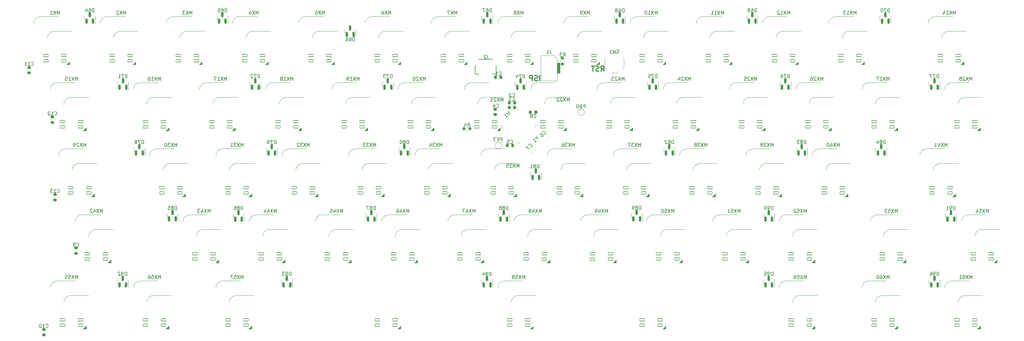
<source format=gbr>
%TF.GenerationSoftware,KiCad,Pcbnew,(5.99.0-12192-g74b8f14ec3)*%
%TF.CreationDate,2021-09-17T00:45:02+02:00*%
%TF.ProjectId,pcb-hotswap,7063622d-686f-4747-9377-61702e6b6963,1.0*%
%TF.SameCoordinates,Original*%
%TF.FileFunction,Legend,Bot*%
%TF.FilePolarity,Positive*%
%FSLAX46Y46*%
G04 Gerber Fmt 4.6, Leading zero omitted, Abs format (unit mm)*
G04 Created by KiCad (PCBNEW (5.99.0-12192-g74b8f14ec3)) date 2021-09-17 00:45:02*
%MOMM*%
%LPD*%
G01*
G04 APERTURE LIST*
G04 Aperture macros list*
%AMRoundRect*
0 Rectangle with rounded corners*
0 $1 Rounding radius*
0 $2 $3 $4 $5 $6 $7 $8 $9 X,Y pos of 4 corners*
0 Add a 4 corners polygon primitive as box body*
4,1,4,$2,$3,$4,$5,$6,$7,$8,$9,$2,$3,0*
0 Add four circle primitives for the rounded corners*
1,1,$1+$1,$2,$3*
1,1,$1+$1,$4,$5*
1,1,$1+$1,$6,$7*
1,1,$1+$1,$8,$9*
0 Add four rect primitives between the rounded corners*
20,1,$1+$1,$2,$3,$4,$5,0*
20,1,$1+$1,$4,$5,$6,$7,0*
20,1,$1+$1,$6,$7,$8,$9,0*
20,1,$1+$1,$8,$9,$2,$3,0*%
%AMRotRect*
0 Rectangle, with rotation*
0 The origin of the aperture is its center*
0 $1 length*
0 $2 width*
0 $3 Rotation angle, in degrees counterclockwise*
0 Add horizontal line*
21,1,$1,$2,0,0,$3*%
G04 Aperture macros list end*
%ADD10C,0.200000*%
%ADD11C,0.300000*%
%ADD12C,0.150000*%
%ADD13C,0.120000*%
%ADD14C,0.100000*%
%ADD15C,1.750000*%
%ADD16C,3.000000*%
%ADD17C,4.000000*%
%ADD18R,2.550000X2.500000*%
%ADD19RoundRect,0.082000X-0.718000X0.328000X-0.718000X-0.328000X0.718000X-0.328000X0.718000X0.328000X0*%
%ADD20C,2.400000*%
%ADD21C,3.987800*%
%ADD22C,3.048000*%
%ADD23C,1.500000*%
%ADD24RoundRect,0.225000X-0.250000X0.225000X-0.250000X-0.225000X0.250000X-0.225000X0.250000X0.225000X0*%
%ADD25R,1.000000X1.700000*%
%ADD26RoundRect,0.150000X0.150000X-0.587500X0.150000X0.587500X-0.150000X0.587500X-0.150000X-0.587500X0*%
%ADD27RoundRect,0.225000X-0.225000X-0.250000X0.225000X-0.250000X0.225000X0.250000X-0.225000X0.250000X0*%
%ADD28RoundRect,0.225000X-0.335876X-0.017678X-0.017678X-0.335876X0.335876X0.017678X0.017678X0.335876X0*%
%ADD29RoundRect,0.225000X0.250000X-0.225000X0.250000X0.225000X-0.250000X0.225000X-0.250000X-0.225000X0*%
%ADD30RoundRect,0.200000X-0.200000X-0.275000X0.200000X-0.275000X0.200000X0.275000X-0.200000X0.275000X0*%
%ADD31RoundRect,0.062500X0.291682X0.380070X-0.380070X-0.291682X-0.291682X-0.380070X0.380070X0.291682X0*%
%ADD32RoundRect,0.062500X-0.291682X0.380070X-0.380070X0.291682X0.291682X-0.380070X0.380070X-0.291682X0*%
%ADD33RotRect,5.200000X5.200000X225.000000*%
%ADD34RoundRect,0.225000X0.225000X0.250000X-0.225000X0.250000X-0.225000X-0.250000X0.225000X-0.250000X0*%
%ADD35RoundRect,0.200000X0.275000X-0.200000X0.275000X0.200000X-0.275000X0.200000X-0.275000X-0.200000X0*%
%ADD36RoundRect,0.225000X0.335876X0.017678X0.017678X0.335876X-0.335876X-0.017678X-0.017678X-0.335876X0*%
%ADD37RoundRect,0.300000X0.070711X0.494975X-0.494975X-0.070711X-0.070711X-0.494975X0.494975X0.070711X0*%
%ADD38C,1.700000*%
%ADD39R,1.200000X1.800000*%
%ADD40R,0.600000X1.550000*%
G04 APERTURE END LIST*
D10*
X230930000Y-97008500D02*
X230225000Y-97008500D01*
X230225000Y-97008500D02*
X230225000Y-99913500D01*
X230225000Y-99913500D02*
X230930000Y-99913500D01*
X230930000Y-99913500D02*
X230930000Y-97008500D01*
G36*
X230930000Y-97008500D02*
G01*
X230225000Y-97008500D01*
X230225000Y-99913500D01*
X230930000Y-99913500D01*
X230930000Y-97008500D01*
G37*
D11*
X225134285Y-102060571D02*
X225134285Y-100560571D01*
X224491428Y-101989142D02*
X224277142Y-102060571D01*
X223920000Y-102060571D01*
X223777142Y-101989142D01*
X223705714Y-101917714D01*
X223634285Y-101774857D01*
X223634285Y-101632000D01*
X223705714Y-101489142D01*
X223777142Y-101417714D01*
X223920000Y-101346285D01*
X224205714Y-101274857D01*
X224348571Y-101203428D01*
X224420000Y-101132000D01*
X224491428Y-100989142D01*
X224491428Y-100846285D01*
X224420000Y-100703428D01*
X224348571Y-100632000D01*
X224205714Y-100560571D01*
X223848571Y-100560571D01*
X223634285Y-100632000D01*
X222991428Y-102060571D02*
X222991428Y-100560571D01*
X222420000Y-100560571D01*
X222277142Y-100632000D01*
X222205714Y-100703428D01*
X222134285Y-100846285D01*
X222134285Y-101060571D01*
X222205714Y-101203428D01*
X222277142Y-101274857D01*
X222420000Y-101346285D01*
X222991428Y-101346285D01*
X242695428Y-99327571D02*
X243195428Y-98613285D01*
X243552571Y-99327571D02*
X243552571Y-97827571D01*
X242981142Y-97827571D01*
X242838285Y-97899000D01*
X242766857Y-97970428D01*
X242695428Y-98113285D01*
X242695428Y-98327571D01*
X242766857Y-98470428D01*
X242838285Y-98541857D01*
X242981142Y-98613285D01*
X243552571Y-98613285D01*
X242124000Y-99256142D02*
X241909714Y-99327571D01*
X241552571Y-99327571D01*
X241409714Y-99256142D01*
X241338285Y-99184714D01*
X241266857Y-99041857D01*
X241266857Y-98899000D01*
X241338285Y-98756142D01*
X241409714Y-98684714D01*
X241552571Y-98613285D01*
X241838285Y-98541857D01*
X241981142Y-98470428D01*
X242052571Y-98399000D01*
X242124000Y-98256142D01*
X242124000Y-98113285D01*
X242052571Y-97970428D01*
X241981142Y-97899000D01*
X241838285Y-97827571D01*
X241481142Y-97827571D01*
X241266857Y-97899000D01*
X240838285Y-97827571D02*
X239981142Y-97827571D01*
X240409714Y-99327571D02*
X240409714Y-97827571D01*
D12*
%TO.C,MX11*%
X277986904Y-82939880D02*
X277986904Y-81939880D01*
X277653571Y-82654166D01*
X277320238Y-81939880D01*
X277320238Y-82939880D01*
X276939285Y-81939880D02*
X276272619Y-82939880D01*
X276272619Y-81939880D02*
X276939285Y-82939880D01*
X275367857Y-82939880D02*
X275939285Y-82939880D01*
X275653571Y-82939880D02*
X275653571Y-81939880D01*
X275748809Y-82082738D01*
X275844047Y-82177976D01*
X275939285Y-82225595D01*
X274415476Y-82939880D02*
X274986904Y-82939880D01*
X274701190Y-82939880D02*
X274701190Y-81939880D01*
X274796428Y-82082738D01*
X274891666Y-82177976D01*
X274986904Y-82225595D01*
%TO.C,MX60*%
X325611904Y-159139880D02*
X325611904Y-158139880D01*
X325278571Y-158854166D01*
X324945238Y-158139880D01*
X324945238Y-159139880D01*
X324564285Y-158139880D02*
X323897619Y-159139880D01*
X323897619Y-158139880D02*
X324564285Y-159139880D01*
X323088095Y-158139880D02*
X323278571Y-158139880D01*
X323373809Y-158187500D01*
X323421428Y-158235119D01*
X323516666Y-158377976D01*
X323564285Y-158568452D01*
X323564285Y-158949404D01*
X323516666Y-159044642D01*
X323469047Y-159092261D01*
X323373809Y-159139880D01*
X323183333Y-159139880D01*
X323088095Y-159092261D01*
X323040476Y-159044642D01*
X322992857Y-158949404D01*
X322992857Y-158711309D01*
X323040476Y-158616071D01*
X323088095Y-158568452D01*
X323183333Y-158520833D01*
X323373809Y-158520833D01*
X323469047Y-158568452D01*
X323516666Y-158616071D01*
X323564285Y-158711309D01*
X322373809Y-158139880D02*
X322278571Y-158139880D01*
X322183333Y-158187500D01*
X322135714Y-158235119D01*
X322088095Y-158330357D01*
X322040476Y-158520833D01*
X322040476Y-158758928D01*
X322088095Y-158949404D01*
X322135714Y-159044642D01*
X322183333Y-159092261D01*
X322278571Y-159139880D01*
X322373809Y-159139880D01*
X322469047Y-159092261D01*
X322516666Y-159044642D01*
X322564285Y-158949404D01*
X322611904Y-158758928D01*
X322611904Y-158520833D01*
X322564285Y-158330357D01*
X322516666Y-158235119D01*
X322469047Y-158187500D01*
X322373809Y-158139880D01*
%TO.C,MX56*%
X116061904Y-159139880D02*
X116061904Y-158139880D01*
X115728571Y-158854166D01*
X115395238Y-158139880D01*
X115395238Y-159139880D01*
X115014285Y-158139880D02*
X114347619Y-159139880D01*
X114347619Y-158139880D02*
X115014285Y-159139880D01*
X113490476Y-158139880D02*
X113966666Y-158139880D01*
X114014285Y-158616071D01*
X113966666Y-158568452D01*
X113871428Y-158520833D01*
X113633333Y-158520833D01*
X113538095Y-158568452D01*
X113490476Y-158616071D01*
X113442857Y-158711309D01*
X113442857Y-158949404D01*
X113490476Y-159044642D01*
X113538095Y-159092261D01*
X113633333Y-159139880D01*
X113871428Y-159139880D01*
X113966666Y-159092261D01*
X114014285Y-159044642D01*
X112585714Y-158139880D02*
X112776190Y-158139880D01*
X112871428Y-158187500D01*
X112919047Y-158235119D01*
X113014285Y-158377976D01*
X113061904Y-158568452D01*
X113061904Y-158949404D01*
X113014285Y-159044642D01*
X112966666Y-159092261D01*
X112871428Y-159139880D01*
X112680952Y-159139880D01*
X112585714Y-159092261D01*
X112538095Y-159044642D01*
X112490476Y-158949404D01*
X112490476Y-158711309D01*
X112538095Y-158616071D01*
X112585714Y-158568452D01*
X112680952Y-158520833D01*
X112871428Y-158520833D01*
X112966666Y-158568452D01*
X113014285Y-158616071D01*
X113061904Y-158711309D01*
%TO.C,MX13*%
X316086904Y-82939880D02*
X316086904Y-81939880D01*
X315753571Y-82654166D01*
X315420238Y-81939880D01*
X315420238Y-82939880D01*
X315039285Y-81939880D02*
X314372619Y-82939880D01*
X314372619Y-81939880D02*
X315039285Y-82939880D01*
X313467857Y-82939880D02*
X314039285Y-82939880D01*
X313753571Y-82939880D02*
X313753571Y-81939880D01*
X313848809Y-82082738D01*
X313944047Y-82177976D01*
X314039285Y-82225595D01*
X313134523Y-81939880D02*
X312515476Y-81939880D01*
X312848809Y-82320833D01*
X312705952Y-82320833D01*
X312610714Y-82368452D01*
X312563095Y-82416071D01*
X312515476Y-82511309D01*
X312515476Y-82749404D01*
X312563095Y-82844642D01*
X312610714Y-82892261D01*
X312705952Y-82939880D01*
X312991666Y-82939880D01*
X313086904Y-82892261D01*
X313134523Y-82844642D01*
%TO.C,MX58*%
X220836904Y-159139880D02*
X220836904Y-158139880D01*
X220503571Y-158854166D01*
X220170238Y-158139880D01*
X220170238Y-159139880D01*
X219789285Y-158139880D02*
X219122619Y-159139880D01*
X219122619Y-158139880D02*
X219789285Y-159139880D01*
X218265476Y-158139880D02*
X218741666Y-158139880D01*
X218789285Y-158616071D01*
X218741666Y-158568452D01*
X218646428Y-158520833D01*
X218408333Y-158520833D01*
X218313095Y-158568452D01*
X218265476Y-158616071D01*
X218217857Y-158711309D01*
X218217857Y-158949404D01*
X218265476Y-159044642D01*
X218313095Y-159092261D01*
X218408333Y-159139880D01*
X218646428Y-159139880D01*
X218741666Y-159092261D01*
X218789285Y-159044642D01*
X217646428Y-158568452D02*
X217741666Y-158520833D01*
X217789285Y-158473214D01*
X217836904Y-158377976D01*
X217836904Y-158330357D01*
X217789285Y-158235119D01*
X217741666Y-158187500D01*
X217646428Y-158139880D01*
X217455952Y-158139880D01*
X217360714Y-158187500D01*
X217313095Y-158235119D01*
X217265476Y-158330357D01*
X217265476Y-158377976D01*
X217313095Y-158473214D01*
X217360714Y-158520833D01*
X217455952Y-158568452D01*
X217646428Y-158568452D01*
X217741666Y-158616071D01*
X217789285Y-158663690D01*
X217836904Y-158758928D01*
X217836904Y-158949404D01*
X217789285Y-159044642D01*
X217741666Y-159092261D01*
X217646428Y-159139880D01*
X217455952Y-159139880D01*
X217360714Y-159092261D01*
X217313095Y-159044642D01*
X217265476Y-158949404D01*
X217265476Y-158758928D01*
X217313095Y-158663690D01*
X217360714Y-158616071D01*
X217455952Y-158568452D01*
%TO.C,MX26*%
X306561904Y-101989880D02*
X306561904Y-100989880D01*
X306228571Y-101704166D01*
X305895238Y-100989880D01*
X305895238Y-101989880D01*
X305514285Y-100989880D02*
X304847619Y-101989880D01*
X304847619Y-100989880D02*
X305514285Y-101989880D01*
X304514285Y-101085119D02*
X304466666Y-101037500D01*
X304371428Y-100989880D01*
X304133333Y-100989880D01*
X304038095Y-101037500D01*
X303990476Y-101085119D01*
X303942857Y-101180357D01*
X303942857Y-101275595D01*
X303990476Y-101418452D01*
X304561904Y-101989880D01*
X303942857Y-101989880D01*
X303085714Y-100989880D02*
X303276190Y-100989880D01*
X303371428Y-101037500D01*
X303419047Y-101085119D01*
X303514285Y-101227976D01*
X303561904Y-101418452D01*
X303561904Y-101799404D01*
X303514285Y-101894642D01*
X303466666Y-101942261D01*
X303371428Y-101989880D01*
X303180952Y-101989880D01*
X303085714Y-101942261D01*
X303038095Y-101894642D01*
X302990476Y-101799404D01*
X302990476Y-101561309D01*
X303038095Y-101466071D01*
X303085714Y-101418452D01*
X303180952Y-101370833D01*
X303371428Y-101370833D01*
X303466666Y-101418452D01*
X303514285Y-101466071D01*
X303561904Y-101561309D01*
%TO.C,MX47*%
X206549404Y-140089880D02*
X206549404Y-139089880D01*
X206216071Y-139804166D01*
X205882738Y-139089880D01*
X205882738Y-140089880D01*
X205501785Y-139089880D02*
X204835119Y-140089880D01*
X204835119Y-139089880D02*
X205501785Y-140089880D01*
X204025595Y-139423214D02*
X204025595Y-140089880D01*
X204263690Y-139042261D02*
X204501785Y-139756547D01*
X203882738Y-139756547D01*
X203597023Y-139089880D02*
X202930357Y-139089880D01*
X203358928Y-140089880D01*
%TO.C,MX54*%
X354186904Y-140089880D02*
X354186904Y-139089880D01*
X353853571Y-139804166D01*
X353520238Y-139089880D01*
X353520238Y-140089880D01*
X353139285Y-139089880D02*
X352472619Y-140089880D01*
X352472619Y-139089880D02*
X353139285Y-140089880D01*
X351615476Y-139089880D02*
X352091666Y-139089880D01*
X352139285Y-139566071D01*
X352091666Y-139518452D01*
X351996428Y-139470833D01*
X351758333Y-139470833D01*
X351663095Y-139518452D01*
X351615476Y-139566071D01*
X351567857Y-139661309D01*
X351567857Y-139899404D01*
X351615476Y-139994642D01*
X351663095Y-140042261D01*
X351758333Y-140089880D01*
X351996428Y-140089880D01*
X352091666Y-140042261D01*
X352139285Y-139994642D01*
X350710714Y-139423214D02*
X350710714Y-140089880D01*
X350948809Y-139042261D02*
X351186904Y-139756547D01*
X350567857Y-139756547D01*
%TO.C,MX10*%
X258936904Y-82939880D02*
X258936904Y-81939880D01*
X258603571Y-82654166D01*
X258270238Y-81939880D01*
X258270238Y-82939880D01*
X257889285Y-81939880D02*
X257222619Y-82939880D01*
X257222619Y-81939880D02*
X257889285Y-82939880D01*
X256317857Y-82939880D02*
X256889285Y-82939880D01*
X256603571Y-82939880D02*
X256603571Y-81939880D01*
X256698809Y-82082738D01*
X256794047Y-82177976D01*
X256889285Y-82225595D01*
X255698809Y-81939880D02*
X255603571Y-81939880D01*
X255508333Y-81987500D01*
X255460714Y-82035119D01*
X255413095Y-82130357D01*
X255365476Y-82320833D01*
X255365476Y-82558928D01*
X255413095Y-82749404D01*
X255460714Y-82844642D01*
X255508333Y-82892261D01*
X255603571Y-82939880D01*
X255698809Y-82939880D01*
X255794047Y-82892261D01*
X255841666Y-82844642D01*
X255889285Y-82749404D01*
X255936904Y-82558928D01*
X255936904Y-82320833D01*
X255889285Y-82130357D01*
X255841666Y-82035119D01*
X255794047Y-81987500D01*
X255698809Y-81939880D01*
%TO.C,MX48*%
X225599404Y-140089880D02*
X225599404Y-139089880D01*
X225266071Y-139804166D01*
X224932738Y-139089880D01*
X224932738Y-140089880D01*
X224551785Y-139089880D02*
X223885119Y-140089880D01*
X223885119Y-139089880D02*
X224551785Y-140089880D01*
X223075595Y-139423214D02*
X223075595Y-140089880D01*
X223313690Y-139042261D02*
X223551785Y-139756547D01*
X222932738Y-139756547D01*
X222408928Y-139518452D02*
X222504166Y-139470833D01*
X222551785Y-139423214D01*
X222599404Y-139327976D01*
X222599404Y-139280357D01*
X222551785Y-139185119D01*
X222504166Y-139137500D01*
X222408928Y-139089880D01*
X222218452Y-139089880D01*
X222123214Y-139137500D01*
X222075595Y-139185119D01*
X222027976Y-139280357D01*
X222027976Y-139327976D01*
X222075595Y-139423214D01*
X222123214Y-139470833D01*
X222218452Y-139518452D01*
X222408928Y-139518452D01*
X222504166Y-139566071D01*
X222551785Y-139613690D01*
X222599404Y-139708928D01*
X222599404Y-139899404D01*
X222551785Y-139994642D01*
X222504166Y-140042261D01*
X222408928Y-140089880D01*
X222218452Y-140089880D01*
X222123214Y-140042261D01*
X222075595Y-139994642D01*
X222027976Y-139899404D01*
X222027976Y-139708928D01*
X222075595Y-139613690D01*
X222123214Y-139566071D01*
X222218452Y-139518452D01*
%TO.C,MX55*%
X92249404Y-159139880D02*
X92249404Y-158139880D01*
X91916071Y-158854166D01*
X91582738Y-158139880D01*
X91582738Y-159139880D01*
X91201785Y-158139880D02*
X90535119Y-159139880D01*
X90535119Y-158139880D02*
X91201785Y-159139880D01*
X89677976Y-158139880D02*
X90154166Y-158139880D01*
X90201785Y-158616071D01*
X90154166Y-158568452D01*
X90058928Y-158520833D01*
X89820833Y-158520833D01*
X89725595Y-158568452D01*
X89677976Y-158616071D01*
X89630357Y-158711309D01*
X89630357Y-158949404D01*
X89677976Y-159044642D01*
X89725595Y-159092261D01*
X89820833Y-159139880D01*
X90058928Y-159139880D01*
X90154166Y-159092261D01*
X90201785Y-159044642D01*
X88725595Y-158139880D02*
X89201785Y-158139880D01*
X89249404Y-158616071D01*
X89201785Y-158568452D01*
X89106547Y-158520833D01*
X88868452Y-158520833D01*
X88773214Y-158568452D01*
X88725595Y-158616071D01*
X88677976Y-158711309D01*
X88677976Y-158949404D01*
X88725595Y-159044642D01*
X88773214Y-159092261D01*
X88868452Y-159139880D01*
X89106547Y-159139880D01*
X89201785Y-159092261D01*
X89249404Y-159044642D01*
%TO.C,MX43*%
X130349404Y-140089880D02*
X130349404Y-139089880D01*
X130016071Y-139804166D01*
X129682738Y-139089880D01*
X129682738Y-140089880D01*
X129301785Y-139089880D02*
X128635119Y-140089880D01*
X128635119Y-139089880D02*
X129301785Y-140089880D01*
X127825595Y-139423214D02*
X127825595Y-140089880D01*
X128063690Y-139042261D02*
X128301785Y-139756547D01*
X127682738Y-139756547D01*
X127397023Y-139089880D02*
X126777976Y-139089880D01*
X127111309Y-139470833D01*
X126968452Y-139470833D01*
X126873214Y-139518452D01*
X126825595Y-139566071D01*
X126777976Y-139661309D01*
X126777976Y-139899404D01*
X126825595Y-139994642D01*
X126873214Y-140042261D01*
X126968452Y-140089880D01*
X127254166Y-140089880D01*
X127349404Y-140042261D01*
X127397023Y-139994642D01*
%TO.C,MX33*%
X177974404Y-121039880D02*
X177974404Y-120039880D01*
X177641071Y-120754166D01*
X177307738Y-120039880D01*
X177307738Y-121039880D01*
X176926785Y-120039880D02*
X176260119Y-121039880D01*
X176260119Y-120039880D02*
X176926785Y-121039880D01*
X175974404Y-120039880D02*
X175355357Y-120039880D01*
X175688690Y-120420833D01*
X175545833Y-120420833D01*
X175450595Y-120468452D01*
X175402976Y-120516071D01*
X175355357Y-120611309D01*
X175355357Y-120849404D01*
X175402976Y-120944642D01*
X175450595Y-120992261D01*
X175545833Y-121039880D01*
X175831547Y-121039880D01*
X175926785Y-120992261D01*
X175974404Y-120944642D01*
X175022023Y-120039880D02*
X174402976Y-120039880D01*
X174736309Y-120420833D01*
X174593452Y-120420833D01*
X174498214Y-120468452D01*
X174450595Y-120516071D01*
X174402976Y-120611309D01*
X174402976Y-120849404D01*
X174450595Y-120944642D01*
X174498214Y-120992261D01*
X174593452Y-121039880D01*
X174879166Y-121039880D01*
X174974404Y-120992261D01*
X175022023Y-120944642D01*
%TO.C,MX24*%
X268461904Y-101989880D02*
X268461904Y-100989880D01*
X268128571Y-101704166D01*
X267795238Y-100989880D01*
X267795238Y-101989880D01*
X267414285Y-100989880D02*
X266747619Y-101989880D01*
X266747619Y-100989880D02*
X267414285Y-101989880D01*
X266414285Y-101085119D02*
X266366666Y-101037500D01*
X266271428Y-100989880D01*
X266033333Y-100989880D01*
X265938095Y-101037500D01*
X265890476Y-101085119D01*
X265842857Y-101180357D01*
X265842857Y-101275595D01*
X265890476Y-101418452D01*
X266461904Y-101989880D01*
X265842857Y-101989880D01*
X264985714Y-101323214D02*
X264985714Y-101989880D01*
X265223809Y-100942261D02*
X265461904Y-101656547D01*
X264842857Y-101656547D01*
%TO.C,MX41*%
X342280654Y-121039880D02*
X342280654Y-120039880D01*
X341947321Y-120754166D01*
X341613988Y-120039880D01*
X341613988Y-121039880D01*
X341233035Y-120039880D02*
X340566369Y-121039880D01*
X340566369Y-120039880D02*
X341233035Y-121039880D01*
X339756845Y-120373214D02*
X339756845Y-121039880D01*
X339994940Y-119992261D02*
X340233035Y-120706547D01*
X339613988Y-120706547D01*
X338709226Y-121039880D02*
X339280654Y-121039880D01*
X338994940Y-121039880D02*
X338994940Y-120039880D01*
X339090178Y-120182738D01*
X339185416Y-120277976D01*
X339280654Y-120325595D01*
%TO.C,MX9*%
X239410714Y-82939880D02*
X239410714Y-81939880D01*
X239077380Y-82654166D01*
X238744047Y-81939880D01*
X238744047Y-82939880D01*
X238363095Y-81939880D02*
X237696428Y-82939880D01*
X237696428Y-81939880D02*
X238363095Y-82939880D01*
X237267857Y-82939880D02*
X237077380Y-82939880D01*
X236982142Y-82892261D01*
X236934523Y-82844642D01*
X236839285Y-82701785D01*
X236791666Y-82511309D01*
X236791666Y-82130357D01*
X236839285Y-82035119D01*
X236886904Y-81987500D01*
X236982142Y-81939880D01*
X237172619Y-81939880D01*
X237267857Y-81987500D01*
X237315476Y-82035119D01*
X237363095Y-82130357D01*
X237363095Y-82368452D01*
X237315476Y-82463690D01*
X237267857Y-82511309D01*
X237172619Y-82558928D01*
X236982142Y-82558928D01*
X236886904Y-82511309D01*
X236839285Y-82463690D01*
X236791666Y-82368452D01*
%TO.C,MX30*%
X120824404Y-121039880D02*
X120824404Y-120039880D01*
X120491071Y-120754166D01*
X120157738Y-120039880D01*
X120157738Y-121039880D01*
X119776785Y-120039880D02*
X119110119Y-121039880D01*
X119110119Y-120039880D02*
X119776785Y-121039880D01*
X118824404Y-120039880D02*
X118205357Y-120039880D01*
X118538690Y-120420833D01*
X118395833Y-120420833D01*
X118300595Y-120468452D01*
X118252976Y-120516071D01*
X118205357Y-120611309D01*
X118205357Y-120849404D01*
X118252976Y-120944642D01*
X118300595Y-120992261D01*
X118395833Y-121039880D01*
X118681547Y-121039880D01*
X118776785Y-120992261D01*
X118824404Y-120944642D01*
X117586309Y-120039880D02*
X117491071Y-120039880D01*
X117395833Y-120087500D01*
X117348214Y-120135119D01*
X117300595Y-120230357D01*
X117252976Y-120420833D01*
X117252976Y-120658928D01*
X117300595Y-120849404D01*
X117348214Y-120944642D01*
X117395833Y-120992261D01*
X117491071Y-121039880D01*
X117586309Y-121039880D01*
X117681547Y-120992261D01*
X117729166Y-120944642D01*
X117776785Y-120849404D01*
X117824404Y-120658928D01*
X117824404Y-120420833D01*
X117776785Y-120230357D01*
X117729166Y-120135119D01*
X117681547Y-120087500D01*
X117586309Y-120039880D01*
%TO.C,MX50*%
X263699404Y-140089880D02*
X263699404Y-139089880D01*
X263366071Y-139804166D01*
X263032738Y-139089880D01*
X263032738Y-140089880D01*
X262651785Y-139089880D02*
X261985119Y-140089880D01*
X261985119Y-139089880D02*
X262651785Y-140089880D01*
X261127976Y-139089880D02*
X261604166Y-139089880D01*
X261651785Y-139566071D01*
X261604166Y-139518452D01*
X261508928Y-139470833D01*
X261270833Y-139470833D01*
X261175595Y-139518452D01*
X261127976Y-139566071D01*
X261080357Y-139661309D01*
X261080357Y-139899404D01*
X261127976Y-139994642D01*
X261175595Y-140042261D01*
X261270833Y-140089880D01*
X261508928Y-140089880D01*
X261604166Y-140042261D01*
X261651785Y-139994642D01*
X260461309Y-139089880D02*
X260366071Y-139089880D01*
X260270833Y-139137500D01*
X260223214Y-139185119D01*
X260175595Y-139280357D01*
X260127976Y-139470833D01*
X260127976Y-139708928D01*
X260175595Y-139899404D01*
X260223214Y-139994642D01*
X260270833Y-140042261D01*
X260366071Y-140089880D01*
X260461309Y-140089880D01*
X260556547Y-140042261D01*
X260604166Y-139994642D01*
X260651785Y-139899404D01*
X260699404Y-139708928D01*
X260699404Y-139470833D01*
X260651785Y-139280357D01*
X260604166Y-139185119D01*
X260556547Y-139137500D01*
X260461309Y-139089880D01*
%TO.C,MX20*%
X192261904Y-101989880D02*
X192261904Y-100989880D01*
X191928571Y-101704166D01*
X191595238Y-100989880D01*
X191595238Y-101989880D01*
X191214285Y-100989880D02*
X190547619Y-101989880D01*
X190547619Y-100989880D02*
X191214285Y-101989880D01*
X190214285Y-101085119D02*
X190166666Y-101037500D01*
X190071428Y-100989880D01*
X189833333Y-100989880D01*
X189738095Y-101037500D01*
X189690476Y-101085119D01*
X189642857Y-101180357D01*
X189642857Y-101275595D01*
X189690476Y-101418452D01*
X190261904Y-101989880D01*
X189642857Y-101989880D01*
X189023809Y-100989880D02*
X188928571Y-100989880D01*
X188833333Y-101037500D01*
X188785714Y-101085119D01*
X188738095Y-101180357D01*
X188690476Y-101370833D01*
X188690476Y-101608928D01*
X188738095Y-101799404D01*
X188785714Y-101894642D01*
X188833333Y-101942261D01*
X188928571Y-101989880D01*
X189023809Y-101989880D01*
X189119047Y-101942261D01*
X189166666Y-101894642D01*
X189214285Y-101799404D01*
X189261904Y-101608928D01*
X189261904Y-101370833D01*
X189214285Y-101180357D01*
X189166666Y-101085119D01*
X189119047Y-101037500D01*
X189023809Y-100989880D01*
%TO.C,MX25*%
X287511904Y-101989880D02*
X287511904Y-100989880D01*
X287178571Y-101704166D01*
X286845238Y-100989880D01*
X286845238Y-101989880D01*
X286464285Y-100989880D02*
X285797619Y-101989880D01*
X285797619Y-100989880D02*
X286464285Y-101989880D01*
X285464285Y-101085119D02*
X285416666Y-101037500D01*
X285321428Y-100989880D01*
X285083333Y-100989880D01*
X284988095Y-101037500D01*
X284940476Y-101085119D01*
X284892857Y-101180357D01*
X284892857Y-101275595D01*
X284940476Y-101418452D01*
X285511904Y-101989880D01*
X284892857Y-101989880D01*
X283988095Y-100989880D02*
X284464285Y-100989880D01*
X284511904Y-101466071D01*
X284464285Y-101418452D01*
X284369047Y-101370833D01*
X284130952Y-101370833D01*
X284035714Y-101418452D01*
X283988095Y-101466071D01*
X283940476Y-101561309D01*
X283940476Y-101799404D01*
X283988095Y-101894642D01*
X284035714Y-101942261D01*
X284130952Y-101989880D01*
X284369047Y-101989880D01*
X284464285Y-101942261D01*
X284511904Y-101894642D01*
%TO.C,MX2*%
X106060714Y-82939880D02*
X106060714Y-81939880D01*
X105727380Y-82654166D01*
X105394047Y-81939880D01*
X105394047Y-82939880D01*
X105013095Y-81939880D02*
X104346428Y-82939880D01*
X104346428Y-81939880D02*
X105013095Y-82939880D01*
X104013095Y-82035119D02*
X103965476Y-81987500D01*
X103870238Y-81939880D01*
X103632142Y-81939880D01*
X103536904Y-81987500D01*
X103489285Y-82035119D01*
X103441666Y-82130357D01*
X103441666Y-82225595D01*
X103489285Y-82368452D01*
X104060714Y-82939880D01*
X103441666Y-82939880D01*
%TO.C,MX34*%
X197024404Y-121039880D02*
X197024404Y-120039880D01*
X196691071Y-120754166D01*
X196357738Y-120039880D01*
X196357738Y-121039880D01*
X195976785Y-120039880D02*
X195310119Y-121039880D01*
X195310119Y-120039880D02*
X195976785Y-121039880D01*
X195024404Y-120039880D02*
X194405357Y-120039880D01*
X194738690Y-120420833D01*
X194595833Y-120420833D01*
X194500595Y-120468452D01*
X194452976Y-120516071D01*
X194405357Y-120611309D01*
X194405357Y-120849404D01*
X194452976Y-120944642D01*
X194500595Y-120992261D01*
X194595833Y-121039880D01*
X194881547Y-121039880D01*
X194976785Y-120992261D01*
X195024404Y-120944642D01*
X193548214Y-120373214D02*
X193548214Y-121039880D01*
X193786309Y-119992261D02*
X194024404Y-120706547D01*
X193405357Y-120706547D01*
%TO.C,MX3*%
X125110714Y-82939880D02*
X125110714Y-81939880D01*
X124777380Y-82654166D01*
X124444047Y-81939880D01*
X124444047Y-82939880D01*
X124063095Y-81939880D02*
X123396428Y-82939880D01*
X123396428Y-81939880D02*
X124063095Y-82939880D01*
X123110714Y-81939880D02*
X122491666Y-81939880D01*
X122825000Y-82320833D01*
X122682142Y-82320833D01*
X122586904Y-82368452D01*
X122539285Y-82416071D01*
X122491666Y-82511309D01*
X122491666Y-82749404D01*
X122539285Y-82844642D01*
X122586904Y-82892261D01*
X122682142Y-82939880D01*
X122967857Y-82939880D01*
X123063095Y-82892261D01*
X123110714Y-82844642D01*
%TO.C,MX53*%
X327993154Y-140089880D02*
X327993154Y-139089880D01*
X327659821Y-139804166D01*
X327326488Y-139089880D01*
X327326488Y-140089880D01*
X326945535Y-139089880D02*
X326278869Y-140089880D01*
X326278869Y-139089880D02*
X326945535Y-140089880D01*
X325421726Y-139089880D02*
X325897916Y-139089880D01*
X325945535Y-139566071D01*
X325897916Y-139518452D01*
X325802678Y-139470833D01*
X325564583Y-139470833D01*
X325469345Y-139518452D01*
X325421726Y-139566071D01*
X325374107Y-139661309D01*
X325374107Y-139899404D01*
X325421726Y-139994642D01*
X325469345Y-140042261D01*
X325564583Y-140089880D01*
X325802678Y-140089880D01*
X325897916Y-140042261D01*
X325945535Y-139994642D01*
X325040773Y-139089880D02*
X324421726Y-139089880D01*
X324755059Y-139470833D01*
X324612202Y-139470833D01*
X324516964Y-139518452D01*
X324469345Y-139566071D01*
X324421726Y-139661309D01*
X324421726Y-139899404D01*
X324469345Y-139994642D01*
X324516964Y-140042261D01*
X324612202Y-140089880D01*
X324897916Y-140089880D01*
X324993154Y-140042261D01*
X325040773Y-139994642D01*
%TO.C,MX21*%
X214602904Y-108032380D02*
X214602904Y-107032380D01*
X214269571Y-107746666D01*
X213936238Y-107032380D01*
X213936238Y-108032380D01*
X213555285Y-107032380D02*
X212888619Y-108032380D01*
X212888619Y-107032380D02*
X213555285Y-108032380D01*
X212555285Y-107127619D02*
X212507666Y-107080000D01*
X212412428Y-107032380D01*
X212174333Y-107032380D01*
X212079095Y-107080000D01*
X212031476Y-107127619D01*
X211983857Y-107222857D01*
X211983857Y-107318095D01*
X212031476Y-107460952D01*
X212602904Y-108032380D01*
X211983857Y-108032380D01*
X211031476Y-108032380D02*
X211602904Y-108032380D01*
X211317190Y-108032380D02*
X211317190Y-107032380D01*
X211412428Y-107175238D01*
X211507666Y-107270476D01*
X211602904Y-107318095D01*
%TO.C,MX31*%
X139874404Y-121039880D02*
X139874404Y-120039880D01*
X139541071Y-120754166D01*
X139207738Y-120039880D01*
X139207738Y-121039880D01*
X138826785Y-120039880D02*
X138160119Y-121039880D01*
X138160119Y-120039880D02*
X138826785Y-121039880D01*
X137874404Y-120039880D02*
X137255357Y-120039880D01*
X137588690Y-120420833D01*
X137445833Y-120420833D01*
X137350595Y-120468452D01*
X137302976Y-120516071D01*
X137255357Y-120611309D01*
X137255357Y-120849404D01*
X137302976Y-120944642D01*
X137350595Y-120992261D01*
X137445833Y-121039880D01*
X137731547Y-121039880D01*
X137826785Y-120992261D01*
X137874404Y-120944642D01*
X136302976Y-121039880D02*
X136874404Y-121039880D01*
X136588690Y-121039880D02*
X136588690Y-120039880D01*
X136683928Y-120182738D01*
X136779166Y-120277976D01*
X136874404Y-120325595D01*
%TO.C,MX7*%
X201310714Y-82939880D02*
X201310714Y-81939880D01*
X200977380Y-82654166D01*
X200644047Y-81939880D01*
X200644047Y-82939880D01*
X200263095Y-81939880D02*
X199596428Y-82939880D01*
X199596428Y-81939880D02*
X200263095Y-82939880D01*
X199310714Y-81939880D02*
X198644047Y-81939880D01*
X199072619Y-82939880D01*
%TO.C,MX15*%
X92249404Y-101989880D02*
X92249404Y-100989880D01*
X91916071Y-101704166D01*
X91582738Y-100989880D01*
X91582738Y-101989880D01*
X91201785Y-100989880D02*
X90535119Y-101989880D01*
X90535119Y-100989880D02*
X91201785Y-101989880D01*
X89630357Y-101989880D02*
X90201785Y-101989880D01*
X89916071Y-101989880D02*
X89916071Y-100989880D01*
X90011309Y-101132738D01*
X90106547Y-101227976D01*
X90201785Y-101275595D01*
X88725595Y-100989880D02*
X89201785Y-100989880D01*
X89249404Y-101466071D01*
X89201785Y-101418452D01*
X89106547Y-101370833D01*
X88868452Y-101370833D01*
X88773214Y-101418452D01*
X88725595Y-101466071D01*
X88677976Y-101561309D01*
X88677976Y-101799404D01*
X88725595Y-101894642D01*
X88773214Y-101942261D01*
X88868452Y-101989880D01*
X89106547Y-101989880D01*
X89201785Y-101942261D01*
X89249404Y-101894642D01*
%TO.C,MX38*%
X273224404Y-121039880D02*
X273224404Y-120039880D01*
X272891071Y-120754166D01*
X272557738Y-120039880D01*
X272557738Y-121039880D01*
X272176785Y-120039880D02*
X271510119Y-121039880D01*
X271510119Y-120039880D02*
X272176785Y-121039880D01*
X271224404Y-120039880D02*
X270605357Y-120039880D01*
X270938690Y-120420833D01*
X270795833Y-120420833D01*
X270700595Y-120468452D01*
X270652976Y-120516071D01*
X270605357Y-120611309D01*
X270605357Y-120849404D01*
X270652976Y-120944642D01*
X270700595Y-120992261D01*
X270795833Y-121039880D01*
X271081547Y-121039880D01*
X271176785Y-120992261D01*
X271224404Y-120944642D01*
X270033928Y-120468452D02*
X270129166Y-120420833D01*
X270176785Y-120373214D01*
X270224404Y-120277976D01*
X270224404Y-120230357D01*
X270176785Y-120135119D01*
X270129166Y-120087500D01*
X270033928Y-120039880D01*
X269843452Y-120039880D01*
X269748214Y-120087500D01*
X269700595Y-120135119D01*
X269652976Y-120230357D01*
X269652976Y-120277976D01*
X269700595Y-120373214D01*
X269748214Y-120420833D01*
X269843452Y-120468452D01*
X270033928Y-120468452D01*
X270129166Y-120516071D01*
X270176785Y-120563690D01*
X270224404Y-120658928D01*
X270224404Y-120849404D01*
X270176785Y-120944642D01*
X270129166Y-120992261D01*
X270033928Y-121039880D01*
X269843452Y-121039880D01*
X269748214Y-120992261D01*
X269700595Y-120944642D01*
X269652976Y-120849404D01*
X269652976Y-120658928D01*
X269700595Y-120563690D01*
X269748214Y-120516071D01*
X269843452Y-120468452D01*
%TO.C,MX42*%
X99393154Y-140089880D02*
X99393154Y-139089880D01*
X99059821Y-139804166D01*
X98726488Y-139089880D01*
X98726488Y-140089880D01*
X98345535Y-139089880D02*
X97678869Y-140089880D01*
X97678869Y-139089880D02*
X98345535Y-140089880D01*
X96869345Y-139423214D02*
X96869345Y-140089880D01*
X97107440Y-139042261D02*
X97345535Y-139756547D01*
X96726488Y-139756547D01*
X96393154Y-139185119D02*
X96345535Y-139137500D01*
X96250297Y-139089880D01*
X96012202Y-139089880D01*
X95916964Y-139137500D01*
X95869345Y-139185119D01*
X95821726Y-139280357D01*
X95821726Y-139375595D01*
X95869345Y-139518452D01*
X96440773Y-140089880D01*
X95821726Y-140089880D01*
%TO.C,MX52*%
X301799404Y-140089880D02*
X301799404Y-139089880D01*
X301466071Y-139804166D01*
X301132738Y-139089880D01*
X301132738Y-140089880D01*
X300751785Y-139089880D02*
X300085119Y-140089880D01*
X300085119Y-139089880D02*
X300751785Y-140089880D01*
X299227976Y-139089880D02*
X299704166Y-139089880D01*
X299751785Y-139566071D01*
X299704166Y-139518452D01*
X299608928Y-139470833D01*
X299370833Y-139470833D01*
X299275595Y-139518452D01*
X299227976Y-139566071D01*
X299180357Y-139661309D01*
X299180357Y-139899404D01*
X299227976Y-139994642D01*
X299275595Y-140042261D01*
X299370833Y-140089880D01*
X299608928Y-140089880D01*
X299704166Y-140042261D01*
X299751785Y-139994642D01*
X298799404Y-139185119D02*
X298751785Y-139137500D01*
X298656547Y-139089880D01*
X298418452Y-139089880D01*
X298323214Y-139137500D01*
X298275595Y-139185119D01*
X298227976Y-139280357D01*
X298227976Y-139375595D01*
X298275595Y-139518452D01*
X298847023Y-140089880D01*
X298227976Y-140089880D01*
%TO.C,MX35*%
X219148904Y-127077380D02*
X219148904Y-126077380D01*
X218815571Y-126791666D01*
X218482238Y-126077380D01*
X218482238Y-127077380D01*
X218101285Y-126077380D02*
X217434619Y-127077380D01*
X217434619Y-126077380D02*
X218101285Y-127077380D01*
X217148904Y-126077380D02*
X216529857Y-126077380D01*
X216863190Y-126458333D01*
X216720333Y-126458333D01*
X216625095Y-126505952D01*
X216577476Y-126553571D01*
X216529857Y-126648809D01*
X216529857Y-126886904D01*
X216577476Y-126982142D01*
X216625095Y-127029761D01*
X216720333Y-127077380D01*
X217006047Y-127077380D01*
X217101285Y-127029761D01*
X217148904Y-126982142D01*
X215625095Y-126077380D02*
X216101285Y-126077380D01*
X216148904Y-126553571D01*
X216101285Y-126505952D01*
X216006047Y-126458333D01*
X215767952Y-126458333D01*
X215672714Y-126505952D01*
X215625095Y-126553571D01*
X215577476Y-126648809D01*
X215577476Y-126886904D01*
X215625095Y-126982142D01*
X215672714Y-127029761D01*
X215767952Y-127077380D01*
X216006047Y-127077380D01*
X216101285Y-127029761D01*
X216148904Y-126982142D01*
%TO.C,MX46*%
X187499404Y-140089880D02*
X187499404Y-139089880D01*
X187166071Y-139804166D01*
X186832738Y-139089880D01*
X186832738Y-140089880D01*
X186451785Y-139089880D02*
X185785119Y-140089880D01*
X185785119Y-139089880D02*
X186451785Y-140089880D01*
X184975595Y-139423214D02*
X184975595Y-140089880D01*
X185213690Y-139042261D02*
X185451785Y-139756547D01*
X184832738Y-139756547D01*
X184023214Y-139089880D02*
X184213690Y-139089880D01*
X184308928Y-139137500D01*
X184356547Y-139185119D01*
X184451785Y-139327976D01*
X184499404Y-139518452D01*
X184499404Y-139899404D01*
X184451785Y-139994642D01*
X184404166Y-140042261D01*
X184308928Y-140089880D01*
X184118452Y-140089880D01*
X184023214Y-140042261D01*
X183975595Y-139994642D01*
X183927976Y-139899404D01*
X183927976Y-139661309D01*
X183975595Y-139566071D01*
X184023214Y-139518452D01*
X184118452Y-139470833D01*
X184308928Y-139470833D01*
X184404166Y-139518452D01*
X184451785Y-139566071D01*
X184499404Y-139661309D01*
%TO.C,MX29*%
X94630654Y-121039880D02*
X94630654Y-120039880D01*
X94297321Y-120754166D01*
X93963988Y-120039880D01*
X93963988Y-121039880D01*
X93583035Y-120039880D02*
X92916369Y-121039880D01*
X92916369Y-120039880D02*
X93583035Y-121039880D01*
X92583035Y-120135119D02*
X92535416Y-120087500D01*
X92440178Y-120039880D01*
X92202083Y-120039880D01*
X92106845Y-120087500D01*
X92059226Y-120135119D01*
X92011607Y-120230357D01*
X92011607Y-120325595D01*
X92059226Y-120468452D01*
X92630654Y-121039880D01*
X92011607Y-121039880D01*
X91535416Y-121039880D02*
X91344940Y-121039880D01*
X91249702Y-120992261D01*
X91202083Y-120944642D01*
X91106845Y-120801785D01*
X91059226Y-120611309D01*
X91059226Y-120230357D01*
X91106845Y-120135119D01*
X91154464Y-120087500D01*
X91249702Y-120039880D01*
X91440178Y-120039880D01*
X91535416Y-120087500D01*
X91583035Y-120135119D01*
X91630654Y-120230357D01*
X91630654Y-120468452D01*
X91583035Y-120563690D01*
X91535416Y-120611309D01*
X91440178Y-120658928D01*
X91249702Y-120658928D01*
X91154464Y-120611309D01*
X91106845Y-120563690D01*
X91059226Y-120468452D01*
%TO.C,MX8*%
X220360714Y-82939880D02*
X220360714Y-81939880D01*
X220027380Y-82654166D01*
X219694047Y-81939880D01*
X219694047Y-82939880D01*
X219313095Y-81939880D02*
X218646428Y-82939880D01*
X218646428Y-81939880D02*
X219313095Y-82939880D01*
X218122619Y-82368452D02*
X218217857Y-82320833D01*
X218265476Y-82273214D01*
X218313095Y-82177976D01*
X218313095Y-82130357D01*
X218265476Y-82035119D01*
X218217857Y-81987500D01*
X218122619Y-81939880D01*
X217932142Y-81939880D01*
X217836904Y-81987500D01*
X217789285Y-82035119D01*
X217741666Y-82130357D01*
X217741666Y-82177976D01*
X217789285Y-82273214D01*
X217836904Y-82320833D01*
X217932142Y-82368452D01*
X218122619Y-82368452D01*
X218217857Y-82416071D01*
X218265476Y-82463690D01*
X218313095Y-82558928D01*
X218313095Y-82749404D01*
X218265476Y-82844642D01*
X218217857Y-82892261D01*
X218122619Y-82939880D01*
X217932142Y-82939880D01*
X217836904Y-82892261D01*
X217789285Y-82844642D01*
X217741666Y-82749404D01*
X217741666Y-82558928D01*
X217789285Y-82463690D01*
X217836904Y-82416071D01*
X217932142Y-82368452D01*
%TO.C,MX61*%
X349424404Y-159139880D02*
X349424404Y-158139880D01*
X349091071Y-158854166D01*
X348757738Y-158139880D01*
X348757738Y-159139880D01*
X348376785Y-158139880D02*
X347710119Y-159139880D01*
X347710119Y-158139880D02*
X348376785Y-159139880D01*
X346900595Y-158139880D02*
X347091071Y-158139880D01*
X347186309Y-158187500D01*
X347233928Y-158235119D01*
X347329166Y-158377976D01*
X347376785Y-158568452D01*
X347376785Y-158949404D01*
X347329166Y-159044642D01*
X347281547Y-159092261D01*
X347186309Y-159139880D01*
X346995833Y-159139880D01*
X346900595Y-159092261D01*
X346852976Y-159044642D01*
X346805357Y-158949404D01*
X346805357Y-158711309D01*
X346852976Y-158616071D01*
X346900595Y-158568452D01*
X346995833Y-158520833D01*
X347186309Y-158520833D01*
X347281547Y-158568452D01*
X347329166Y-158616071D01*
X347376785Y-158711309D01*
X345852976Y-159139880D02*
X346424404Y-159139880D01*
X346138690Y-159139880D02*
X346138690Y-158139880D01*
X346233928Y-158282738D01*
X346329166Y-158377976D01*
X346424404Y-158425595D01*
%TO.C,MX16*%
X116061904Y-101989880D02*
X116061904Y-100989880D01*
X115728571Y-101704166D01*
X115395238Y-100989880D01*
X115395238Y-101989880D01*
X115014285Y-100989880D02*
X114347619Y-101989880D01*
X114347619Y-100989880D02*
X115014285Y-101989880D01*
X113442857Y-101989880D02*
X114014285Y-101989880D01*
X113728571Y-101989880D02*
X113728571Y-100989880D01*
X113823809Y-101132738D01*
X113919047Y-101227976D01*
X114014285Y-101275595D01*
X112585714Y-100989880D02*
X112776190Y-100989880D01*
X112871428Y-101037500D01*
X112919047Y-101085119D01*
X113014285Y-101227976D01*
X113061904Y-101418452D01*
X113061904Y-101799404D01*
X113014285Y-101894642D01*
X112966666Y-101942261D01*
X112871428Y-101989880D01*
X112680952Y-101989880D01*
X112585714Y-101942261D01*
X112538095Y-101894642D01*
X112490476Y-101799404D01*
X112490476Y-101561309D01*
X112538095Y-101466071D01*
X112585714Y-101418452D01*
X112680952Y-101370833D01*
X112871428Y-101370833D01*
X112966666Y-101418452D01*
X113014285Y-101466071D01*
X113061904Y-101561309D01*
%TO.C,MX57*%
X139874404Y-159139880D02*
X139874404Y-158139880D01*
X139541071Y-158854166D01*
X139207738Y-158139880D01*
X139207738Y-159139880D01*
X138826785Y-158139880D02*
X138160119Y-159139880D01*
X138160119Y-158139880D02*
X138826785Y-159139880D01*
X137302976Y-158139880D02*
X137779166Y-158139880D01*
X137826785Y-158616071D01*
X137779166Y-158568452D01*
X137683928Y-158520833D01*
X137445833Y-158520833D01*
X137350595Y-158568452D01*
X137302976Y-158616071D01*
X137255357Y-158711309D01*
X137255357Y-158949404D01*
X137302976Y-159044642D01*
X137350595Y-159092261D01*
X137445833Y-159139880D01*
X137683928Y-159139880D01*
X137779166Y-159092261D01*
X137826785Y-159044642D01*
X136922023Y-158139880D02*
X136255357Y-158139880D01*
X136683928Y-159139880D01*
%TO.C,MX37*%
X254174404Y-121039880D02*
X254174404Y-120039880D01*
X253841071Y-120754166D01*
X253507738Y-120039880D01*
X253507738Y-121039880D01*
X253126785Y-120039880D02*
X252460119Y-121039880D01*
X252460119Y-120039880D02*
X253126785Y-121039880D01*
X252174404Y-120039880D02*
X251555357Y-120039880D01*
X251888690Y-120420833D01*
X251745833Y-120420833D01*
X251650595Y-120468452D01*
X251602976Y-120516071D01*
X251555357Y-120611309D01*
X251555357Y-120849404D01*
X251602976Y-120944642D01*
X251650595Y-120992261D01*
X251745833Y-121039880D01*
X252031547Y-121039880D01*
X252126785Y-120992261D01*
X252174404Y-120944642D01*
X251222023Y-120039880D02*
X250555357Y-120039880D01*
X250983928Y-121039880D01*
%TO.C,MX5*%
X163210714Y-82939880D02*
X163210714Y-81939880D01*
X162877380Y-82654166D01*
X162544047Y-81939880D01*
X162544047Y-82939880D01*
X162163095Y-81939880D02*
X161496428Y-82939880D01*
X161496428Y-81939880D02*
X162163095Y-82939880D01*
X160639285Y-81939880D02*
X161115476Y-81939880D01*
X161163095Y-82416071D01*
X161115476Y-82368452D01*
X161020238Y-82320833D01*
X160782142Y-82320833D01*
X160686904Y-82368452D01*
X160639285Y-82416071D01*
X160591666Y-82511309D01*
X160591666Y-82749404D01*
X160639285Y-82844642D01*
X160686904Y-82892261D01*
X160782142Y-82939880D01*
X161020238Y-82939880D01*
X161115476Y-82892261D01*
X161163095Y-82844642D01*
%TO.C,MX1*%
X87010714Y-82939880D02*
X87010714Y-81939880D01*
X86677380Y-82654166D01*
X86344047Y-81939880D01*
X86344047Y-82939880D01*
X85963095Y-81939880D02*
X85296428Y-82939880D01*
X85296428Y-81939880D02*
X85963095Y-82939880D01*
X84391666Y-82939880D02*
X84963095Y-82939880D01*
X84677380Y-82939880D02*
X84677380Y-81939880D01*
X84772619Y-82082738D01*
X84867857Y-82177976D01*
X84963095Y-82225595D01*
%TO.C,MX23*%
X249411904Y-101989880D02*
X249411904Y-100989880D01*
X249078571Y-101704166D01*
X248745238Y-100989880D01*
X248745238Y-101989880D01*
X248364285Y-100989880D02*
X247697619Y-101989880D01*
X247697619Y-100989880D02*
X248364285Y-101989880D01*
X247364285Y-101085119D02*
X247316666Y-101037500D01*
X247221428Y-100989880D01*
X246983333Y-100989880D01*
X246888095Y-101037500D01*
X246840476Y-101085119D01*
X246792857Y-101180357D01*
X246792857Y-101275595D01*
X246840476Y-101418452D01*
X247411904Y-101989880D01*
X246792857Y-101989880D01*
X246459523Y-100989880D02*
X245840476Y-100989880D01*
X246173809Y-101370833D01*
X246030952Y-101370833D01*
X245935714Y-101418452D01*
X245888095Y-101466071D01*
X245840476Y-101561309D01*
X245840476Y-101799404D01*
X245888095Y-101894642D01*
X245935714Y-101942261D01*
X246030952Y-101989880D01*
X246316666Y-101989880D01*
X246411904Y-101942261D01*
X246459523Y-101894642D01*
%TO.C,MX19*%
X173211904Y-101989880D02*
X173211904Y-100989880D01*
X172878571Y-101704166D01*
X172545238Y-100989880D01*
X172545238Y-101989880D01*
X172164285Y-100989880D02*
X171497619Y-101989880D01*
X171497619Y-100989880D02*
X172164285Y-101989880D01*
X170592857Y-101989880D02*
X171164285Y-101989880D01*
X170878571Y-101989880D02*
X170878571Y-100989880D01*
X170973809Y-101132738D01*
X171069047Y-101227976D01*
X171164285Y-101275595D01*
X170116666Y-101989880D02*
X169926190Y-101989880D01*
X169830952Y-101942261D01*
X169783333Y-101894642D01*
X169688095Y-101751785D01*
X169640476Y-101561309D01*
X169640476Y-101180357D01*
X169688095Y-101085119D01*
X169735714Y-101037500D01*
X169830952Y-100989880D01*
X170021428Y-100989880D01*
X170116666Y-101037500D01*
X170164285Y-101085119D01*
X170211904Y-101180357D01*
X170211904Y-101418452D01*
X170164285Y-101513690D01*
X170116666Y-101561309D01*
X170021428Y-101608928D01*
X169830952Y-101608928D01*
X169735714Y-101561309D01*
X169688095Y-101513690D01*
X169640476Y-101418452D01*
%TO.C,MX18*%
X154161904Y-101989880D02*
X154161904Y-100989880D01*
X153828571Y-101704166D01*
X153495238Y-100989880D01*
X153495238Y-101989880D01*
X153114285Y-100989880D02*
X152447619Y-101989880D01*
X152447619Y-100989880D02*
X153114285Y-101989880D01*
X151542857Y-101989880D02*
X152114285Y-101989880D01*
X151828571Y-101989880D02*
X151828571Y-100989880D01*
X151923809Y-101132738D01*
X152019047Y-101227976D01*
X152114285Y-101275595D01*
X150971428Y-101418452D02*
X151066666Y-101370833D01*
X151114285Y-101323214D01*
X151161904Y-101227976D01*
X151161904Y-101180357D01*
X151114285Y-101085119D01*
X151066666Y-101037500D01*
X150971428Y-100989880D01*
X150780952Y-100989880D01*
X150685714Y-101037500D01*
X150638095Y-101085119D01*
X150590476Y-101180357D01*
X150590476Y-101227976D01*
X150638095Y-101323214D01*
X150685714Y-101370833D01*
X150780952Y-101418452D01*
X150971428Y-101418452D01*
X151066666Y-101466071D01*
X151114285Y-101513690D01*
X151161904Y-101608928D01*
X151161904Y-101799404D01*
X151114285Y-101894642D01*
X151066666Y-101942261D01*
X150971428Y-101989880D01*
X150780952Y-101989880D01*
X150685714Y-101942261D01*
X150638095Y-101894642D01*
X150590476Y-101799404D01*
X150590476Y-101608928D01*
X150638095Y-101513690D01*
X150685714Y-101466071D01*
X150780952Y-101418452D01*
%TO.C,MX12*%
X297036904Y-82939880D02*
X297036904Y-81939880D01*
X296703571Y-82654166D01*
X296370238Y-81939880D01*
X296370238Y-82939880D01*
X295989285Y-81939880D02*
X295322619Y-82939880D01*
X295322619Y-81939880D02*
X295989285Y-82939880D01*
X294417857Y-82939880D02*
X294989285Y-82939880D01*
X294703571Y-82939880D02*
X294703571Y-81939880D01*
X294798809Y-82082738D01*
X294894047Y-82177976D01*
X294989285Y-82225595D01*
X294036904Y-82035119D02*
X293989285Y-81987500D01*
X293894047Y-81939880D01*
X293655952Y-81939880D01*
X293560714Y-81987500D01*
X293513095Y-82035119D01*
X293465476Y-82130357D01*
X293465476Y-82225595D01*
X293513095Y-82368452D01*
X294084523Y-82939880D01*
X293465476Y-82939880D01*
%TO.C,MX51*%
X282749404Y-140089880D02*
X282749404Y-139089880D01*
X282416071Y-139804166D01*
X282082738Y-139089880D01*
X282082738Y-140089880D01*
X281701785Y-139089880D02*
X281035119Y-140089880D01*
X281035119Y-139089880D02*
X281701785Y-140089880D01*
X280177976Y-139089880D02*
X280654166Y-139089880D01*
X280701785Y-139566071D01*
X280654166Y-139518452D01*
X280558928Y-139470833D01*
X280320833Y-139470833D01*
X280225595Y-139518452D01*
X280177976Y-139566071D01*
X280130357Y-139661309D01*
X280130357Y-139899404D01*
X280177976Y-139994642D01*
X280225595Y-140042261D01*
X280320833Y-140089880D01*
X280558928Y-140089880D01*
X280654166Y-140042261D01*
X280701785Y-139994642D01*
X279177976Y-140089880D02*
X279749404Y-140089880D01*
X279463690Y-140089880D02*
X279463690Y-139089880D01*
X279558928Y-139232738D01*
X279654166Y-139327976D01*
X279749404Y-139375595D01*
%TO.C,MX44*%
X149399404Y-140089880D02*
X149399404Y-139089880D01*
X149066071Y-139804166D01*
X148732738Y-139089880D01*
X148732738Y-140089880D01*
X148351785Y-139089880D02*
X147685119Y-140089880D01*
X147685119Y-139089880D02*
X148351785Y-140089880D01*
X146875595Y-139423214D02*
X146875595Y-140089880D01*
X147113690Y-139042261D02*
X147351785Y-139756547D01*
X146732738Y-139756547D01*
X145923214Y-139423214D02*
X145923214Y-140089880D01*
X146161309Y-139042261D02*
X146399404Y-139756547D01*
X145780357Y-139756547D01*
%TO.C,MX22*%
X233623904Y-107995380D02*
X233623904Y-106995380D01*
X233290571Y-107709666D01*
X232957238Y-106995380D01*
X232957238Y-107995380D01*
X232576285Y-106995380D02*
X231909619Y-107995380D01*
X231909619Y-106995380D02*
X232576285Y-107995380D01*
X231576285Y-107090619D02*
X231528666Y-107043000D01*
X231433428Y-106995380D01*
X231195333Y-106995380D01*
X231100095Y-107043000D01*
X231052476Y-107090619D01*
X231004857Y-107185857D01*
X231004857Y-107281095D01*
X231052476Y-107423952D01*
X231623904Y-107995380D01*
X231004857Y-107995380D01*
X230623904Y-107090619D02*
X230576285Y-107043000D01*
X230481047Y-106995380D01*
X230242952Y-106995380D01*
X230147714Y-107043000D01*
X230100095Y-107090619D01*
X230052476Y-107185857D01*
X230052476Y-107281095D01*
X230100095Y-107423952D01*
X230671523Y-107995380D01*
X230052476Y-107995380D01*
%TO.C,MX49*%
X244649404Y-140089880D02*
X244649404Y-139089880D01*
X244316071Y-139804166D01*
X243982738Y-139089880D01*
X243982738Y-140089880D01*
X243601785Y-139089880D02*
X242935119Y-140089880D01*
X242935119Y-139089880D02*
X243601785Y-140089880D01*
X242125595Y-139423214D02*
X242125595Y-140089880D01*
X242363690Y-139042261D02*
X242601785Y-139756547D01*
X241982738Y-139756547D01*
X241554166Y-140089880D02*
X241363690Y-140089880D01*
X241268452Y-140042261D01*
X241220833Y-139994642D01*
X241125595Y-139851785D01*
X241077976Y-139661309D01*
X241077976Y-139280357D01*
X241125595Y-139185119D01*
X241173214Y-139137500D01*
X241268452Y-139089880D01*
X241458928Y-139089880D01*
X241554166Y-139137500D01*
X241601785Y-139185119D01*
X241649404Y-139280357D01*
X241649404Y-139518452D01*
X241601785Y-139613690D01*
X241554166Y-139661309D01*
X241458928Y-139708928D01*
X241268452Y-139708928D01*
X241173214Y-139661309D01*
X241125595Y-139613690D01*
X241077976Y-139518452D01*
%TO.C,MX27*%
X325611904Y-101989880D02*
X325611904Y-100989880D01*
X325278571Y-101704166D01*
X324945238Y-100989880D01*
X324945238Y-101989880D01*
X324564285Y-100989880D02*
X323897619Y-101989880D01*
X323897619Y-100989880D02*
X324564285Y-101989880D01*
X323564285Y-101085119D02*
X323516666Y-101037500D01*
X323421428Y-100989880D01*
X323183333Y-100989880D01*
X323088095Y-101037500D01*
X323040476Y-101085119D01*
X322992857Y-101180357D01*
X322992857Y-101275595D01*
X323040476Y-101418452D01*
X323611904Y-101989880D01*
X322992857Y-101989880D01*
X322659523Y-100989880D02*
X321992857Y-100989880D01*
X322421428Y-101989880D01*
%TO.C,MX39*%
X292274404Y-121039880D02*
X292274404Y-120039880D01*
X291941071Y-120754166D01*
X291607738Y-120039880D01*
X291607738Y-121039880D01*
X291226785Y-120039880D02*
X290560119Y-121039880D01*
X290560119Y-120039880D02*
X291226785Y-121039880D01*
X290274404Y-120039880D02*
X289655357Y-120039880D01*
X289988690Y-120420833D01*
X289845833Y-120420833D01*
X289750595Y-120468452D01*
X289702976Y-120516071D01*
X289655357Y-120611309D01*
X289655357Y-120849404D01*
X289702976Y-120944642D01*
X289750595Y-120992261D01*
X289845833Y-121039880D01*
X290131547Y-121039880D01*
X290226785Y-120992261D01*
X290274404Y-120944642D01*
X289179166Y-121039880D02*
X288988690Y-121039880D01*
X288893452Y-120992261D01*
X288845833Y-120944642D01*
X288750595Y-120801785D01*
X288702976Y-120611309D01*
X288702976Y-120230357D01*
X288750595Y-120135119D01*
X288798214Y-120087500D01*
X288893452Y-120039880D01*
X289083928Y-120039880D01*
X289179166Y-120087500D01*
X289226785Y-120135119D01*
X289274404Y-120230357D01*
X289274404Y-120468452D01*
X289226785Y-120563690D01*
X289179166Y-120611309D01*
X289083928Y-120658928D01*
X288893452Y-120658928D01*
X288798214Y-120611309D01*
X288750595Y-120563690D01*
X288702976Y-120468452D01*
%TO.C,MX28*%
X349424404Y-101989880D02*
X349424404Y-100989880D01*
X349091071Y-101704166D01*
X348757738Y-100989880D01*
X348757738Y-101989880D01*
X348376785Y-100989880D02*
X347710119Y-101989880D01*
X347710119Y-100989880D02*
X348376785Y-101989880D01*
X347376785Y-101085119D02*
X347329166Y-101037500D01*
X347233928Y-100989880D01*
X346995833Y-100989880D01*
X346900595Y-101037500D01*
X346852976Y-101085119D01*
X346805357Y-101180357D01*
X346805357Y-101275595D01*
X346852976Y-101418452D01*
X347424404Y-101989880D01*
X346805357Y-101989880D01*
X346233928Y-101418452D02*
X346329166Y-101370833D01*
X346376785Y-101323214D01*
X346424404Y-101227976D01*
X346424404Y-101180357D01*
X346376785Y-101085119D01*
X346329166Y-101037500D01*
X346233928Y-100989880D01*
X346043452Y-100989880D01*
X345948214Y-101037500D01*
X345900595Y-101085119D01*
X345852976Y-101180357D01*
X345852976Y-101227976D01*
X345900595Y-101323214D01*
X345948214Y-101370833D01*
X346043452Y-101418452D01*
X346233928Y-101418452D01*
X346329166Y-101466071D01*
X346376785Y-101513690D01*
X346424404Y-101608928D01*
X346424404Y-101799404D01*
X346376785Y-101894642D01*
X346329166Y-101942261D01*
X346233928Y-101989880D01*
X346043452Y-101989880D01*
X345948214Y-101942261D01*
X345900595Y-101894642D01*
X345852976Y-101799404D01*
X345852976Y-101608928D01*
X345900595Y-101513690D01*
X345948214Y-101466071D01*
X346043452Y-101418452D01*
%TO.C,MX40*%
X311324404Y-121039880D02*
X311324404Y-120039880D01*
X310991071Y-120754166D01*
X310657738Y-120039880D01*
X310657738Y-121039880D01*
X310276785Y-120039880D02*
X309610119Y-121039880D01*
X309610119Y-120039880D02*
X310276785Y-121039880D01*
X308800595Y-120373214D02*
X308800595Y-121039880D01*
X309038690Y-119992261D02*
X309276785Y-120706547D01*
X308657738Y-120706547D01*
X308086309Y-120039880D02*
X307991071Y-120039880D01*
X307895833Y-120087500D01*
X307848214Y-120135119D01*
X307800595Y-120230357D01*
X307752976Y-120420833D01*
X307752976Y-120658928D01*
X307800595Y-120849404D01*
X307848214Y-120944642D01*
X307895833Y-120992261D01*
X307991071Y-121039880D01*
X308086309Y-121039880D01*
X308181547Y-120992261D01*
X308229166Y-120944642D01*
X308276785Y-120849404D01*
X308324404Y-120658928D01*
X308324404Y-120420833D01*
X308276785Y-120230357D01*
X308229166Y-120135119D01*
X308181547Y-120087500D01*
X308086309Y-120039880D01*
%TO.C,MX14*%
X344661904Y-82939880D02*
X344661904Y-81939880D01*
X344328571Y-82654166D01*
X343995238Y-81939880D01*
X343995238Y-82939880D01*
X343614285Y-81939880D02*
X342947619Y-82939880D01*
X342947619Y-81939880D02*
X343614285Y-82939880D01*
X342042857Y-82939880D02*
X342614285Y-82939880D01*
X342328571Y-82939880D02*
X342328571Y-81939880D01*
X342423809Y-82082738D01*
X342519047Y-82177976D01*
X342614285Y-82225595D01*
X341185714Y-82273214D02*
X341185714Y-82939880D01*
X341423809Y-81892261D02*
X341661904Y-82606547D01*
X341042857Y-82606547D01*
%TO.C,MX59*%
X301799404Y-159139880D02*
X301799404Y-158139880D01*
X301466071Y-158854166D01*
X301132738Y-158139880D01*
X301132738Y-159139880D01*
X300751785Y-158139880D02*
X300085119Y-159139880D01*
X300085119Y-158139880D02*
X300751785Y-159139880D01*
X299227976Y-158139880D02*
X299704166Y-158139880D01*
X299751785Y-158616071D01*
X299704166Y-158568452D01*
X299608928Y-158520833D01*
X299370833Y-158520833D01*
X299275595Y-158568452D01*
X299227976Y-158616071D01*
X299180357Y-158711309D01*
X299180357Y-158949404D01*
X299227976Y-159044642D01*
X299275595Y-159092261D01*
X299370833Y-159139880D01*
X299608928Y-159139880D01*
X299704166Y-159092261D01*
X299751785Y-159044642D01*
X298704166Y-159139880D02*
X298513690Y-159139880D01*
X298418452Y-159092261D01*
X298370833Y-159044642D01*
X298275595Y-158901785D01*
X298227976Y-158711309D01*
X298227976Y-158330357D01*
X298275595Y-158235119D01*
X298323214Y-158187500D01*
X298418452Y-158139880D01*
X298608928Y-158139880D01*
X298704166Y-158187500D01*
X298751785Y-158235119D01*
X298799404Y-158330357D01*
X298799404Y-158568452D01*
X298751785Y-158663690D01*
X298704166Y-158711309D01*
X298608928Y-158758928D01*
X298418452Y-158758928D01*
X298323214Y-158711309D01*
X298275595Y-158663690D01*
X298227976Y-158568452D01*
%TO.C,MX4*%
X144160714Y-82939880D02*
X144160714Y-81939880D01*
X143827380Y-82654166D01*
X143494047Y-81939880D01*
X143494047Y-82939880D01*
X143113095Y-81939880D02*
X142446428Y-82939880D01*
X142446428Y-81939880D02*
X143113095Y-82939880D01*
X141636904Y-82273214D02*
X141636904Y-82939880D01*
X141875000Y-81892261D02*
X142113095Y-82606547D01*
X141494047Y-82606547D01*
%TO.C,MX6*%
X182260714Y-82939880D02*
X182260714Y-81939880D01*
X181927380Y-82654166D01*
X181594047Y-81939880D01*
X181594047Y-82939880D01*
X181213095Y-81939880D02*
X180546428Y-82939880D01*
X180546428Y-81939880D02*
X181213095Y-82939880D01*
X179736904Y-81939880D02*
X179927380Y-81939880D01*
X180022619Y-81987500D01*
X180070238Y-82035119D01*
X180165476Y-82177976D01*
X180213095Y-82368452D01*
X180213095Y-82749404D01*
X180165476Y-82844642D01*
X180117857Y-82892261D01*
X180022619Y-82939880D01*
X179832142Y-82939880D01*
X179736904Y-82892261D01*
X179689285Y-82844642D01*
X179641666Y-82749404D01*
X179641666Y-82511309D01*
X179689285Y-82416071D01*
X179736904Y-82368452D01*
X179832142Y-82320833D01*
X180022619Y-82320833D01*
X180117857Y-82368452D01*
X180165476Y-82416071D01*
X180213095Y-82511309D01*
%TO.C,MX32*%
X158924404Y-121039880D02*
X158924404Y-120039880D01*
X158591071Y-120754166D01*
X158257738Y-120039880D01*
X158257738Y-121039880D01*
X157876785Y-120039880D02*
X157210119Y-121039880D01*
X157210119Y-120039880D02*
X157876785Y-121039880D01*
X156924404Y-120039880D02*
X156305357Y-120039880D01*
X156638690Y-120420833D01*
X156495833Y-120420833D01*
X156400595Y-120468452D01*
X156352976Y-120516071D01*
X156305357Y-120611309D01*
X156305357Y-120849404D01*
X156352976Y-120944642D01*
X156400595Y-120992261D01*
X156495833Y-121039880D01*
X156781547Y-121039880D01*
X156876785Y-120992261D01*
X156924404Y-120944642D01*
X155924404Y-120135119D02*
X155876785Y-120087500D01*
X155781547Y-120039880D01*
X155543452Y-120039880D01*
X155448214Y-120087500D01*
X155400595Y-120135119D01*
X155352976Y-120230357D01*
X155352976Y-120325595D01*
X155400595Y-120468452D01*
X155972023Y-121039880D01*
X155352976Y-121039880D01*
%TO.C,MX17*%
X135111904Y-101989880D02*
X135111904Y-100989880D01*
X134778571Y-101704166D01*
X134445238Y-100989880D01*
X134445238Y-101989880D01*
X134064285Y-100989880D02*
X133397619Y-101989880D01*
X133397619Y-100989880D02*
X134064285Y-101989880D01*
X132492857Y-101989880D02*
X133064285Y-101989880D01*
X132778571Y-101989880D02*
X132778571Y-100989880D01*
X132873809Y-101132738D01*
X132969047Y-101227976D01*
X133064285Y-101275595D01*
X132159523Y-100989880D02*
X131492857Y-100989880D01*
X131921428Y-101989880D01*
%TO.C,MX45*%
X168449404Y-140089880D02*
X168449404Y-139089880D01*
X168116071Y-139804166D01*
X167782738Y-139089880D01*
X167782738Y-140089880D01*
X167401785Y-139089880D02*
X166735119Y-140089880D01*
X166735119Y-139089880D02*
X167401785Y-140089880D01*
X165925595Y-139423214D02*
X165925595Y-140089880D01*
X166163690Y-139042261D02*
X166401785Y-139756547D01*
X165782738Y-139756547D01*
X164925595Y-139089880D02*
X165401785Y-139089880D01*
X165449404Y-139566071D01*
X165401785Y-139518452D01*
X165306547Y-139470833D01*
X165068452Y-139470833D01*
X164973214Y-139518452D01*
X164925595Y-139566071D01*
X164877976Y-139661309D01*
X164877976Y-139899404D01*
X164925595Y-139994642D01*
X164973214Y-140042261D01*
X165068452Y-140089880D01*
X165306547Y-140089880D01*
X165401785Y-140042261D01*
X165449404Y-139994642D01*
%TO.C,MX36*%
X235124404Y-121039880D02*
X235124404Y-120039880D01*
X234791071Y-120754166D01*
X234457738Y-120039880D01*
X234457738Y-121039880D01*
X234076785Y-120039880D02*
X233410119Y-121039880D01*
X233410119Y-120039880D02*
X234076785Y-121039880D01*
X233124404Y-120039880D02*
X232505357Y-120039880D01*
X232838690Y-120420833D01*
X232695833Y-120420833D01*
X232600595Y-120468452D01*
X232552976Y-120516071D01*
X232505357Y-120611309D01*
X232505357Y-120849404D01*
X232552976Y-120944642D01*
X232600595Y-120992261D01*
X232695833Y-121039880D01*
X232981547Y-121039880D01*
X233076785Y-120992261D01*
X233124404Y-120944642D01*
X231648214Y-120039880D02*
X231838690Y-120039880D01*
X231933928Y-120087500D01*
X231981547Y-120135119D01*
X232076785Y-120277976D01*
X232124404Y-120468452D01*
X232124404Y-120849404D01*
X232076785Y-120944642D01*
X232029166Y-120992261D01*
X231933928Y-121039880D01*
X231743452Y-121039880D01*
X231648214Y-120992261D01*
X231600595Y-120944642D01*
X231552976Y-120849404D01*
X231552976Y-120611309D01*
X231600595Y-120516071D01*
X231648214Y-120468452D01*
X231743452Y-120420833D01*
X231933928Y-120420833D01*
X232029166Y-120468452D01*
X232076785Y-120516071D01*
X232124404Y-120611309D01*
%TO.C,PB0*%
X238257095Y-109944380D02*
X238257095Y-108944380D01*
X237876142Y-108944380D01*
X237780904Y-108992000D01*
X237733285Y-109039619D01*
X237685666Y-109134857D01*
X237685666Y-109277714D01*
X237733285Y-109372952D01*
X237780904Y-109420571D01*
X237876142Y-109468190D01*
X238257095Y-109468190D01*
X236923761Y-109420571D02*
X236780904Y-109468190D01*
X236733285Y-109515809D01*
X236685666Y-109611047D01*
X236685666Y-109753904D01*
X236733285Y-109849142D01*
X236780904Y-109896761D01*
X236876142Y-109944380D01*
X237257095Y-109944380D01*
X237257095Y-108944380D01*
X236923761Y-108944380D01*
X236828523Y-108992000D01*
X236780904Y-109039619D01*
X236733285Y-109134857D01*
X236733285Y-109230095D01*
X236780904Y-109325333D01*
X236828523Y-109372952D01*
X236923761Y-109420571D01*
X237257095Y-109420571D01*
X236066619Y-108944380D02*
X235971380Y-108944380D01*
X235876142Y-108992000D01*
X235828523Y-109039619D01*
X235780904Y-109134857D01*
X235733285Y-109325333D01*
X235733285Y-109563428D01*
X235780904Y-109753904D01*
X235828523Y-109849142D01*
X235876142Y-109896761D01*
X235971380Y-109944380D01*
X236066619Y-109944380D01*
X236161857Y-109896761D01*
X236209476Y-109849142D01*
X236257095Y-109753904D01*
X236304714Y-109563428D01*
X236304714Y-109325333D01*
X236257095Y-109134857D01*
X236209476Y-109039619D01*
X236161857Y-108992000D01*
X236066619Y-108944380D01*
%TO.C,C12*%
X85647857Y-111897142D02*
X85695476Y-111944761D01*
X85838333Y-111992380D01*
X85933571Y-111992380D01*
X86076428Y-111944761D01*
X86171666Y-111849523D01*
X86219285Y-111754285D01*
X86266904Y-111563809D01*
X86266904Y-111420952D01*
X86219285Y-111230476D01*
X86171666Y-111135238D01*
X86076428Y-111040000D01*
X85933571Y-110992380D01*
X85838333Y-110992380D01*
X85695476Y-111040000D01*
X85647857Y-111087619D01*
X84695476Y-111992380D02*
X85266904Y-111992380D01*
X84981190Y-111992380D02*
X84981190Y-110992380D01*
X85076428Y-111135238D01*
X85171666Y-111230476D01*
X85266904Y-111278095D01*
X84314523Y-111087619D02*
X84266904Y-111040000D01*
X84171666Y-110992380D01*
X83933571Y-110992380D01*
X83838333Y-111040000D01*
X83790714Y-111087619D01*
X83743095Y-111182857D01*
X83743095Y-111278095D01*
X83790714Y-111420952D01*
X84362142Y-111992380D01*
X83743095Y-111992380D01*
%TO.C,SW1*%
X247906333Y-94081761D02*
X247763476Y-94129380D01*
X247525380Y-94129380D01*
X247430142Y-94081761D01*
X247382523Y-94034142D01*
X247334904Y-93938904D01*
X247334904Y-93843666D01*
X247382523Y-93748428D01*
X247430142Y-93700809D01*
X247525380Y-93653190D01*
X247715857Y-93605571D01*
X247811095Y-93557952D01*
X247858714Y-93510333D01*
X247906333Y-93415095D01*
X247906333Y-93319857D01*
X247858714Y-93224619D01*
X247811095Y-93177000D01*
X247715857Y-93129380D01*
X247477761Y-93129380D01*
X247334904Y-93177000D01*
X247001571Y-93129380D02*
X246763476Y-94129380D01*
X246573000Y-93415095D01*
X246382523Y-94129380D01*
X246144428Y-93129380D01*
X245239666Y-94129380D02*
X245811095Y-94129380D01*
X245525380Y-94129380D02*
X245525380Y-93129380D01*
X245620619Y-93272238D01*
X245715857Y-93367476D01*
X245811095Y-93415095D01*
%TO.C,D81*%
X224899285Y-127218380D02*
X224899285Y-126218380D01*
X224661190Y-126218380D01*
X224518333Y-126266000D01*
X224423095Y-126361238D01*
X224375476Y-126456476D01*
X224327857Y-126646952D01*
X224327857Y-126789809D01*
X224375476Y-126980285D01*
X224423095Y-127075523D01*
X224518333Y-127170761D01*
X224661190Y-127218380D01*
X224899285Y-127218380D01*
X223756428Y-126646952D02*
X223851666Y-126599333D01*
X223899285Y-126551714D01*
X223946904Y-126456476D01*
X223946904Y-126408857D01*
X223899285Y-126313619D01*
X223851666Y-126266000D01*
X223756428Y-126218380D01*
X223565952Y-126218380D01*
X223470714Y-126266000D01*
X223423095Y-126313619D01*
X223375476Y-126408857D01*
X223375476Y-126456476D01*
X223423095Y-126551714D01*
X223470714Y-126599333D01*
X223565952Y-126646952D01*
X223756428Y-126646952D01*
X223851666Y-126694571D01*
X223899285Y-126742190D01*
X223946904Y-126837428D01*
X223946904Y-127027904D01*
X223899285Y-127123142D01*
X223851666Y-127170761D01*
X223756428Y-127218380D01*
X223565952Y-127218380D01*
X223470714Y-127170761D01*
X223423095Y-127123142D01*
X223375476Y-127027904D01*
X223375476Y-126837428D01*
X223423095Y-126742190D01*
X223470714Y-126694571D01*
X223565952Y-126646952D01*
X222423095Y-127218380D02*
X222994523Y-127218380D01*
X222708809Y-127218380D02*
X222708809Y-126218380D01*
X222804047Y-126361238D01*
X222899285Y-126456476D01*
X222994523Y-126504095D01*
%TO.C,C5*%
X216736666Y-120034142D02*
X216784285Y-120081761D01*
X216927142Y-120129380D01*
X217022380Y-120129380D01*
X217165238Y-120081761D01*
X217260476Y-119986523D01*
X217308095Y-119891285D01*
X217355714Y-119700809D01*
X217355714Y-119557952D01*
X217308095Y-119367476D01*
X217260476Y-119272238D01*
X217165238Y-119177000D01*
X217022380Y-119129380D01*
X216927142Y-119129380D01*
X216784285Y-119177000D01*
X216736666Y-119224619D01*
X215831904Y-119129380D02*
X216308095Y-119129380D01*
X216355714Y-119605571D01*
X216308095Y-119557952D01*
X216212857Y-119510333D01*
X215974761Y-119510333D01*
X215879523Y-119557952D01*
X215831904Y-119605571D01*
X215784285Y-119700809D01*
X215784285Y-119938904D01*
X215831904Y-120034142D01*
X215879523Y-120081761D01*
X215974761Y-120129380D01*
X216212857Y-120129380D01*
X216308095Y-120081761D01*
X216355714Y-120034142D01*
%TO.C,D83*%
X301685285Y-120203380D02*
X301685285Y-119203380D01*
X301447190Y-119203380D01*
X301304333Y-119251000D01*
X301209095Y-119346238D01*
X301161476Y-119441476D01*
X301113857Y-119631952D01*
X301113857Y-119774809D01*
X301161476Y-119965285D01*
X301209095Y-120060523D01*
X301304333Y-120155761D01*
X301447190Y-120203380D01*
X301685285Y-120203380D01*
X300542428Y-119631952D02*
X300637666Y-119584333D01*
X300685285Y-119536714D01*
X300732904Y-119441476D01*
X300732904Y-119393857D01*
X300685285Y-119298619D01*
X300637666Y-119251000D01*
X300542428Y-119203380D01*
X300351952Y-119203380D01*
X300256714Y-119251000D01*
X300209095Y-119298619D01*
X300161476Y-119393857D01*
X300161476Y-119441476D01*
X300209095Y-119536714D01*
X300256714Y-119584333D01*
X300351952Y-119631952D01*
X300542428Y-119631952D01*
X300637666Y-119679571D01*
X300685285Y-119727190D01*
X300732904Y-119822428D01*
X300732904Y-120012904D01*
X300685285Y-120108142D01*
X300637666Y-120155761D01*
X300542428Y-120203380D01*
X300351952Y-120203380D01*
X300256714Y-120155761D01*
X300209095Y-120108142D01*
X300161476Y-120012904D01*
X300161476Y-119822428D01*
X300209095Y-119727190D01*
X300256714Y-119679571D01*
X300351952Y-119631952D01*
X299828142Y-119203380D02*
X299209095Y-119203380D01*
X299542428Y-119584333D01*
X299399571Y-119584333D01*
X299304333Y-119631952D01*
X299256714Y-119679571D01*
X299209095Y-119774809D01*
X299209095Y-120012904D01*
X299256714Y-120108142D01*
X299304333Y-120155761D01*
X299399571Y-120203380D01*
X299685285Y-120203380D01*
X299780523Y-120155761D01*
X299828142Y-120108142D01*
%TO.C,D72*%
X144546285Y-101262380D02*
X144546285Y-100262380D01*
X144308190Y-100262380D01*
X144165333Y-100310000D01*
X144070095Y-100405238D01*
X144022476Y-100500476D01*
X143974857Y-100690952D01*
X143974857Y-100833809D01*
X144022476Y-101024285D01*
X144070095Y-101119523D01*
X144165333Y-101214761D01*
X144308190Y-101262380D01*
X144546285Y-101262380D01*
X143641523Y-100262380D02*
X142974857Y-100262380D01*
X143403428Y-101262380D01*
X142641523Y-100357619D02*
X142593904Y-100310000D01*
X142498666Y-100262380D01*
X142260571Y-100262380D01*
X142165333Y-100310000D01*
X142117714Y-100357619D01*
X142070095Y-100452857D01*
X142070095Y-100548095D01*
X142117714Y-100690952D01*
X142689142Y-101262380D01*
X142070095Y-101262380D01*
%TO.C,D65*%
X135089285Y-82257380D02*
X135089285Y-81257380D01*
X134851190Y-81257380D01*
X134708333Y-81305000D01*
X134613095Y-81400238D01*
X134565476Y-81495476D01*
X134517857Y-81685952D01*
X134517857Y-81828809D01*
X134565476Y-82019285D01*
X134613095Y-82114523D01*
X134708333Y-82209761D01*
X134851190Y-82257380D01*
X135089285Y-82257380D01*
X133660714Y-81257380D02*
X133851190Y-81257380D01*
X133946428Y-81305000D01*
X133994047Y-81352619D01*
X134089285Y-81495476D01*
X134136904Y-81685952D01*
X134136904Y-82066904D01*
X134089285Y-82162142D01*
X134041666Y-82209761D01*
X133946428Y-82257380D01*
X133755952Y-82257380D01*
X133660714Y-82209761D01*
X133613095Y-82162142D01*
X133565476Y-82066904D01*
X133565476Y-81828809D01*
X133613095Y-81733571D01*
X133660714Y-81685952D01*
X133755952Y-81638333D01*
X133946428Y-81638333D01*
X134041666Y-81685952D01*
X134089285Y-81733571D01*
X134136904Y-81828809D01*
X132660714Y-81257380D02*
X133136904Y-81257380D01*
X133184523Y-81733571D01*
X133136904Y-81685952D01*
X133041666Y-81638333D01*
X132803571Y-81638333D01*
X132708333Y-81685952D01*
X132660714Y-81733571D01*
X132613095Y-81828809D01*
X132613095Y-82066904D01*
X132660714Y-82162142D01*
X132708333Y-82209761D01*
X132803571Y-82257380D01*
X133041666Y-82257380D01*
X133136904Y-82209761D01*
X133184523Y-82162142D01*
%TO.C,D64*%
X96960285Y-82243380D02*
X96960285Y-81243380D01*
X96722190Y-81243380D01*
X96579333Y-81291000D01*
X96484095Y-81386238D01*
X96436476Y-81481476D01*
X96388857Y-81671952D01*
X96388857Y-81814809D01*
X96436476Y-82005285D01*
X96484095Y-82100523D01*
X96579333Y-82195761D01*
X96722190Y-82243380D01*
X96960285Y-82243380D01*
X95531714Y-81243380D02*
X95722190Y-81243380D01*
X95817428Y-81291000D01*
X95865047Y-81338619D01*
X95960285Y-81481476D01*
X96007904Y-81671952D01*
X96007904Y-82052904D01*
X95960285Y-82148142D01*
X95912666Y-82195761D01*
X95817428Y-82243380D01*
X95626952Y-82243380D01*
X95531714Y-82195761D01*
X95484095Y-82148142D01*
X95436476Y-82052904D01*
X95436476Y-81814809D01*
X95484095Y-81719571D01*
X95531714Y-81671952D01*
X95626952Y-81624333D01*
X95817428Y-81624333D01*
X95912666Y-81671952D01*
X95960285Y-81719571D01*
X96007904Y-81814809D01*
X94579333Y-81576714D02*
X94579333Y-82243380D01*
X94817428Y-81195761D02*
X95055523Y-81910047D01*
X94436476Y-81910047D01*
%TO.C,C6*%
X226463389Y-117536687D02*
X226530732Y-117536687D01*
X226665419Y-117469343D01*
X226732763Y-117402000D01*
X226800106Y-117267312D01*
X226800106Y-117132625D01*
X226766435Y-117031610D01*
X226665419Y-116863251D01*
X226564404Y-116762236D01*
X226396045Y-116661221D01*
X226295030Y-116627549D01*
X226160343Y-116627549D01*
X226025656Y-116694893D01*
X225958312Y-116762236D01*
X225890969Y-116896923D01*
X225890969Y-116964267D01*
X225217534Y-117503015D02*
X225352221Y-117368328D01*
X225453236Y-117334656D01*
X225520580Y-117334656D01*
X225688938Y-117368328D01*
X225857297Y-117469343D01*
X226126671Y-117738717D01*
X226160343Y-117839732D01*
X226160343Y-117907076D01*
X226126671Y-118008091D01*
X225991984Y-118142778D01*
X225890969Y-118176450D01*
X225823625Y-118176450D01*
X225722610Y-118142778D01*
X225554251Y-117974419D01*
X225520580Y-117873404D01*
X225520580Y-117806061D01*
X225554251Y-117705045D01*
X225688938Y-117570358D01*
X225789954Y-117536687D01*
X225857297Y-117536687D01*
X225958312Y-117570358D01*
%TO.C,C10*%
X83119857Y-173138142D02*
X83167476Y-173185761D01*
X83310333Y-173233380D01*
X83405571Y-173233380D01*
X83548428Y-173185761D01*
X83643666Y-173090523D01*
X83691285Y-172995285D01*
X83738904Y-172804809D01*
X83738904Y-172661952D01*
X83691285Y-172471476D01*
X83643666Y-172376238D01*
X83548428Y-172281000D01*
X83405571Y-172233380D01*
X83310333Y-172233380D01*
X83167476Y-172281000D01*
X83119857Y-172328619D01*
X82167476Y-173233380D02*
X82738904Y-173233380D01*
X82453190Y-173233380D02*
X82453190Y-172233380D01*
X82548428Y-172376238D01*
X82643666Y-172471476D01*
X82738904Y-172519095D01*
X81548428Y-172233380D02*
X81453190Y-172233380D01*
X81357952Y-172281000D01*
X81310333Y-172328619D01*
X81262714Y-172423857D01*
X81215095Y-172614333D01*
X81215095Y-172852428D01*
X81262714Y-173042904D01*
X81310333Y-173138142D01*
X81357952Y-173185761D01*
X81453190Y-173233380D01*
X81548428Y-173233380D01*
X81643666Y-173185761D01*
X81691285Y-173138142D01*
X81738904Y-173042904D01*
X81786523Y-172852428D01*
X81786523Y-172614333D01*
X81738904Y-172423857D01*
X81691285Y-172328619D01*
X81643666Y-172281000D01*
X81548428Y-172233380D01*
%TO.C,D77*%
X339834285Y-101221380D02*
X339834285Y-100221380D01*
X339596190Y-100221380D01*
X339453333Y-100269000D01*
X339358095Y-100364238D01*
X339310476Y-100459476D01*
X339262857Y-100649952D01*
X339262857Y-100792809D01*
X339310476Y-100983285D01*
X339358095Y-101078523D01*
X339453333Y-101173761D01*
X339596190Y-101221380D01*
X339834285Y-101221380D01*
X338929523Y-100221380D02*
X338262857Y-100221380D01*
X338691428Y-101221380D01*
X337977142Y-100221380D02*
X337310476Y-100221380D01*
X337739047Y-101221380D01*
%TO.C,D91*%
X344554285Y-139231380D02*
X344554285Y-138231380D01*
X344316190Y-138231380D01*
X344173333Y-138279000D01*
X344078095Y-138374238D01*
X344030476Y-138469476D01*
X343982857Y-138659952D01*
X343982857Y-138802809D01*
X344030476Y-138993285D01*
X344078095Y-139088523D01*
X344173333Y-139183761D01*
X344316190Y-139231380D01*
X344554285Y-139231380D01*
X343506666Y-139231380D02*
X343316190Y-139231380D01*
X343220952Y-139183761D01*
X343173333Y-139136142D01*
X343078095Y-138993285D01*
X343030476Y-138802809D01*
X343030476Y-138421857D01*
X343078095Y-138326619D01*
X343125714Y-138279000D01*
X343220952Y-138231380D01*
X343411428Y-138231380D01*
X343506666Y-138279000D01*
X343554285Y-138326619D01*
X343601904Y-138421857D01*
X343601904Y-138659952D01*
X343554285Y-138755190D01*
X343506666Y-138802809D01*
X343411428Y-138850428D01*
X343220952Y-138850428D01*
X343125714Y-138802809D01*
X343078095Y-138755190D01*
X343030476Y-138659952D01*
X342078095Y-139231380D02*
X342649523Y-139231380D01*
X342363809Y-139231380D02*
X342363809Y-138231380D01*
X342459047Y-138374238D01*
X342554285Y-138469476D01*
X342649523Y-138517095D01*
%TO.C,D67*%
X211254285Y-82238380D02*
X211254285Y-81238380D01*
X211016190Y-81238380D01*
X210873333Y-81286000D01*
X210778095Y-81381238D01*
X210730476Y-81476476D01*
X210682857Y-81666952D01*
X210682857Y-81809809D01*
X210730476Y-82000285D01*
X210778095Y-82095523D01*
X210873333Y-82190761D01*
X211016190Y-82238380D01*
X211254285Y-82238380D01*
X209825714Y-81238380D02*
X210016190Y-81238380D01*
X210111428Y-81286000D01*
X210159047Y-81333619D01*
X210254285Y-81476476D01*
X210301904Y-81666952D01*
X210301904Y-82047904D01*
X210254285Y-82143142D01*
X210206666Y-82190761D01*
X210111428Y-82238380D01*
X209920952Y-82238380D01*
X209825714Y-82190761D01*
X209778095Y-82143142D01*
X209730476Y-82047904D01*
X209730476Y-81809809D01*
X209778095Y-81714571D01*
X209825714Y-81666952D01*
X209920952Y-81619333D01*
X210111428Y-81619333D01*
X210206666Y-81666952D01*
X210254285Y-81714571D01*
X210301904Y-81809809D01*
X209397142Y-81238380D02*
X208730476Y-81238380D01*
X209159047Y-82238380D01*
%TO.C,D87*%
X177888285Y-139233380D02*
X177888285Y-138233380D01*
X177650190Y-138233380D01*
X177507333Y-138281000D01*
X177412095Y-138376238D01*
X177364476Y-138471476D01*
X177316857Y-138661952D01*
X177316857Y-138804809D01*
X177364476Y-138995285D01*
X177412095Y-139090523D01*
X177507333Y-139185761D01*
X177650190Y-139233380D01*
X177888285Y-139233380D01*
X176745428Y-138661952D02*
X176840666Y-138614333D01*
X176888285Y-138566714D01*
X176935904Y-138471476D01*
X176935904Y-138423857D01*
X176888285Y-138328619D01*
X176840666Y-138281000D01*
X176745428Y-138233380D01*
X176554952Y-138233380D01*
X176459714Y-138281000D01*
X176412095Y-138328619D01*
X176364476Y-138423857D01*
X176364476Y-138471476D01*
X176412095Y-138566714D01*
X176459714Y-138614333D01*
X176554952Y-138661952D01*
X176745428Y-138661952D01*
X176840666Y-138709571D01*
X176888285Y-138757190D01*
X176935904Y-138852428D01*
X176935904Y-139042904D01*
X176888285Y-139138142D01*
X176840666Y-139185761D01*
X176745428Y-139233380D01*
X176554952Y-139233380D01*
X176459714Y-139185761D01*
X176412095Y-139138142D01*
X176364476Y-139042904D01*
X176364476Y-138852428D01*
X176412095Y-138757190D01*
X176459714Y-138709571D01*
X176554952Y-138661952D01*
X176031142Y-138233380D02*
X175364476Y-138233380D01*
X175793047Y-139233380D01*
%TO.C,PF7*%
X214234666Y-119513380D02*
X214234666Y-118513380D01*
X213853714Y-118513380D01*
X213758476Y-118561000D01*
X213710857Y-118608619D01*
X213663238Y-118703857D01*
X213663238Y-118846714D01*
X213710857Y-118941952D01*
X213758476Y-118989571D01*
X213853714Y-119037190D01*
X214234666Y-119037190D01*
X212901333Y-118989571D02*
X213234666Y-118989571D01*
X213234666Y-119513380D02*
X213234666Y-118513380D01*
X212758476Y-118513380D01*
X212472761Y-118513380D02*
X211806095Y-118513380D01*
X212234666Y-119513380D01*
%TO.C,D93*%
X153623285Y-158226380D02*
X153623285Y-157226380D01*
X153385190Y-157226380D01*
X153242333Y-157274000D01*
X153147095Y-157369238D01*
X153099476Y-157464476D01*
X153051857Y-157654952D01*
X153051857Y-157797809D01*
X153099476Y-157988285D01*
X153147095Y-158083523D01*
X153242333Y-158178761D01*
X153385190Y-158226380D01*
X153623285Y-158226380D01*
X152575666Y-158226380D02*
X152385190Y-158226380D01*
X152289952Y-158178761D01*
X152242333Y-158131142D01*
X152147095Y-157988285D01*
X152099476Y-157797809D01*
X152099476Y-157416857D01*
X152147095Y-157321619D01*
X152194714Y-157274000D01*
X152289952Y-157226380D01*
X152480428Y-157226380D01*
X152575666Y-157274000D01*
X152623285Y-157321619D01*
X152670904Y-157416857D01*
X152670904Y-157654952D01*
X152623285Y-157750190D01*
X152575666Y-157797809D01*
X152480428Y-157845428D01*
X152289952Y-157845428D01*
X152194714Y-157797809D01*
X152147095Y-157750190D01*
X152099476Y-157654952D01*
X151766142Y-157226380D02*
X151147095Y-157226380D01*
X151480428Y-157607333D01*
X151337571Y-157607333D01*
X151242333Y-157654952D01*
X151194714Y-157702571D01*
X151147095Y-157797809D01*
X151147095Y-158035904D01*
X151194714Y-158131142D01*
X151242333Y-158178761D01*
X151337571Y-158226380D01*
X151623285Y-158226380D01*
X151718523Y-158178761D01*
X151766142Y-158131142D01*
%TO.C,D94*%
X211181285Y-158248380D02*
X211181285Y-157248380D01*
X210943190Y-157248380D01*
X210800333Y-157296000D01*
X210705095Y-157391238D01*
X210657476Y-157486476D01*
X210609857Y-157676952D01*
X210609857Y-157819809D01*
X210657476Y-158010285D01*
X210705095Y-158105523D01*
X210800333Y-158200761D01*
X210943190Y-158248380D01*
X211181285Y-158248380D01*
X210133666Y-158248380D02*
X209943190Y-158248380D01*
X209847952Y-158200761D01*
X209800333Y-158153142D01*
X209705095Y-158010285D01*
X209657476Y-157819809D01*
X209657476Y-157438857D01*
X209705095Y-157343619D01*
X209752714Y-157296000D01*
X209847952Y-157248380D01*
X210038428Y-157248380D01*
X210133666Y-157296000D01*
X210181285Y-157343619D01*
X210228904Y-157438857D01*
X210228904Y-157676952D01*
X210181285Y-157772190D01*
X210133666Y-157819809D01*
X210038428Y-157867428D01*
X209847952Y-157867428D01*
X209752714Y-157819809D01*
X209705095Y-157772190D01*
X209657476Y-157676952D01*
X208800333Y-157581714D02*
X208800333Y-158248380D01*
X209038428Y-157200761D02*
X209276523Y-157915047D01*
X208657476Y-157915047D01*
%TO.C,D73*%
X182654285Y-101232380D02*
X182654285Y-100232380D01*
X182416190Y-100232380D01*
X182273333Y-100280000D01*
X182178095Y-100375238D01*
X182130476Y-100470476D01*
X182082857Y-100660952D01*
X182082857Y-100803809D01*
X182130476Y-100994285D01*
X182178095Y-101089523D01*
X182273333Y-101184761D01*
X182416190Y-101232380D01*
X182654285Y-101232380D01*
X181749523Y-100232380D02*
X181082857Y-100232380D01*
X181511428Y-101232380D01*
X180797142Y-100232380D02*
X180178095Y-100232380D01*
X180511428Y-100613333D01*
X180368571Y-100613333D01*
X180273333Y-100660952D01*
X180225714Y-100708571D01*
X180178095Y-100803809D01*
X180178095Y-101041904D01*
X180225714Y-101137142D01*
X180273333Y-101184761D01*
X180368571Y-101232380D01*
X180654285Y-101232380D01*
X180749523Y-101184761D01*
X180797142Y-101137142D01*
%TO.C,D70*%
X325709285Y-82249380D02*
X325709285Y-81249380D01*
X325471190Y-81249380D01*
X325328333Y-81297000D01*
X325233095Y-81392238D01*
X325185476Y-81487476D01*
X325137857Y-81677952D01*
X325137857Y-81820809D01*
X325185476Y-82011285D01*
X325233095Y-82106523D01*
X325328333Y-82201761D01*
X325471190Y-82249380D01*
X325709285Y-82249380D01*
X324804523Y-81249380D02*
X324137857Y-81249380D01*
X324566428Y-82249380D01*
X323566428Y-81249380D02*
X323471190Y-81249380D01*
X323375952Y-81297000D01*
X323328333Y-81344619D01*
X323280714Y-81439857D01*
X323233095Y-81630333D01*
X323233095Y-81868428D01*
X323280714Y-82058904D01*
X323328333Y-82154142D01*
X323375952Y-82201761D01*
X323471190Y-82249380D01*
X323566428Y-82249380D01*
X323661666Y-82201761D01*
X323709285Y-82154142D01*
X323756904Y-82058904D01*
X323804523Y-81868428D01*
X323804523Y-81630333D01*
X323756904Y-81439857D01*
X323709285Y-81344619D01*
X323661666Y-81297000D01*
X323566428Y-81249380D01*
%TO.C,D66*%
X171854285Y-90590380D02*
X171854285Y-89590380D01*
X171616190Y-89590380D01*
X171473333Y-89638000D01*
X171378095Y-89733238D01*
X171330476Y-89828476D01*
X171282857Y-90018952D01*
X171282857Y-90161809D01*
X171330476Y-90352285D01*
X171378095Y-90447523D01*
X171473333Y-90542761D01*
X171616190Y-90590380D01*
X171854285Y-90590380D01*
X170425714Y-89590380D02*
X170616190Y-89590380D01*
X170711428Y-89638000D01*
X170759047Y-89685619D01*
X170854285Y-89828476D01*
X170901904Y-90018952D01*
X170901904Y-90399904D01*
X170854285Y-90495142D01*
X170806666Y-90542761D01*
X170711428Y-90590380D01*
X170520952Y-90590380D01*
X170425714Y-90542761D01*
X170378095Y-90495142D01*
X170330476Y-90399904D01*
X170330476Y-90161809D01*
X170378095Y-90066571D01*
X170425714Y-90018952D01*
X170520952Y-89971333D01*
X170711428Y-89971333D01*
X170806666Y-90018952D01*
X170854285Y-90066571D01*
X170901904Y-90161809D01*
X169473333Y-89590380D02*
X169663809Y-89590380D01*
X169759047Y-89638000D01*
X169806666Y-89685619D01*
X169901904Y-89828476D01*
X169949523Y-90018952D01*
X169949523Y-90399904D01*
X169901904Y-90495142D01*
X169854285Y-90542761D01*
X169759047Y-90590380D01*
X169568571Y-90590380D01*
X169473333Y-90542761D01*
X169425714Y-90495142D01*
X169378095Y-90399904D01*
X169378095Y-90161809D01*
X169425714Y-90066571D01*
X169473333Y-90018952D01*
X169568571Y-89971333D01*
X169759047Y-89971333D01*
X169854285Y-90018952D01*
X169901904Y-90066571D01*
X169949523Y-90161809D01*
%TO.C,C2*%
X217291666Y-106612142D02*
X217339285Y-106659761D01*
X217482142Y-106707380D01*
X217577380Y-106707380D01*
X217720238Y-106659761D01*
X217815476Y-106564523D01*
X217863095Y-106469285D01*
X217910714Y-106278809D01*
X217910714Y-106135952D01*
X217863095Y-105945476D01*
X217815476Y-105850238D01*
X217720238Y-105755000D01*
X217577380Y-105707380D01*
X217482142Y-105707380D01*
X217339285Y-105755000D01*
X217291666Y-105802619D01*
X216910714Y-105802619D02*
X216863095Y-105755000D01*
X216767857Y-105707380D01*
X216529761Y-105707380D01*
X216434523Y-105755000D01*
X216386904Y-105802619D01*
X216339285Y-105897857D01*
X216339285Y-105993095D01*
X216386904Y-106135952D01*
X216958333Y-106707380D01*
X216339285Y-106707380D01*
%TO.C,D68*%
X249379285Y-82264380D02*
X249379285Y-81264380D01*
X249141190Y-81264380D01*
X248998333Y-81312000D01*
X248903095Y-81407238D01*
X248855476Y-81502476D01*
X248807857Y-81692952D01*
X248807857Y-81835809D01*
X248855476Y-82026285D01*
X248903095Y-82121523D01*
X248998333Y-82216761D01*
X249141190Y-82264380D01*
X249379285Y-82264380D01*
X247950714Y-81264380D02*
X248141190Y-81264380D01*
X248236428Y-81312000D01*
X248284047Y-81359619D01*
X248379285Y-81502476D01*
X248426904Y-81692952D01*
X248426904Y-82073904D01*
X248379285Y-82169142D01*
X248331666Y-82216761D01*
X248236428Y-82264380D01*
X248045952Y-82264380D01*
X247950714Y-82216761D01*
X247903095Y-82169142D01*
X247855476Y-82073904D01*
X247855476Y-81835809D01*
X247903095Y-81740571D01*
X247950714Y-81692952D01*
X248045952Y-81645333D01*
X248236428Y-81645333D01*
X248331666Y-81692952D01*
X248379285Y-81740571D01*
X248426904Y-81835809D01*
X247284047Y-81692952D02*
X247379285Y-81645333D01*
X247426904Y-81597714D01*
X247474523Y-81502476D01*
X247474523Y-81454857D01*
X247426904Y-81359619D01*
X247379285Y-81312000D01*
X247284047Y-81264380D01*
X247093571Y-81264380D01*
X246998333Y-81312000D01*
X246950714Y-81359619D01*
X246903095Y-81454857D01*
X246903095Y-81502476D01*
X246950714Y-81597714D01*
X246998333Y-81645333D01*
X247093571Y-81692952D01*
X247284047Y-81692952D01*
X247379285Y-81740571D01*
X247426904Y-81788190D01*
X247474523Y-81883428D01*
X247474523Y-82073904D01*
X247426904Y-82169142D01*
X247379285Y-82216761D01*
X247284047Y-82264380D01*
X247093571Y-82264380D01*
X246998333Y-82216761D01*
X246950714Y-82169142D01*
X246903095Y-82073904D01*
X246903095Y-81883428D01*
X246950714Y-81788190D01*
X246998333Y-81740571D01*
X247093571Y-81692952D01*
%TO.C,R4*%
X204409666Y-115244380D02*
X204743000Y-114768190D01*
X204981095Y-115244380D02*
X204981095Y-114244380D01*
X204600142Y-114244380D01*
X204504904Y-114292000D01*
X204457285Y-114339619D01*
X204409666Y-114434857D01*
X204409666Y-114577714D01*
X204457285Y-114672952D01*
X204504904Y-114720571D01*
X204600142Y-114768190D01*
X204981095Y-114768190D01*
X203552523Y-114577714D02*
X203552523Y-115244380D01*
X203790619Y-114196761D02*
X204028714Y-114911047D01*
X203409666Y-114911047D01*
%TO.C,D76*%
X296946285Y-101242380D02*
X296946285Y-100242380D01*
X296708190Y-100242380D01*
X296565333Y-100290000D01*
X296470095Y-100385238D01*
X296422476Y-100480476D01*
X296374857Y-100670952D01*
X296374857Y-100813809D01*
X296422476Y-101004285D01*
X296470095Y-101099523D01*
X296565333Y-101194761D01*
X296708190Y-101242380D01*
X296946285Y-101242380D01*
X296041523Y-100242380D02*
X295374857Y-100242380D01*
X295803428Y-101242380D01*
X294565333Y-100242380D02*
X294755809Y-100242380D01*
X294851047Y-100290000D01*
X294898666Y-100337619D01*
X294993904Y-100480476D01*
X295041523Y-100670952D01*
X295041523Y-101051904D01*
X294993904Y-101147142D01*
X294946285Y-101194761D01*
X294851047Y-101242380D01*
X294660571Y-101242380D01*
X294565333Y-101194761D01*
X294517714Y-101147142D01*
X294470095Y-101051904D01*
X294470095Y-100813809D01*
X294517714Y-100718571D01*
X294565333Y-100670952D01*
X294660571Y-100623333D01*
X294851047Y-100623333D01*
X294946285Y-100670952D01*
X294993904Y-100718571D01*
X295041523Y-100813809D01*
%TO.C,D80*%
X187420285Y-120236380D02*
X187420285Y-119236380D01*
X187182190Y-119236380D01*
X187039333Y-119284000D01*
X186944095Y-119379238D01*
X186896476Y-119474476D01*
X186848857Y-119664952D01*
X186848857Y-119807809D01*
X186896476Y-119998285D01*
X186944095Y-120093523D01*
X187039333Y-120188761D01*
X187182190Y-120236380D01*
X187420285Y-120236380D01*
X186277428Y-119664952D02*
X186372666Y-119617333D01*
X186420285Y-119569714D01*
X186467904Y-119474476D01*
X186467904Y-119426857D01*
X186420285Y-119331619D01*
X186372666Y-119284000D01*
X186277428Y-119236380D01*
X186086952Y-119236380D01*
X185991714Y-119284000D01*
X185944095Y-119331619D01*
X185896476Y-119426857D01*
X185896476Y-119474476D01*
X185944095Y-119569714D01*
X185991714Y-119617333D01*
X186086952Y-119664952D01*
X186277428Y-119664952D01*
X186372666Y-119712571D01*
X186420285Y-119760190D01*
X186467904Y-119855428D01*
X186467904Y-120045904D01*
X186420285Y-120141142D01*
X186372666Y-120188761D01*
X186277428Y-120236380D01*
X186086952Y-120236380D01*
X185991714Y-120188761D01*
X185944095Y-120141142D01*
X185896476Y-120045904D01*
X185896476Y-119855428D01*
X185944095Y-119760190D01*
X185991714Y-119712571D01*
X186086952Y-119664952D01*
X185277428Y-119236380D02*
X185182190Y-119236380D01*
X185086952Y-119284000D01*
X185039333Y-119331619D01*
X184991714Y-119426857D01*
X184944095Y-119617333D01*
X184944095Y-119855428D01*
X184991714Y-120045904D01*
X185039333Y-120141142D01*
X185086952Y-120188761D01*
X185182190Y-120236380D01*
X185277428Y-120236380D01*
X185372666Y-120188761D01*
X185420285Y-120141142D01*
X185467904Y-120045904D01*
X185515523Y-119855428D01*
X185515523Y-119617333D01*
X185467904Y-119426857D01*
X185420285Y-119331619D01*
X185372666Y-119284000D01*
X185277428Y-119236380D01*
%TO.C,D86*%
X139719285Y-139234380D02*
X139719285Y-138234380D01*
X139481190Y-138234380D01*
X139338333Y-138282000D01*
X139243095Y-138377238D01*
X139195476Y-138472476D01*
X139147857Y-138662952D01*
X139147857Y-138805809D01*
X139195476Y-138996285D01*
X139243095Y-139091523D01*
X139338333Y-139186761D01*
X139481190Y-139234380D01*
X139719285Y-139234380D01*
X138576428Y-138662952D02*
X138671666Y-138615333D01*
X138719285Y-138567714D01*
X138766904Y-138472476D01*
X138766904Y-138424857D01*
X138719285Y-138329619D01*
X138671666Y-138282000D01*
X138576428Y-138234380D01*
X138385952Y-138234380D01*
X138290714Y-138282000D01*
X138243095Y-138329619D01*
X138195476Y-138424857D01*
X138195476Y-138472476D01*
X138243095Y-138567714D01*
X138290714Y-138615333D01*
X138385952Y-138662952D01*
X138576428Y-138662952D01*
X138671666Y-138710571D01*
X138719285Y-138758190D01*
X138766904Y-138853428D01*
X138766904Y-139043904D01*
X138719285Y-139139142D01*
X138671666Y-139186761D01*
X138576428Y-139234380D01*
X138385952Y-139234380D01*
X138290714Y-139186761D01*
X138243095Y-139139142D01*
X138195476Y-139043904D01*
X138195476Y-138853428D01*
X138243095Y-138758190D01*
X138290714Y-138710571D01*
X138385952Y-138662952D01*
X137338333Y-138234380D02*
X137528809Y-138234380D01*
X137624047Y-138282000D01*
X137671666Y-138329619D01*
X137766904Y-138472476D01*
X137814523Y-138662952D01*
X137814523Y-139043904D01*
X137766904Y-139139142D01*
X137719285Y-139186761D01*
X137624047Y-139234380D01*
X137433571Y-139234380D01*
X137338333Y-139186761D01*
X137290714Y-139139142D01*
X137243095Y-139043904D01*
X137243095Y-138805809D01*
X137290714Y-138710571D01*
X137338333Y-138662952D01*
X137433571Y-138615333D01*
X137624047Y-138615333D01*
X137719285Y-138662952D01*
X137766904Y-138710571D01*
X137814523Y-138805809D01*
%TO.C,U1*%
X215903522Y-110882026D02*
X216475942Y-111454446D01*
X216509614Y-111555461D01*
X216509614Y-111622805D01*
X216475942Y-111723820D01*
X216341255Y-111858507D01*
X216240240Y-111892179D01*
X216172896Y-111892179D01*
X216071881Y-111858507D01*
X215499461Y-111286087D01*
X215499461Y-112700301D02*
X215903522Y-112296240D01*
X215701492Y-112498270D02*
X214994385Y-111791164D01*
X215162744Y-111824835D01*
X215297431Y-111824835D01*
X215398446Y-111791164D01*
%TO.C,D69*%
X287459285Y-82269380D02*
X287459285Y-81269380D01*
X287221190Y-81269380D01*
X287078333Y-81317000D01*
X286983095Y-81412238D01*
X286935476Y-81507476D01*
X286887857Y-81697952D01*
X286887857Y-81840809D01*
X286935476Y-82031285D01*
X286983095Y-82126523D01*
X287078333Y-82221761D01*
X287221190Y-82269380D01*
X287459285Y-82269380D01*
X286030714Y-81269380D02*
X286221190Y-81269380D01*
X286316428Y-81317000D01*
X286364047Y-81364619D01*
X286459285Y-81507476D01*
X286506904Y-81697952D01*
X286506904Y-82078904D01*
X286459285Y-82174142D01*
X286411666Y-82221761D01*
X286316428Y-82269380D01*
X286125952Y-82269380D01*
X286030714Y-82221761D01*
X285983095Y-82174142D01*
X285935476Y-82078904D01*
X285935476Y-81840809D01*
X285983095Y-81745571D01*
X286030714Y-81697952D01*
X286125952Y-81650333D01*
X286316428Y-81650333D01*
X286411666Y-81697952D01*
X286459285Y-81745571D01*
X286506904Y-81840809D01*
X285459285Y-82269380D02*
X285268809Y-82269380D01*
X285173571Y-82221761D01*
X285125952Y-82174142D01*
X285030714Y-82031285D01*
X284983095Y-81840809D01*
X284983095Y-81459857D01*
X285030714Y-81364619D01*
X285078333Y-81317000D01*
X285173571Y-81269380D01*
X285364047Y-81269380D01*
X285459285Y-81317000D01*
X285506904Y-81364619D01*
X285554523Y-81459857D01*
X285554523Y-81697952D01*
X285506904Y-81793190D01*
X285459285Y-81840809D01*
X285364047Y-81888428D01*
X285173571Y-81888428D01*
X285078333Y-81840809D01*
X285030714Y-81793190D01*
X284983095Y-81697952D01*
%TO.C,C1*%
X213436666Y-100373142D02*
X213484285Y-100420761D01*
X213627142Y-100468380D01*
X213722380Y-100468380D01*
X213865238Y-100420761D01*
X213960476Y-100325523D01*
X214008095Y-100230285D01*
X214055714Y-100039809D01*
X214055714Y-99896952D01*
X214008095Y-99706476D01*
X213960476Y-99611238D01*
X213865238Y-99516000D01*
X213722380Y-99468380D01*
X213627142Y-99468380D01*
X213484285Y-99516000D01*
X213436666Y-99563619D01*
X212484285Y-100468380D02*
X213055714Y-100468380D01*
X212770000Y-100468380D02*
X212770000Y-99468380D01*
X212865238Y-99611238D01*
X212960476Y-99706476D01*
X213055714Y-99754095D01*
%TO.C,D74*%
X220834285Y-101270380D02*
X220834285Y-100270380D01*
X220596190Y-100270380D01*
X220453333Y-100318000D01*
X220358095Y-100413238D01*
X220310476Y-100508476D01*
X220262857Y-100698952D01*
X220262857Y-100841809D01*
X220310476Y-101032285D01*
X220358095Y-101127523D01*
X220453333Y-101222761D01*
X220596190Y-101270380D01*
X220834285Y-101270380D01*
X219929523Y-100270380D02*
X219262857Y-100270380D01*
X219691428Y-101270380D01*
X218453333Y-100603714D02*
X218453333Y-101270380D01*
X218691428Y-100222761D02*
X218929523Y-100937047D01*
X218310476Y-100937047D01*
%TO.C,D85*%
X120711285Y-139215380D02*
X120711285Y-138215380D01*
X120473190Y-138215380D01*
X120330333Y-138263000D01*
X120235095Y-138358238D01*
X120187476Y-138453476D01*
X120139857Y-138643952D01*
X120139857Y-138786809D01*
X120187476Y-138977285D01*
X120235095Y-139072523D01*
X120330333Y-139167761D01*
X120473190Y-139215380D01*
X120711285Y-139215380D01*
X119568428Y-138643952D02*
X119663666Y-138596333D01*
X119711285Y-138548714D01*
X119758904Y-138453476D01*
X119758904Y-138405857D01*
X119711285Y-138310619D01*
X119663666Y-138263000D01*
X119568428Y-138215380D01*
X119377952Y-138215380D01*
X119282714Y-138263000D01*
X119235095Y-138310619D01*
X119187476Y-138405857D01*
X119187476Y-138453476D01*
X119235095Y-138548714D01*
X119282714Y-138596333D01*
X119377952Y-138643952D01*
X119568428Y-138643952D01*
X119663666Y-138691571D01*
X119711285Y-138739190D01*
X119758904Y-138834428D01*
X119758904Y-139024904D01*
X119711285Y-139120142D01*
X119663666Y-139167761D01*
X119568428Y-139215380D01*
X119377952Y-139215380D01*
X119282714Y-139167761D01*
X119235095Y-139120142D01*
X119187476Y-139024904D01*
X119187476Y-138834428D01*
X119235095Y-138739190D01*
X119282714Y-138691571D01*
X119377952Y-138643952D01*
X118282714Y-138215380D02*
X118758904Y-138215380D01*
X118806523Y-138691571D01*
X118758904Y-138643952D01*
X118663666Y-138596333D01*
X118425571Y-138596333D01*
X118330333Y-138643952D01*
X118282714Y-138691571D01*
X118235095Y-138786809D01*
X118235095Y-139024904D01*
X118282714Y-139120142D01*
X118330333Y-139167761D01*
X118425571Y-139215380D01*
X118663666Y-139215380D01*
X118758904Y-139167761D01*
X118806523Y-139120142D01*
%TO.C,D79*%
X149303285Y-120248380D02*
X149303285Y-119248380D01*
X149065190Y-119248380D01*
X148922333Y-119296000D01*
X148827095Y-119391238D01*
X148779476Y-119486476D01*
X148731857Y-119676952D01*
X148731857Y-119819809D01*
X148779476Y-120010285D01*
X148827095Y-120105523D01*
X148922333Y-120200761D01*
X149065190Y-120248380D01*
X149303285Y-120248380D01*
X148398523Y-119248380D02*
X147731857Y-119248380D01*
X148160428Y-120248380D01*
X147303285Y-120248380D02*
X147112809Y-120248380D01*
X147017571Y-120200761D01*
X146969952Y-120153142D01*
X146874714Y-120010285D01*
X146827095Y-119819809D01*
X146827095Y-119438857D01*
X146874714Y-119343619D01*
X146922333Y-119296000D01*
X147017571Y-119248380D01*
X147208047Y-119248380D01*
X147303285Y-119296000D01*
X147350904Y-119343619D01*
X147398523Y-119438857D01*
X147398523Y-119676952D01*
X147350904Y-119772190D01*
X147303285Y-119819809D01*
X147208047Y-119867428D01*
X147017571Y-119867428D01*
X146922333Y-119819809D01*
X146874714Y-119772190D01*
X146827095Y-119676952D01*
%TO.C,C8*%
X223420666Y-112636142D02*
X223468285Y-112683761D01*
X223611142Y-112731380D01*
X223706380Y-112731380D01*
X223849238Y-112683761D01*
X223944476Y-112588523D01*
X223992095Y-112493285D01*
X224039714Y-112302809D01*
X224039714Y-112159952D01*
X223992095Y-111969476D01*
X223944476Y-111874238D01*
X223849238Y-111779000D01*
X223706380Y-111731380D01*
X223611142Y-111731380D01*
X223468285Y-111779000D01*
X223420666Y-111826619D01*
X222849238Y-112159952D02*
X222944476Y-112112333D01*
X222992095Y-112064714D01*
X223039714Y-111969476D01*
X223039714Y-111921857D01*
X222992095Y-111826619D01*
X222944476Y-111779000D01*
X222849238Y-111731380D01*
X222658761Y-111731380D01*
X222563523Y-111779000D01*
X222515904Y-111826619D01*
X222468285Y-111921857D01*
X222468285Y-111969476D01*
X222515904Y-112064714D01*
X222563523Y-112112333D01*
X222658761Y-112159952D01*
X222849238Y-112159952D01*
X222944476Y-112207571D01*
X222992095Y-112255190D01*
X223039714Y-112350428D01*
X223039714Y-112540904D01*
X222992095Y-112636142D01*
X222944476Y-112683761D01*
X222849238Y-112731380D01*
X222658761Y-112731380D01*
X222563523Y-112683761D01*
X222515904Y-112636142D01*
X222468285Y-112540904D01*
X222468285Y-112350428D01*
X222515904Y-112255190D01*
X222563523Y-112207571D01*
X222658761Y-112159952D01*
%TO.C,C13*%
X86346857Y-134227142D02*
X86394476Y-134274761D01*
X86537333Y-134322380D01*
X86632571Y-134322380D01*
X86775428Y-134274761D01*
X86870666Y-134179523D01*
X86918285Y-134084285D01*
X86965904Y-133893809D01*
X86965904Y-133750952D01*
X86918285Y-133560476D01*
X86870666Y-133465238D01*
X86775428Y-133370000D01*
X86632571Y-133322380D01*
X86537333Y-133322380D01*
X86394476Y-133370000D01*
X86346857Y-133417619D01*
X85394476Y-134322380D02*
X85965904Y-134322380D01*
X85680190Y-134322380D02*
X85680190Y-133322380D01*
X85775428Y-133465238D01*
X85870666Y-133560476D01*
X85965904Y-133608095D01*
X85061142Y-133322380D02*
X84442095Y-133322380D01*
X84775428Y-133703333D01*
X84632571Y-133703333D01*
X84537333Y-133750952D01*
X84489714Y-133798571D01*
X84442095Y-133893809D01*
X84442095Y-134131904D01*
X84489714Y-134227142D01*
X84537333Y-134274761D01*
X84632571Y-134322380D01*
X84918285Y-134322380D01*
X85013523Y-134274761D01*
X85061142Y-134227142D01*
%TO.C,C3*%
X217291666Y-107765142D02*
X217339285Y-107812761D01*
X217482142Y-107860380D01*
X217577380Y-107860380D01*
X217720238Y-107812761D01*
X217815476Y-107717523D01*
X217863095Y-107622285D01*
X217910714Y-107431809D01*
X217910714Y-107288952D01*
X217863095Y-107098476D01*
X217815476Y-107003238D01*
X217720238Y-106908000D01*
X217577380Y-106860380D01*
X217482142Y-106860380D01*
X217339285Y-106908000D01*
X217291666Y-106955619D01*
X216958333Y-106860380D02*
X216339285Y-106860380D01*
X216672619Y-107241333D01*
X216529761Y-107241333D01*
X216434523Y-107288952D01*
X216386904Y-107336571D01*
X216339285Y-107431809D01*
X216339285Y-107669904D01*
X216386904Y-107765142D01*
X216434523Y-107812761D01*
X216529761Y-107860380D01*
X216815476Y-107860380D01*
X216910714Y-107812761D01*
X216958333Y-107765142D01*
%TO.C,D89*%
X254223285Y-139178380D02*
X254223285Y-138178380D01*
X253985190Y-138178380D01*
X253842333Y-138226000D01*
X253747095Y-138321238D01*
X253699476Y-138416476D01*
X253651857Y-138606952D01*
X253651857Y-138749809D01*
X253699476Y-138940285D01*
X253747095Y-139035523D01*
X253842333Y-139130761D01*
X253985190Y-139178380D01*
X254223285Y-139178380D01*
X253080428Y-138606952D02*
X253175666Y-138559333D01*
X253223285Y-138511714D01*
X253270904Y-138416476D01*
X253270904Y-138368857D01*
X253223285Y-138273619D01*
X253175666Y-138226000D01*
X253080428Y-138178380D01*
X252889952Y-138178380D01*
X252794714Y-138226000D01*
X252747095Y-138273619D01*
X252699476Y-138368857D01*
X252699476Y-138416476D01*
X252747095Y-138511714D01*
X252794714Y-138559333D01*
X252889952Y-138606952D01*
X253080428Y-138606952D01*
X253175666Y-138654571D01*
X253223285Y-138702190D01*
X253270904Y-138797428D01*
X253270904Y-138987904D01*
X253223285Y-139083142D01*
X253175666Y-139130761D01*
X253080428Y-139178380D01*
X252889952Y-139178380D01*
X252794714Y-139130761D01*
X252747095Y-139083142D01*
X252699476Y-138987904D01*
X252699476Y-138797428D01*
X252747095Y-138702190D01*
X252794714Y-138654571D01*
X252889952Y-138606952D01*
X252223285Y-139178380D02*
X252032809Y-139178380D01*
X251937571Y-139130761D01*
X251889952Y-139083142D01*
X251794714Y-138940285D01*
X251747095Y-138749809D01*
X251747095Y-138368857D01*
X251794714Y-138273619D01*
X251842333Y-138226000D01*
X251937571Y-138178380D01*
X252128047Y-138178380D01*
X252223285Y-138226000D01*
X252270904Y-138273619D01*
X252318523Y-138368857D01*
X252318523Y-138606952D01*
X252270904Y-138702190D01*
X252223285Y-138749809D01*
X252128047Y-138797428D01*
X251937571Y-138797428D01*
X251842333Y-138749809D01*
X251794714Y-138702190D01*
X251747095Y-138606952D01*
%TO.C,D88*%
X215999285Y-139235380D02*
X215999285Y-138235380D01*
X215761190Y-138235380D01*
X215618333Y-138283000D01*
X215523095Y-138378238D01*
X215475476Y-138473476D01*
X215427857Y-138663952D01*
X215427857Y-138806809D01*
X215475476Y-138997285D01*
X215523095Y-139092523D01*
X215618333Y-139187761D01*
X215761190Y-139235380D01*
X215999285Y-139235380D01*
X214856428Y-138663952D02*
X214951666Y-138616333D01*
X214999285Y-138568714D01*
X215046904Y-138473476D01*
X215046904Y-138425857D01*
X214999285Y-138330619D01*
X214951666Y-138283000D01*
X214856428Y-138235380D01*
X214665952Y-138235380D01*
X214570714Y-138283000D01*
X214523095Y-138330619D01*
X214475476Y-138425857D01*
X214475476Y-138473476D01*
X214523095Y-138568714D01*
X214570714Y-138616333D01*
X214665952Y-138663952D01*
X214856428Y-138663952D01*
X214951666Y-138711571D01*
X214999285Y-138759190D01*
X215046904Y-138854428D01*
X215046904Y-139044904D01*
X214999285Y-139140142D01*
X214951666Y-139187761D01*
X214856428Y-139235380D01*
X214665952Y-139235380D01*
X214570714Y-139187761D01*
X214523095Y-139140142D01*
X214475476Y-139044904D01*
X214475476Y-138854428D01*
X214523095Y-138759190D01*
X214570714Y-138711571D01*
X214665952Y-138663952D01*
X213904047Y-138663952D02*
X213999285Y-138616333D01*
X214046904Y-138568714D01*
X214094523Y-138473476D01*
X214094523Y-138425857D01*
X214046904Y-138330619D01*
X213999285Y-138283000D01*
X213904047Y-138235380D01*
X213713571Y-138235380D01*
X213618333Y-138283000D01*
X213570714Y-138330619D01*
X213523095Y-138425857D01*
X213523095Y-138473476D01*
X213570714Y-138568714D01*
X213618333Y-138616333D01*
X213713571Y-138663952D01*
X213904047Y-138663952D01*
X213999285Y-138711571D01*
X214046904Y-138759190D01*
X214094523Y-138854428D01*
X214094523Y-139044904D01*
X214046904Y-139140142D01*
X213999285Y-139187761D01*
X213904047Y-139235380D01*
X213713571Y-139235380D01*
X213618333Y-139187761D01*
X213570714Y-139140142D01*
X213523095Y-139044904D01*
X213523095Y-138854428D01*
X213570714Y-138759190D01*
X213618333Y-138711571D01*
X213713571Y-138663952D01*
%TO.C,D75*%
X258872285Y-101231380D02*
X258872285Y-100231380D01*
X258634190Y-100231380D01*
X258491333Y-100279000D01*
X258396095Y-100374238D01*
X258348476Y-100469476D01*
X258300857Y-100659952D01*
X258300857Y-100802809D01*
X258348476Y-100993285D01*
X258396095Y-101088523D01*
X258491333Y-101183761D01*
X258634190Y-101231380D01*
X258872285Y-101231380D01*
X257967523Y-100231380D02*
X257300857Y-100231380D01*
X257729428Y-101231380D01*
X256443714Y-100231380D02*
X256919904Y-100231380D01*
X256967523Y-100707571D01*
X256919904Y-100659952D01*
X256824666Y-100612333D01*
X256586571Y-100612333D01*
X256491333Y-100659952D01*
X256443714Y-100707571D01*
X256396095Y-100802809D01*
X256396095Y-101040904D01*
X256443714Y-101136142D01*
X256491333Y-101183761D01*
X256586571Y-101231380D01*
X256824666Y-101231380D01*
X256919904Y-101183761D01*
X256967523Y-101136142D01*
%TO.C,C9*%
X91955666Y-149713142D02*
X92003285Y-149760761D01*
X92146142Y-149808380D01*
X92241380Y-149808380D01*
X92384238Y-149760761D01*
X92479476Y-149665523D01*
X92527095Y-149570285D01*
X92574714Y-149379809D01*
X92574714Y-149236952D01*
X92527095Y-149046476D01*
X92479476Y-148951238D01*
X92384238Y-148856000D01*
X92241380Y-148808380D01*
X92146142Y-148808380D01*
X92003285Y-148856000D01*
X91955666Y-148903619D01*
X91479476Y-149808380D02*
X91289000Y-149808380D01*
X91193761Y-149760761D01*
X91146142Y-149713142D01*
X91050904Y-149570285D01*
X91003285Y-149379809D01*
X91003285Y-148998857D01*
X91050904Y-148903619D01*
X91098523Y-148856000D01*
X91193761Y-148808380D01*
X91384238Y-148808380D01*
X91479476Y-148856000D01*
X91527095Y-148903619D01*
X91574714Y-148998857D01*
X91574714Y-149236952D01*
X91527095Y-149332190D01*
X91479476Y-149379809D01*
X91384238Y-149427428D01*
X91193761Y-149427428D01*
X91098523Y-149379809D01*
X91050904Y-149332190D01*
X91003285Y-149236952D01*
%TO.C,D95*%
X292233285Y-158233380D02*
X292233285Y-157233380D01*
X291995190Y-157233380D01*
X291852333Y-157281000D01*
X291757095Y-157376238D01*
X291709476Y-157471476D01*
X291661857Y-157661952D01*
X291661857Y-157804809D01*
X291709476Y-157995285D01*
X291757095Y-158090523D01*
X291852333Y-158185761D01*
X291995190Y-158233380D01*
X292233285Y-158233380D01*
X291185666Y-158233380D02*
X290995190Y-158233380D01*
X290899952Y-158185761D01*
X290852333Y-158138142D01*
X290757095Y-157995285D01*
X290709476Y-157804809D01*
X290709476Y-157423857D01*
X290757095Y-157328619D01*
X290804714Y-157281000D01*
X290899952Y-157233380D01*
X291090428Y-157233380D01*
X291185666Y-157281000D01*
X291233285Y-157328619D01*
X291280904Y-157423857D01*
X291280904Y-157661952D01*
X291233285Y-157757190D01*
X291185666Y-157804809D01*
X291090428Y-157852428D01*
X290899952Y-157852428D01*
X290804714Y-157804809D01*
X290757095Y-157757190D01*
X290709476Y-157661952D01*
X289804714Y-157233380D02*
X290280904Y-157233380D01*
X290328523Y-157709571D01*
X290280904Y-157661952D01*
X290185666Y-157614333D01*
X289947571Y-157614333D01*
X289852333Y-157661952D01*
X289804714Y-157709571D01*
X289757095Y-157804809D01*
X289757095Y-158042904D01*
X289804714Y-158138142D01*
X289852333Y-158185761D01*
X289947571Y-158233380D01*
X290185666Y-158233380D01*
X290280904Y-158185761D01*
X290328523Y-158138142D01*
%TO.C,C11*%
X78907857Y-97583142D02*
X78955476Y-97630761D01*
X79098333Y-97678380D01*
X79193571Y-97678380D01*
X79336428Y-97630761D01*
X79431666Y-97535523D01*
X79479285Y-97440285D01*
X79526904Y-97249809D01*
X79526904Y-97106952D01*
X79479285Y-96916476D01*
X79431666Y-96821238D01*
X79336428Y-96726000D01*
X79193571Y-96678380D01*
X79098333Y-96678380D01*
X78955476Y-96726000D01*
X78907857Y-96773619D01*
X77955476Y-97678380D02*
X78526904Y-97678380D01*
X78241190Y-97678380D02*
X78241190Y-96678380D01*
X78336428Y-96821238D01*
X78431666Y-96916476D01*
X78526904Y-96964095D01*
X77003095Y-97678380D02*
X77574523Y-97678380D01*
X77288809Y-97678380D02*
X77288809Y-96678380D01*
X77384047Y-96821238D01*
X77479285Y-96916476D01*
X77574523Y-96964095D01*
%TO.C,D82*%
X263605285Y-120240380D02*
X263605285Y-119240380D01*
X263367190Y-119240380D01*
X263224333Y-119288000D01*
X263129095Y-119383238D01*
X263081476Y-119478476D01*
X263033857Y-119668952D01*
X263033857Y-119811809D01*
X263081476Y-120002285D01*
X263129095Y-120097523D01*
X263224333Y-120192761D01*
X263367190Y-120240380D01*
X263605285Y-120240380D01*
X262462428Y-119668952D02*
X262557666Y-119621333D01*
X262605285Y-119573714D01*
X262652904Y-119478476D01*
X262652904Y-119430857D01*
X262605285Y-119335619D01*
X262557666Y-119288000D01*
X262462428Y-119240380D01*
X262271952Y-119240380D01*
X262176714Y-119288000D01*
X262129095Y-119335619D01*
X262081476Y-119430857D01*
X262081476Y-119478476D01*
X262129095Y-119573714D01*
X262176714Y-119621333D01*
X262271952Y-119668952D01*
X262462428Y-119668952D01*
X262557666Y-119716571D01*
X262605285Y-119764190D01*
X262652904Y-119859428D01*
X262652904Y-120049904D01*
X262605285Y-120145142D01*
X262557666Y-120192761D01*
X262462428Y-120240380D01*
X262271952Y-120240380D01*
X262176714Y-120192761D01*
X262129095Y-120145142D01*
X262081476Y-120049904D01*
X262081476Y-119859428D01*
X262129095Y-119764190D01*
X262176714Y-119716571D01*
X262271952Y-119668952D01*
X261700523Y-119335619D02*
X261652904Y-119288000D01*
X261557666Y-119240380D01*
X261319571Y-119240380D01*
X261224333Y-119288000D01*
X261176714Y-119335619D01*
X261129095Y-119430857D01*
X261129095Y-119526095D01*
X261176714Y-119668952D01*
X261748142Y-120240380D01*
X261129095Y-120240380D01*
%TO.C,D96*%
X339856285Y-158216380D02*
X339856285Y-157216380D01*
X339618190Y-157216380D01*
X339475333Y-157264000D01*
X339380095Y-157359238D01*
X339332476Y-157454476D01*
X339284857Y-157644952D01*
X339284857Y-157787809D01*
X339332476Y-157978285D01*
X339380095Y-158073523D01*
X339475333Y-158168761D01*
X339618190Y-158216380D01*
X339856285Y-158216380D01*
X338808666Y-158216380D02*
X338618190Y-158216380D01*
X338522952Y-158168761D01*
X338475333Y-158121142D01*
X338380095Y-157978285D01*
X338332476Y-157787809D01*
X338332476Y-157406857D01*
X338380095Y-157311619D01*
X338427714Y-157264000D01*
X338522952Y-157216380D01*
X338713428Y-157216380D01*
X338808666Y-157264000D01*
X338856285Y-157311619D01*
X338903904Y-157406857D01*
X338903904Y-157644952D01*
X338856285Y-157740190D01*
X338808666Y-157787809D01*
X338713428Y-157835428D01*
X338522952Y-157835428D01*
X338427714Y-157787809D01*
X338380095Y-157740190D01*
X338332476Y-157644952D01*
X337475333Y-157216380D02*
X337665809Y-157216380D01*
X337761047Y-157264000D01*
X337808666Y-157311619D01*
X337903904Y-157454476D01*
X337951523Y-157644952D01*
X337951523Y-158025904D01*
X337903904Y-158121142D01*
X337856285Y-158168761D01*
X337761047Y-158216380D01*
X337570571Y-158216380D01*
X337475333Y-158168761D01*
X337427714Y-158121142D01*
X337380095Y-158025904D01*
X337380095Y-157787809D01*
X337427714Y-157692571D01*
X337475333Y-157644952D01*
X337570571Y-157597333D01*
X337761047Y-157597333D01*
X337856285Y-157644952D01*
X337903904Y-157692571D01*
X337951523Y-157787809D01*
%TO.C,D71*%
X106449285Y-101250380D02*
X106449285Y-100250380D01*
X106211190Y-100250380D01*
X106068333Y-100298000D01*
X105973095Y-100393238D01*
X105925476Y-100488476D01*
X105877857Y-100678952D01*
X105877857Y-100821809D01*
X105925476Y-101012285D01*
X105973095Y-101107523D01*
X106068333Y-101202761D01*
X106211190Y-101250380D01*
X106449285Y-101250380D01*
X105544523Y-100250380D02*
X104877857Y-100250380D01*
X105306428Y-101250380D01*
X103973095Y-101250380D02*
X104544523Y-101250380D01*
X104258809Y-101250380D02*
X104258809Y-100250380D01*
X104354047Y-100393238D01*
X104449285Y-100488476D01*
X104544523Y-100536095D01*
%TO.C,D90*%
X292213285Y-139222380D02*
X292213285Y-138222380D01*
X291975190Y-138222380D01*
X291832333Y-138270000D01*
X291737095Y-138365238D01*
X291689476Y-138460476D01*
X291641857Y-138650952D01*
X291641857Y-138793809D01*
X291689476Y-138984285D01*
X291737095Y-139079523D01*
X291832333Y-139174761D01*
X291975190Y-139222380D01*
X292213285Y-139222380D01*
X291165666Y-139222380D02*
X290975190Y-139222380D01*
X290879952Y-139174761D01*
X290832333Y-139127142D01*
X290737095Y-138984285D01*
X290689476Y-138793809D01*
X290689476Y-138412857D01*
X290737095Y-138317619D01*
X290784714Y-138270000D01*
X290879952Y-138222380D01*
X291070428Y-138222380D01*
X291165666Y-138270000D01*
X291213285Y-138317619D01*
X291260904Y-138412857D01*
X291260904Y-138650952D01*
X291213285Y-138746190D01*
X291165666Y-138793809D01*
X291070428Y-138841428D01*
X290879952Y-138841428D01*
X290784714Y-138793809D01*
X290737095Y-138746190D01*
X290689476Y-138650952D01*
X290070428Y-138222380D02*
X289975190Y-138222380D01*
X289879952Y-138270000D01*
X289832333Y-138317619D01*
X289784714Y-138412857D01*
X289737095Y-138603333D01*
X289737095Y-138841428D01*
X289784714Y-139031904D01*
X289832333Y-139127142D01*
X289879952Y-139174761D01*
X289975190Y-139222380D01*
X290070428Y-139222380D01*
X290165666Y-139174761D01*
X290213285Y-139127142D01*
X290260904Y-139031904D01*
X290308523Y-138841428D01*
X290308523Y-138603333D01*
X290260904Y-138412857D01*
X290213285Y-138317619D01*
X290165666Y-138270000D01*
X290070428Y-138222380D01*
%TO.C,D84*%
X324500285Y-120203380D02*
X324500285Y-119203380D01*
X324262190Y-119203380D01*
X324119333Y-119251000D01*
X324024095Y-119346238D01*
X323976476Y-119441476D01*
X323928857Y-119631952D01*
X323928857Y-119774809D01*
X323976476Y-119965285D01*
X324024095Y-120060523D01*
X324119333Y-120155761D01*
X324262190Y-120203380D01*
X324500285Y-120203380D01*
X323357428Y-119631952D02*
X323452666Y-119584333D01*
X323500285Y-119536714D01*
X323547904Y-119441476D01*
X323547904Y-119393857D01*
X323500285Y-119298619D01*
X323452666Y-119251000D01*
X323357428Y-119203380D01*
X323166952Y-119203380D01*
X323071714Y-119251000D01*
X323024095Y-119298619D01*
X322976476Y-119393857D01*
X322976476Y-119441476D01*
X323024095Y-119536714D01*
X323071714Y-119584333D01*
X323166952Y-119631952D01*
X323357428Y-119631952D01*
X323452666Y-119679571D01*
X323500285Y-119727190D01*
X323547904Y-119822428D01*
X323547904Y-120012904D01*
X323500285Y-120108142D01*
X323452666Y-120155761D01*
X323357428Y-120203380D01*
X323166952Y-120203380D01*
X323071714Y-120155761D01*
X323024095Y-120108142D01*
X322976476Y-120012904D01*
X322976476Y-119822428D01*
X323024095Y-119727190D01*
X323071714Y-119679571D01*
X323166952Y-119631952D01*
X322119333Y-119536714D02*
X322119333Y-120203380D01*
X322357428Y-119155761D02*
X322595523Y-119870047D01*
X321976476Y-119870047D01*
%TO.C,R3*%
X231866666Y-95071380D02*
X232200000Y-94595190D01*
X232438095Y-95071380D02*
X232438095Y-94071380D01*
X232057142Y-94071380D01*
X231961904Y-94119000D01*
X231914285Y-94166619D01*
X231866666Y-94261857D01*
X231866666Y-94404714D01*
X231914285Y-94499952D01*
X231961904Y-94547571D01*
X232057142Y-94595190D01*
X232438095Y-94595190D01*
X231533333Y-94071380D02*
X230914285Y-94071380D01*
X231247619Y-94452333D01*
X231104761Y-94452333D01*
X231009523Y-94499952D01*
X230961904Y-94547571D01*
X230914285Y-94642809D01*
X230914285Y-94880904D01*
X230961904Y-94976142D01*
X231009523Y-95023761D01*
X231104761Y-95071380D01*
X231390476Y-95071380D01*
X231485714Y-95023761D01*
X231533333Y-94976142D01*
%TO.C,D92*%
X106382285Y-158220380D02*
X106382285Y-157220380D01*
X106144190Y-157220380D01*
X106001333Y-157268000D01*
X105906095Y-157363238D01*
X105858476Y-157458476D01*
X105810857Y-157648952D01*
X105810857Y-157791809D01*
X105858476Y-157982285D01*
X105906095Y-158077523D01*
X106001333Y-158172761D01*
X106144190Y-158220380D01*
X106382285Y-158220380D01*
X105334666Y-158220380D02*
X105144190Y-158220380D01*
X105048952Y-158172761D01*
X105001333Y-158125142D01*
X104906095Y-157982285D01*
X104858476Y-157791809D01*
X104858476Y-157410857D01*
X104906095Y-157315619D01*
X104953714Y-157268000D01*
X105048952Y-157220380D01*
X105239428Y-157220380D01*
X105334666Y-157268000D01*
X105382285Y-157315619D01*
X105429904Y-157410857D01*
X105429904Y-157648952D01*
X105382285Y-157744190D01*
X105334666Y-157791809D01*
X105239428Y-157839428D01*
X105048952Y-157839428D01*
X104953714Y-157791809D01*
X104906095Y-157744190D01*
X104858476Y-157648952D01*
X104477523Y-157315619D02*
X104429904Y-157268000D01*
X104334666Y-157220380D01*
X104096571Y-157220380D01*
X104001333Y-157268000D01*
X103953714Y-157315619D01*
X103906095Y-157410857D01*
X103906095Y-157506095D01*
X103953714Y-157648952D01*
X104525142Y-158220380D01*
X103906095Y-158220380D01*
%TO.C,C7*%
X222548389Y-121271687D02*
X222615732Y-121271687D01*
X222750419Y-121204343D01*
X222817763Y-121137000D01*
X222885106Y-121002312D01*
X222885106Y-120867625D01*
X222851435Y-120766610D01*
X222750419Y-120598251D01*
X222649404Y-120497236D01*
X222481045Y-120396221D01*
X222380030Y-120362549D01*
X222245343Y-120362549D01*
X222110656Y-120429893D01*
X222043312Y-120497236D01*
X221975969Y-120631923D01*
X221975969Y-120699267D01*
X221672923Y-120867625D02*
X221201519Y-121339030D01*
X222211671Y-121743091D01*
%TO.C,Y1*%
X224335881Y-118621446D02*
X224672599Y-118958164D01*
X224201194Y-118015355D02*
X224335881Y-118621446D01*
X223729790Y-118486759D01*
X223830805Y-119799957D02*
X224234866Y-119395896D01*
X224032835Y-119597927D02*
X223325729Y-118890820D01*
X223494087Y-118924492D01*
X223628774Y-118924492D01*
X223729790Y-118890820D01*
%TO.C,D78*%
X111207285Y-120245380D02*
X111207285Y-119245380D01*
X110969190Y-119245380D01*
X110826333Y-119293000D01*
X110731095Y-119388238D01*
X110683476Y-119483476D01*
X110635857Y-119673952D01*
X110635857Y-119816809D01*
X110683476Y-120007285D01*
X110731095Y-120102523D01*
X110826333Y-120197761D01*
X110969190Y-120245380D01*
X111207285Y-120245380D01*
X110302523Y-119245380D02*
X109635857Y-119245380D01*
X110064428Y-120245380D01*
X109112047Y-119673952D02*
X109207285Y-119626333D01*
X109254904Y-119578714D01*
X109302523Y-119483476D01*
X109302523Y-119435857D01*
X109254904Y-119340619D01*
X109207285Y-119293000D01*
X109112047Y-119245380D01*
X108921571Y-119245380D01*
X108826333Y-119293000D01*
X108778714Y-119340619D01*
X108731095Y-119435857D01*
X108731095Y-119483476D01*
X108778714Y-119578714D01*
X108826333Y-119626333D01*
X108921571Y-119673952D01*
X109112047Y-119673952D01*
X109207285Y-119721571D01*
X109254904Y-119769190D01*
X109302523Y-119864428D01*
X109302523Y-120054904D01*
X109254904Y-120150142D01*
X109207285Y-120197761D01*
X109112047Y-120245380D01*
X108921571Y-120245380D01*
X108826333Y-120197761D01*
X108778714Y-120150142D01*
X108731095Y-120054904D01*
X108731095Y-119864428D01*
X108778714Y-119769190D01*
X108826333Y-119721571D01*
X108921571Y-119673952D01*
%TO.C,J1*%
X228153333Y-93292380D02*
X228153333Y-94006666D01*
X228200952Y-94149523D01*
X228296190Y-94244761D01*
X228439047Y-94292380D01*
X228534285Y-94292380D01*
X227153333Y-94292380D02*
X227724761Y-94292380D01*
X227439047Y-94292380D02*
X227439047Y-93292380D01*
X227534285Y-93435238D01*
X227629523Y-93530476D01*
X227724761Y-93578095D01*
%TO.C,J2*%
X210099333Y-94657380D02*
X210099333Y-95371666D01*
X210146952Y-95514523D01*
X210242190Y-95609761D01*
X210385047Y-95657380D01*
X210480285Y-95657380D01*
X209670761Y-94752619D02*
X209623142Y-94705000D01*
X209527904Y-94657380D01*
X209289809Y-94657380D01*
X209194571Y-94705000D01*
X209146952Y-94752619D01*
X209099333Y-94847857D01*
X209099333Y-94943095D01*
X209146952Y-95085952D01*
X209718380Y-95657380D01*
X209099333Y-95657380D01*
%TO.C,C4*%
X212675666Y-109669142D02*
X212723285Y-109716761D01*
X212866142Y-109764380D01*
X212961380Y-109764380D01*
X213104238Y-109716761D01*
X213199476Y-109621523D01*
X213247095Y-109526285D01*
X213294714Y-109335809D01*
X213294714Y-109192952D01*
X213247095Y-109002476D01*
X213199476Y-108907238D01*
X213104238Y-108812000D01*
X212961380Y-108764380D01*
X212866142Y-108764380D01*
X212723285Y-108812000D01*
X212675666Y-108859619D01*
X211818523Y-109097714D02*
X211818523Y-109764380D01*
X212056619Y-108716761D02*
X212294714Y-109431047D01*
X211675666Y-109431047D01*
D13*
%TO.C,MX11*%
X276025000Y-87787500D02*
X281125000Y-87787500D01*
X272125000Y-83587500D02*
X277225000Y-83587500D01*
X274025000Y-89787500D02*
G75*
G02*
X276025000Y-87787500I2000000J0D01*
G01*
X270125000Y-85587500D02*
G75*
G02*
X272125000Y-83587500I2000000J0D01*
G01*
D14*
%TO.C,D39*%
X294712500Y-134667499D02*
X293812500Y-135567499D01*
X293812500Y-135567499D02*
X294712500Y-135567499D01*
X294712500Y-135567499D02*
X294712500Y-134667499D01*
G36*
X294712500Y-135567499D02*
G01*
X293812500Y-135567499D01*
X294712500Y-134667499D01*
X294712500Y-135567499D01*
G37*
X294712500Y-135567499D02*
X293812500Y-135567499D01*
X294712500Y-134667499D01*
X294712500Y-135567499D01*
%TO.C,D3*%
X128025000Y-96567499D02*
X127125000Y-97467499D01*
X127125000Y-97467499D02*
X128025000Y-97467499D01*
X128025000Y-97467499D02*
X128025000Y-96567499D01*
G36*
X128025000Y-97467499D02*
G01*
X127125000Y-97467499D01*
X128025000Y-96567499D01*
X128025000Y-97467499D01*
G37*
X128025000Y-97467499D02*
X127125000Y-97467499D01*
X128025000Y-96567499D01*
X128025000Y-97467499D01*
%TO.C,D12*%
X299475000Y-96567499D02*
X298575000Y-97467499D01*
X298575000Y-97467499D02*
X299475000Y-97467499D01*
X299475000Y-97467499D02*
X299475000Y-96567499D01*
G36*
X299475000Y-97467499D02*
G01*
X298575000Y-97467499D01*
X299475000Y-96567499D01*
X299475000Y-97467499D01*
G37*
X299475000Y-97467499D02*
X298575000Y-97467499D01*
X299475000Y-96567499D01*
X299475000Y-97467499D01*
%TO.C,D60*%
X261375000Y-172767499D02*
X260475000Y-173667499D01*
X260475000Y-173667499D02*
X261375000Y-173667499D01*
X261375000Y-173667499D02*
X261375000Y-172767499D01*
G36*
X261375000Y-173667499D02*
G01*
X260475000Y-173667499D01*
X261375000Y-172767499D01*
X261375000Y-173667499D01*
G37*
X261375000Y-173667499D02*
X260475000Y-173667499D01*
X261375000Y-172767499D01*
X261375000Y-173667499D01*
D13*
%TO.C,MX60*%
X319750000Y-159787500D02*
X324850000Y-159787500D01*
X323650000Y-163987500D02*
X328750000Y-163987500D01*
X317750000Y-161787500D02*
G75*
G02*
X319750000Y-159787500I2000000J0D01*
G01*
X321650000Y-165987500D02*
G75*
G02*
X323650000Y-163987500I2000000J0D01*
G01*
%TO.C,MX56*%
X110200000Y-159787500D02*
X115300000Y-159787500D01*
X114100000Y-163987500D02*
X119200000Y-163987500D01*
X112100000Y-165987500D02*
G75*
G02*
X114100000Y-163987500I2000000J0D01*
G01*
X108200000Y-161787500D02*
G75*
G02*
X110200000Y-159787500I2000000J0D01*
G01*
%TO.C,MX13*%
X314125000Y-87787500D02*
X319225000Y-87787500D01*
X310225000Y-83587500D02*
X315325000Y-83587500D01*
X312125000Y-89787500D02*
G75*
G02*
X314125000Y-87787500I2000000J0D01*
G01*
X308225000Y-85587500D02*
G75*
G02*
X310225000Y-83587500I2000000J0D01*
G01*
D14*
%TO.C,D35*%
X218512500Y-134667499D02*
X217612500Y-135567499D01*
X217612500Y-135567499D02*
X218512500Y-135567499D01*
X218512500Y-135567499D02*
X218512500Y-134667499D01*
G36*
X218512500Y-135567499D02*
G01*
X217612500Y-135567499D01*
X218512500Y-134667499D01*
X218512500Y-135567499D01*
G37*
X218512500Y-135567499D02*
X217612500Y-135567499D01*
X218512500Y-134667499D01*
X218512500Y-135567499D01*
D13*
%TO.C,MX58*%
X218875000Y-163987500D02*
X223975000Y-163987500D01*
X214975000Y-159787500D02*
X220075000Y-159787500D01*
X212975000Y-161787500D02*
G75*
G02*
X214975000Y-159787500I2000000J0D01*
G01*
X216875000Y-165987500D02*
G75*
G02*
X218875000Y-163987500I2000000J0D01*
G01*
%TO.C,MX26*%
X304600000Y-106837500D02*
X309700000Y-106837500D01*
X300700000Y-102637500D02*
X305800000Y-102637500D01*
X298700000Y-104637500D02*
G75*
G02*
X300700000Y-102637500I2000000J0D01*
G01*
X302600000Y-108837500D02*
G75*
G02*
X304600000Y-106837500I2000000J0D01*
G01*
D14*
%TO.C,D46*%
X189937500Y-153717499D02*
X189037500Y-154617499D01*
X189037500Y-154617499D02*
X189937500Y-154617499D01*
X189937500Y-154617499D02*
X189937500Y-153717499D01*
G36*
X189937500Y-154617499D02*
G01*
X189037500Y-154617499D01*
X189937500Y-153717499D01*
X189937500Y-154617499D01*
G37*
X189937500Y-154617499D02*
X189037500Y-154617499D01*
X189937500Y-153717499D01*
X189937500Y-154617499D01*
%TO.C,D63*%
X351862500Y-172767499D02*
X350962500Y-173667499D01*
X350962500Y-173667499D02*
X351862500Y-173667499D01*
X351862500Y-173667499D02*
X351862500Y-172767499D01*
G36*
X351862500Y-173667499D02*
G01*
X350962500Y-173667499D01*
X351862500Y-172767499D01*
X351862500Y-173667499D01*
G37*
X351862500Y-173667499D02*
X350962500Y-173667499D01*
X351862500Y-172767499D01*
X351862500Y-173667499D01*
D13*
%TO.C,MX47*%
X200687500Y-140737500D02*
X205787500Y-140737500D01*
X204587500Y-144937500D02*
X209687500Y-144937500D01*
X202587500Y-146937500D02*
G75*
G02*
X204587500Y-144937500I2000000J0D01*
G01*
X198687500Y-142737500D02*
G75*
G02*
X200687500Y-140737500I2000000J0D01*
G01*
D14*
%TO.C,D22*%
X232800000Y-115617499D02*
X231900000Y-116517499D01*
X231900000Y-116517499D02*
X232800000Y-116517499D01*
X232800000Y-116517499D02*
X232800000Y-115617499D01*
G36*
X232800000Y-116517499D02*
G01*
X231900000Y-116517499D01*
X232800000Y-115617499D01*
X232800000Y-116517499D01*
G37*
X232800000Y-116517499D02*
X231900000Y-116517499D01*
X232800000Y-115617499D01*
X232800000Y-116517499D01*
%TO.C,D30*%
X123262500Y-134667499D02*
X122362500Y-135567499D01*
X122362500Y-135567499D02*
X123262500Y-135567499D01*
X123262500Y-135567499D02*
X123262500Y-134667499D01*
G36*
X123262500Y-135567499D02*
G01*
X122362500Y-135567499D01*
X123262500Y-134667499D01*
X123262500Y-135567499D01*
G37*
X123262500Y-135567499D02*
X122362500Y-135567499D01*
X123262500Y-134667499D01*
X123262500Y-135567499D01*
D13*
%TO.C,MX54*%
X348325000Y-140737500D02*
X353425000Y-140737500D01*
X352225000Y-144937500D02*
X357325000Y-144937500D01*
X346325000Y-142737500D02*
G75*
G02*
X348325000Y-140737500I2000000J0D01*
G01*
X350225000Y-146937500D02*
G75*
G02*
X352225000Y-144937500I2000000J0D01*
G01*
D14*
%TO.C,D43*%
X132787500Y-153717499D02*
X131887500Y-154617499D01*
X131887500Y-154617499D02*
X132787500Y-154617499D01*
X132787500Y-154617499D02*
X132787500Y-153717499D01*
G36*
X132787500Y-154617499D02*
G01*
X131887500Y-154617499D01*
X132787500Y-153717499D01*
X132787500Y-154617499D01*
G37*
X132787500Y-154617499D02*
X131887500Y-154617499D01*
X132787500Y-153717499D01*
X132787500Y-154617499D01*
%TO.C,D51*%
X285187500Y-153717499D02*
X284287500Y-154617499D01*
X284287500Y-154617499D02*
X285187500Y-154617499D01*
X285187500Y-154617499D02*
X285187500Y-153717499D01*
G36*
X285187500Y-154617499D02*
G01*
X284287500Y-154617499D01*
X285187500Y-153717499D01*
X285187500Y-154617499D01*
G37*
X285187500Y-154617499D02*
X284287500Y-154617499D01*
X285187500Y-153717499D01*
X285187500Y-154617499D01*
%TO.C,D13*%
X318525000Y-96567499D02*
X317625000Y-97467499D01*
X317625000Y-97467499D02*
X318525000Y-97467499D01*
X318525000Y-97467499D02*
X318525000Y-96567499D01*
G36*
X318525000Y-97467499D02*
G01*
X317625000Y-97467499D01*
X318525000Y-96567499D01*
X318525000Y-97467499D01*
G37*
X318525000Y-97467499D02*
X317625000Y-97467499D01*
X318525000Y-96567499D01*
X318525000Y-97467499D01*
%TO.C,D29*%
X97068750Y-134667499D02*
X96168750Y-135567499D01*
X96168750Y-135567499D02*
X97068750Y-135567499D01*
X97068750Y-135567499D02*
X97068750Y-134667499D01*
G36*
X97068750Y-135567499D02*
G01*
X96168750Y-135567499D01*
X97068750Y-134667499D01*
X97068750Y-135567499D01*
G37*
X97068750Y-135567499D02*
X96168750Y-135567499D01*
X97068750Y-134667499D01*
X97068750Y-135567499D01*
D13*
%TO.C,MX10*%
X256975000Y-87787500D02*
X262075000Y-87787500D01*
X253075000Y-83587500D02*
X258175000Y-83587500D01*
X251075000Y-85587500D02*
G75*
G02*
X253075000Y-83587500I2000000J0D01*
G01*
X254975000Y-89787500D02*
G75*
G02*
X256975000Y-87787500I2000000J0D01*
G01*
%TO.C,MX48*%
X223637500Y-144937500D02*
X228737500Y-144937500D01*
X219737500Y-140737500D02*
X224837500Y-140737500D01*
X221637500Y-146937500D02*
G75*
G02*
X223637500Y-144937500I2000000J0D01*
G01*
X217737500Y-142737500D02*
G75*
G02*
X219737500Y-140737500I2000000J0D01*
G01*
%TO.C,MX55*%
X90287500Y-163987500D02*
X95387500Y-163987500D01*
X86387500Y-159787500D02*
X91487500Y-159787500D01*
X88287500Y-165987500D02*
G75*
G02*
X90287500Y-163987500I2000000J0D01*
G01*
X84387500Y-161787500D02*
G75*
G02*
X86387500Y-159787500I2000000J0D01*
G01*
%TO.C,MX43*%
X124487500Y-140737500D02*
X129587500Y-140737500D01*
X128387500Y-144937500D02*
X133487500Y-144937500D01*
X122487500Y-142737500D02*
G75*
G02*
X124487500Y-140737500I2000000J0D01*
G01*
X126387500Y-146937500D02*
G75*
G02*
X128387500Y-144937500I2000000J0D01*
G01*
%TO.C,MX33*%
X172112500Y-121687500D02*
X177212500Y-121687500D01*
X176012500Y-125887500D02*
X181112500Y-125887500D01*
X170112500Y-123687500D02*
G75*
G02*
X172112500Y-121687500I2000000J0D01*
G01*
X174012500Y-127887500D02*
G75*
G02*
X176012500Y-125887500I2000000J0D01*
G01*
D14*
%TO.C,D6*%
X185175000Y-96567499D02*
X184275000Y-97467499D01*
X184275000Y-97467499D02*
X185175000Y-97467499D01*
X185175000Y-97467499D02*
X185175000Y-96567499D01*
G36*
X185175000Y-97467499D02*
G01*
X184275000Y-97467499D01*
X185175000Y-96567499D01*
X185175000Y-97467499D01*
G37*
X185175000Y-97467499D02*
X184275000Y-97467499D01*
X185175000Y-96567499D01*
X185175000Y-97467499D01*
D13*
%TO.C,MX24*%
X266500000Y-106837500D02*
X271600000Y-106837500D01*
X262600000Y-102637500D02*
X267700000Y-102637500D01*
X260600000Y-104637500D02*
G75*
G02*
X262600000Y-102637500I2000000J0D01*
G01*
X264500000Y-108837500D02*
G75*
G02*
X266500000Y-106837500I2000000J0D01*
G01*
%TO.C,MX41*%
X340318750Y-125887500D02*
X345418750Y-125887500D01*
X336418750Y-121687500D02*
X341518750Y-121687500D01*
X334418750Y-123687500D02*
G75*
G02*
X336418750Y-121687500I2000000J0D01*
G01*
X338318750Y-127887500D02*
G75*
G02*
X340318750Y-125887500I2000000J0D01*
G01*
%TO.C,MX9*%
X237925000Y-87787500D02*
X243025000Y-87787500D01*
X234025000Y-83587500D02*
X239125000Y-83587500D01*
X235925000Y-89787500D02*
G75*
G02*
X237925000Y-87787500I2000000J0D01*
G01*
X232025000Y-85587500D02*
G75*
G02*
X234025000Y-83587500I2000000J0D01*
G01*
D14*
%TO.C,D2*%
X108975000Y-96567499D02*
X108075000Y-97467499D01*
X108075000Y-97467499D02*
X108975000Y-97467499D01*
X108975000Y-97467499D02*
X108975000Y-96567499D01*
G36*
X108975000Y-97467499D02*
G01*
X108075000Y-97467499D01*
X108975000Y-96567499D01*
X108975000Y-97467499D01*
G37*
X108975000Y-97467499D02*
X108075000Y-97467499D01*
X108975000Y-96567499D01*
X108975000Y-97467499D01*
%TO.C,D24*%
X270900000Y-115617499D02*
X270000000Y-116517499D01*
X270000000Y-116517499D02*
X270900000Y-116517499D01*
X270900000Y-116517499D02*
X270900000Y-115617499D01*
G36*
X270900000Y-116517499D02*
G01*
X270000000Y-116517499D01*
X270900000Y-115617499D01*
X270900000Y-116517499D01*
G37*
X270900000Y-116517499D02*
X270000000Y-116517499D01*
X270900000Y-115617499D01*
X270900000Y-116517499D01*
%TO.C,D56*%
X118500000Y-172767499D02*
X117600000Y-173667499D01*
X117600000Y-173667499D02*
X118500000Y-173667499D01*
X118500000Y-173667499D02*
X118500000Y-172767499D01*
G36*
X118500000Y-173667499D02*
G01*
X117600000Y-173667499D01*
X118500000Y-172767499D01*
X118500000Y-173667499D01*
G37*
X118500000Y-173667499D02*
X117600000Y-173667499D01*
X118500000Y-172767499D01*
X118500000Y-173667499D01*
%TO.C,D41*%
X344718750Y-134667499D02*
X343818750Y-135567499D01*
X343818750Y-135567499D02*
X344718750Y-135567499D01*
X344718750Y-135567499D02*
X344718750Y-134667499D01*
G36*
X344718750Y-135567499D02*
G01*
X343818750Y-135567499D01*
X344718750Y-134667499D01*
X344718750Y-135567499D01*
G37*
X344718750Y-135567499D02*
X343818750Y-135567499D01*
X344718750Y-134667499D01*
X344718750Y-135567499D01*
D13*
%TO.C,MX30*%
X114962500Y-121687500D02*
X120062500Y-121687500D01*
X118862500Y-125887500D02*
X123962500Y-125887500D01*
X116862500Y-127887500D02*
G75*
G02*
X118862500Y-125887500I2000000J0D01*
G01*
X112962500Y-123687500D02*
G75*
G02*
X114962500Y-121687500I2000000J0D01*
G01*
D14*
%TO.C,D57*%
X142312500Y-172767499D02*
X141412500Y-173667499D01*
X141412500Y-173667499D02*
X142312500Y-173667499D01*
X142312500Y-173667499D02*
X142312500Y-172767499D01*
G36*
X142312500Y-173667499D02*
G01*
X141412500Y-173667499D01*
X142312500Y-172767499D01*
X142312500Y-173667499D01*
G37*
X142312500Y-173667499D02*
X141412500Y-173667499D01*
X142312500Y-172767499D01*
X142312500Y-173667499D01*
%TO.C,D11*%
X280425000Y-96567499D02*
X279525000Y-97467499D01*
X279525000Y-97467499D02*
X280425000Y-97467499D01*
X280425000Y-97467499D02*
X280425000Y-96567499D01*
G36*
X280425000Y-97467499D02*
G01*
X279525000Y-97467499D01*
X280425000Y-96567499D01*
X280425000Y-97467499D01*
G37*
X280425000Y-97467499D02*
X279525000Y-97467499D01*
X280425000Y-96567499D01*
X280425000Y-97467499D01*
D13*
%TO.C,MX50*%
X261737500Y-144937500D02*
X266837500Y-144937500D01*
X257837500Y-140737500D02*
X262937500Y-140737500D01*
X255837500Y-142737500D02*
G75*
G02*
X257837500Y-140737500I2000000J0D01*
G01*
X259737500Y-146937500D02*
G75*
G02*
X261737500Y-144937500I2000000J0D01*
G01*
D14*
%TO.C,D48*%
X228037500Y-153717499D02*
X227137500Y-154617499D01*
X227137500Y-154617499D02*
X228037500Y-154617499D01*
X228037500Y-154617499D02*
X228037500Y-153717499D01*
G36*
X228037500Y-154617499D02*
G01*
X227137500Y-154617499D01*
X228037500Y-153717499D01*
X228037500Y-154617499D01*
G37*
X228037500Y-154617499D02*
X227137500Y-154617499D01*
X228037500Y-153717499D01*
X228037500Y-154617499D01*
%TO.C,D38*%
X275662500Y-134667499D02*
X274762500Y-135567499D01*
X274762500Y-135567499D02*
X275662500Y-135567499D01*
X275662500Y-135567499D02*
X275662500Y-134667499D01*
G36*
X275662500Y-135567499D02*
G01*
X274762500Y-135567499D01*
X275662500Y-134667499D01*
X275662500Y-135567499D01*
G37*
X275662500Y-135567499D02*
X274762500Y-135567499D01*
X275662500Y-134667499D01*
X275662500Y-135567499D01*
D13*
%TO.C,MX20*%
X186400000Y-102637500D02*
X191500000Y-102637500D01*
X190300000Y-106837500D02*
X195400000Y-106837500D01*
X184400000Y-104637500D02*
G75*
G02*
X186400000Y-102637500I2000000J0D01*
G01*
X188300000Y-108837500D02*
G75*
G02*
X190300000Y-106837500I2000000J0D01*
G01*
D14*
%TO.C,D14*%
X347100000Y-96567499D02*
X346200000Y-97467499D01*
X346200000Y-97467499D02*
X347100000Y-97467499D01*
X347100000Y-97467499D02*
X347100000Y-96567499D01*
G36*
X347100000Y-97467499D02*
G01*
X346200000Y-97467499D01*
X347100000Y-96567499D01*
X347100000Y-97467499D01*
G37*
X347100000Y-97467499D02*
X346200000Y-97467499D01*
X347100000Y-96567499D01*
X347100000Y-97467499D01*
D13*
%TO.C,MX25*%
X285550000Y-106837500D02*
X290650000Y-106837500D01*
X281650000Y-102637500D02*
X286750000Y-102637500D01*
X283550000Y-108837500D02*
G75*
G02*
X285550000Y-106837500I2000000J0D01*
G01*
X279650000Y-104637500D02*
G75*
G02*
X281650000Y-102637500I2000000J0D01*
G01*
%TO.C,MX2*%
X100675000Y-83587500D02*
X105775000Y-83587500D01*
X104575000Y-87787500D02*
X109675000Y-87787500D01*
X102575000Y-89787500D02*
G75*
G02*
X104575000Y-87787500I2000000J0D01*
G01*
X98675000Y-85587500D02*
G75*
G02*
X100675000Y-83587500I2000000J0D01*
G01*
%TO.C,MX34*%
X195062500Y-125887500D02*
X200162500Y-125887500D01*
X191162500Y-121687500D02*
X196262500Y-121687500D01*
X193062500Y-127887500D02*
G75*
G02*
X195062500Y-125887500I2000000J0D01*
G01*
X189162500Y-123687500D02*
G75*
G02*
X191162500Y-121687500I2000000J0D01*
G01*
%TO.C,MX3*%
X119725000Y-83587500D02*
X124825000Y-83587500D01*
X123625000Y-87787500D02*
X128725000Y-87787500D01*
X117725000Y-85587500D02*
G75*
G02*
X119725000Y-83587500I2000000J0D01*
G01*
X121625000Y-89787500D02*
G75*
G02*
X123625000Y-87787500I2000000J0D01*
G01*
D14*
%TO.C,D21*%
X213750000Y-115617499D02*
X212850000Y-116517499D01*
X212850000Y-116517499D02*
X213750000Y-116517499D01*
X213750000Y-116517499D02*
X213750000Y-115617499D01*
G36*
X213750000Y-116517499D02*
G01*
X212850000Y-116517499D01*
X213750000Y-115617499D01*
X213750000Y-116517499D01*
G37*
X213750000Y-116517499D02*
X212850000Y-116517499D01*
X213750000Y-115617499D01*
X213750000Y-116517499D01*
%TO.C,D58*%
X185175000Y-172767499D02*
X184275000Y-173667499D01*
X184275000Y-173667499D02*
X185175000Y-173667499D01*
X185175000Y-173667499D02*
X185175000Y-172767499D01*
G36*
X185175000Y-173667499D02*
G01*
X184275000Y-173667499D01*
X185175000Y-172767499D01*
X185175000Y-173667499D01*
G37*
X185175000Y-173667499D02*
X184275000Y-173667499D01*
X185175000Y-172767499D01*
X185175000Y-173667499D01*
%TO.C,D62*%
X328050000Y-172767499D02*
X327150000Y-173667499D01*
X327150000Y-173667499D02*
X328050000Y-173667499D01*
X328050000Y-173667499D02*
X328050000Y-172767499D01*
G36*
X328050000Y-173667499D02*
G01*
X327150000Y-173667499D01*
X328050000Y-172767499D01*
X328050000Y-173667499D01*
G37*
X328050000Y-173667499D02*
X327150000Y-173667499D01*
X328050000Y-172767499D01*
X328050000Y-173667499D01*
D13*
%TO.C,MX53*%
X322131250Y-140737500D02*
X327231250Y-140737500D01*
X326031250Y-144937500D02*
X331131250Y-144937500D01*
X320131250Y-142737500D02*
G75*
G02*
X322131250Y-140737500I2000000J0D01*
G01*
X324031250Y-146937500D02*
G75*
G02*
X326031250Y-144937500I2000000J0D01*
G01*
%TO.C,MX21*%
X205450000Y-102637500D02*
X210550000Y-102637500D01*
X209350000Y-106837500D02*
X214450000Y-106837500D01*
X207350000Y-108837500D02*
G75*
G02*
X209350000Y-106837500I2000000J0D01*
G01*
X203450000Y-104637500D02*
G75*
G02*
X205450000Y-102637500I2000000J0D01*
G01*
%TO.C,MX31*%
X134012500Y-121687500D02*
X139112500Y-121687500D01*
X137912500Y-125887500D02*
X143012500Y-125887500D01*
X132012500Y-123687500D02*
G75*
G02*
X134012500Y-121687500I2000000J0D01*
G01*
X135912500Y-127887500D02*
G75*
G02*
X137912500Y-125887500I2000000J0D01*
G01*
%TO.C,MX7*%
X195925000Y-83587500D02*
X201025000Y-83587500D01*
X199825000Y-87787500D02*
X204925000Y-87787500D01*
X197825000Y-89787500D02*
G75*
G02*
X199825000Y-87787500I2000000J0D01*
G01*
X193925000Y-85587500D02*
G75*
G02*
X195925000Y-83587500I2000000J0D01*
G01*
D14*
%TO.C,D16*%
X118500000Y-115617499D02*
X117600000Y-116517499D01*
X117600000Y-116517499D02*
X118500000Y-116517499D01*
X118500000Y-116517499D02*
X118500000Y-115617499D01*
G36*
X118500000Y-116517499D02*
G01*
X117600000Y-116517499D01*
X118500000Y-115617499D01*
X118500000Y-116517499D01*
G37*
X118500000Y-116517499D02*
X117600000Y-116517499D01*
X118500000Y-115617499D01*
X118500000Y-116517499D01*
D13*
%TO.C,MX15*%
X90287500Y-106837500D02*
X95387500Y-106837500D01*
X86387500Y-102637500D02*
X91487500Y-102637500D01*
X84387500Y-104637500D02*
G75*
G02*
X86387500Y-102637500I2000000J0D01*
G01*
X88287500Y-108837500D02*
G75*
G02*
X90287500Y-106837500I2000000J0D01*
G01*
D14*
%TO.C,D45*%
X170887500Y-153717499D02*
X169987500Y-154617499D01*
X169987500Y-154617499D02*
X170887500Y-154617499D01*
X170887500Y-154617499D02*
X170887500Y-153717499D01*
G36*
X170887500Y-154617499D02*
G01*
X169987500Y-154617499D01*
X170887500Y-153717499D01*
X170887500Y-154617499D01*
G37*
X170887500Y-154617499D02*
X169987500Y-154617499D01*
X170887500Y-153717499D01*
X170887500Y-154617499D01*
D13*
%TO.C,MX38*%
X271262500Y-125887500D02*
X276362500Y-125887500D01*
X267362500Y-121687500D02*
X272462500Y-121687500D01*
X269262500Y-127887500D02*
G75*
G02*
X271262500Y-125887500I2000000J0D01*
G01*
X265362500Y-123687500D02*
G75*
G02*
X267362500Y-121687500I2000000J0D01*
G01*
%TO.C,MX42*%
X93531250Y-140737500D02*
X98631250Y-140737500D01*
X97431250Y-144937500D02*
X102531250Y-144937500D01*
X95431250Y-146937500D02*
G75*
G02*
X97431250Y-144937500I2000000J0D01*
G01*
X91531250Y-142737500D02*
G75*
G02*
X93531250Y-140737500I2000000J0D01*
G01*
D14*
%TO.C,D61*%
X304237500Y-172767499D02*
X303337500Y-173667499D01*
X303337500Y-173667499D02*
X304237500Y-173667499D01*
X304237500Y-173667499D02*
X304237500Y-172767499D01*
G36*
X304237500Y-173667499D02*
G01*
X303337500Y-173667499D01*
X304237500Y-172767499D01*
X304237500Y-173667499D01*
G37*
X304237500Y-173667499D02*
X303337500Y-173667499D01*
X304237500Y-172767499D01*
X304237500Y-173667499D01*
D13*
%TO.C,MX52*%
X299837500Y-144937500D02*
X304937500Y-144937500D01*
X295937500Y-140737500D02*
X301037500Y-140737500D01*
X297837500Y-146937500D02*
G75*
G02*
X299837500Y-144937500I2000000J0D01*
G01*
X293937500Y-142737500D02*
G75*
G02*
X295937500Y-140737500I2000000J0D01*
G01*
D14*
%TO.C,D19*%
X175650000Y-115617499D02*
X174750000Y-116517499D01*
X174750000Y-116517499D02*
X175650000Y-116517499D01*
X175650000Y-116517499D02*
X175650000Y-115617499D01*
G36*
X175650000Y-116517499D02*
G01*
X174750000Y-116517499D01*
X175650000Y-115617499D01*
X175650000Y-116517499D01*
G37*
X175650000Y-116517499D02*
X174750000Y-116517499D01*
X175650000Y-115617499D01*
X175650000Y-116517499D01*
%TO.C,D27*%
X328050000Y-115617499D02*
X327150000Y-116517499D01*
X327150000Y-116517499D02*
X328050000Y-116517499D01*
X328050000Y-116517499D02*
X328050000Y-115617499D01*
G36*
X328050000Y-116517499D02*
G01*
X327150000Y-116517499D01*
X328050000Y-115617499D01*
X328050000Y-116517499D01*
G37*
X328050000Y-116517499D02*
X327150000Y-116517499D01*
X328050000Y-115617499D01*
X328050000Y-116517499D01*
D13*
%TO.C,MX35*%
X210212500Y-121687500D02*
X215312500Y-121687500D01*
X214112500Y-125887500D02*
X219212500Y-125887500D01*
X208212500Y-123687500D02*
G75*
G02*
X210212500Y-121687500I2000000J0D01*
G01*
X212112500Y-127887500D02*
G75*
G02*
X214112500Y-125887500I2000000J0D01*
G01*
D14*
%TO.C,D55*%
X94687500Y-172767499D02*
X93787500Y-173667499D01*
X93787500Y-173667499D02*
X94687500Y-173667499D01*
X94687500Y-173667499D02*
X94687500Y-172767499D01*
G36*
X94687500Y-173667499D02*
G01*
X93787500Y-173667499D01*
X94687500Y-172767499D01*
X94687500Y-173667499D01*
G37*
X94687500Y-173667499D02*
X93787500Y-173667499D01*
X94687500Y-172767499D01*
X94687500Y-173667499D01*
%TO.C,D54*%
X356625000Y-153717499D02*
X355725000Y-154617499D01*
X355725000Y-154617499D02*
X356625000Y-154617499D01*
X356625000Y-154617499D02*
X356625000Y-153717499D01*
G36*
X356625000Y-154617499D02*
G01*
X355725000Y-154617499D01*
X356625000Y-153717499D01*
X356625000Y-154617499D01*
G37*
X356625000Y-154617499D02*
X355725000Y-154617499D01*
X356625000Y-153717499D01*
X356625000Y-154617499D01*
D13*
%TO.C,MX46*%
X181637500Y-140737500D02*
X186737500Y-140737500D01*
X185537500Y-144937500D02*
X190637500Y-144937500D01*
X183537500Y-146937500D02*
G75*
G02*
X185537500Y-144937500I2000000J0D01*
G01*
X179637500Y-142737500D02*
G75*
G02*
X181637500Y-140737500I2000000J0D01*
G01*
%TO.C,MX29*%
X88768750Y-121687500D02*
X93868750Y-121687500D01*
X92668750Y-125887500D02*
X97768750Y-125887500D01*
X86768750Y-123687500D02*
G75*
G02*
X88768750Y-121687500I2000000J0D01*
G01*
X90668750Y-127887500D02*
G75*
G02*
X92668750Y-125887500I2000000J0D01*
G01*
D14*
%TO.C,D47*%
X208987500Y-153717499D02*
X208087500Y-154617499D01*
X208087500Y-154617499D02*
X208987500Y-154617499D01*
X208987500Y-154617499D02*
X208987500Y-153717499D01*
G36*
X208987500Y-154617499D02*
G01*
X208087500Y-154617499D01*
X208987500Y-153717499D01*
X208987500Y-154617499D01*
G37*
X208987500Y-154617499D02*
X208087500Y-154617499D01*
X208987500Y-153717499D01*
X208987500Y-154617499D01*
D13*
%TO.C,MX8*%
X214975000Y-83587500D02*
X220075000Y-83587500D01*
X218875000Y-87787500D02*
X223975000Y-87787500D01*
X212975000Y-85587500D02*
G75*
G02*
X214975000Y-83587500I2000000J0D01*
G01*
X216875000Y-89787500D02*
G75*
G02*
X218875000Y-87787500I2000000J0D01*
G01*
D14*
%TO.C,D7*%
X204225000Y-96567499D02*
X203325000Y-97467499D01*
X203325000Y-97467499D02*
X204225000Y-97467499D01*
X204225000Y-97467499D02*
X204225000Y-96567499D01*
G36*
X204225000Y-97467499D02*
G01*
X203325000Y-97467499D01*
X204225000Y-96567499D01*
X204225000Y-97467499D01*
G37*
X204225000Y-97467499D02*
X203325000Y-97467499D01*
X204225000Y-96567499D01*
X204225000Y-97467499D01*
D13*
%TO.C,MX61*%
X343562500Y-159787500D02*
X348662500Y-159787500D01*
X347462500Y-163987500D02*
X352562500Y-163987500D01*
X345462500Y-165987500D02*
G75*
G02*
X347462500Y-163987500I2000000J0D01*
G01*
X341562500Y-161787500D02*
G75*
G02*
X343562500Y-159787500I2000000J0D01*
G01*
D14*
%TO.C,D49*%
X247087500Y-153717499D02*
X246187500Y-154617499D01*
X246187500Y-154617499D02*
X247087500Y-154617499D01*
X247087500Y-154617499D02*
X247087500Y-153717499D01*
G36*
X247087500Y-154617499D02*
G01*
X246187500Y-154617499D01*
X247087500Y-153717499D01*
X247087500Y-154617499D01*
G37*
X247087500Y-154617499D02*
X246187500Y-154617499D01*
X247087500Y-153717499D01*
X247087500Y-154617499D01*
%TO.C,D26*%
X309000000Y-115617499D02*
X308100000Y-116517499D01*
X308100000Y-116517499D02*
X309000000Y-116517499D01*
X309000000Y-116517499D02*
X309000000Y-115617499D01*
G36*
X309000000Y-116517499D02*
G01*
X308100000Y-116517499D01*
X309000000Y-115617499D01*
X309000000Y-116517499D01*
G37*
X309000000Y-116517499D02*
X308100000Y-116517499D01*
X309000000Y-115617499D01*
X309000000Y-116517499D01*
%TO.C,D53*%
X330431250Y-153717499D02*
X329531250Y-154617499D01*
X329531250Y-154617499D02*
X330431250Y-154617499D01*
X330431250Y-154617499D02*
X330431250Y-153717499D01*
G36*
X330431250Y-154617499D02*
G01*
X329531250Y-154617499D01*
X330431250Y-153717499D01*
X330431250Y-154617499D01*
G37*
X330431250Y-154617499D02*
X329531250Y-154617499D01*
X330431250Y-153717499D01*
X330431250Y-154617499D01*
%TO.C,D34*%
X199462500Y-134667499D02*
X198562500Y-135567499D01*
X198562500Y-135567499D02*
X199462500Y-135567499D01*
X199462500Y-135567499D02*
X199462500Y-134667499D01*
G36*
X199462500Y-135567499D02*
G01*
X198562500Y-135567499D01*
X199462500Y-134667499D01*
X199462500Y-135567499D01*
G37*
X199462500Y-135567499D02*
X198562500Y-135567499D01*
X199462500Y-134667499D01*
X199462500Y-135567499D01*
%TO.C,D5*%
X166125000Y-96567499D02*
X165225000Y-97467499D01*
X165225000Y-97467499D02*
X166125000Y-97467499D01*
X166125000Y-97467499D02*
X166125000Y-96567499D01*
G36*
X166125000Y-97467499D02*
G01*
X165225000Y-97467499D01*
X166125000Y-96567499D01*
X166125000Y-97467499D01*
G37*
X166125000Y-97467499D02*
X165225000Y-97467499D01*
X166125000Y-96567499D01*
X166125000Y-97467499D01*
D13*
%TO.C,MX16*%
X110200000Y-102637500D02*
X115300000Y-102637500D01*
X114100000Y-106837500D02*
X119200000Y-106837500D01*
X112100000Y-108837500D02*
G75*
G02*
X114100000Y-106837500I2000000J0D01*
G01*
X108200000Y-104637500D02*
G75*
G02*
X110200000Y-102637500I2000000J0D01*
G01*
D14*
%TO.C,D18*%
X156600000Y-115617499D02*
X155700000Y-116517499D01*
X155700000Y-116517499D02*
X156600000Y-116517499D01*
X156600000Y-116517499D02*
X156600000Y-115617499D01*
G36*
X156600000Y-116517499D02*
G01*
X155700000Y-116517499D01*
X156600000Y-115617499D01*
X156600000Y-116517499D01*
G37*
X156600000Y-116517499D02*
X155700000Y-116517499D01*
X156600000Y-115617499D01*
X156600000Y-116517499D01*
D13*
%TO.C,MX57*%
X137912500Y-163987500D02*
X143012500Y-163987500D01*
X134012500Y-159787500D02*
X139112500Y-159787500D01*
X135912500Y-165987500D02*
G75*
G02*
X137912500Y-163987500I2000000J0D01*
G01*
X132012500Y-161787500D02*
G75*
G02*
X134012500Y-159787500I2000000J0D01*
G01*
%TO.C,MX37*%
X252212500Y-125887500D02*
X257312500Y-125887500D01*
X248312500Y-121687500D02*
X253412500Y-121687500D01*
X246312500Y-123687500D02*
G75*
G02*
X248312500Y-121687500I2000000J0D01*
G01*
X250212500Y-127887500D02*
G75*
G02*
X252212500Y-125887500I2000000J0D01*
G01*
D14*
%TO.C,D8*%
X223275000Y-96567499D02*
X222375000Y-97467499D01*
X222375000Y-97467499D02*
X223275000Y-97467499D01*
X223275000Y-97467499D02*
X223275000Y-96567499D01*
G36*
X223275000Y-97467499D02*
G01*
X222375000Y-97467499D01*
X223275000Y-96567499D01*
X223275000Y-97467499D01*
G37*
X223275000Y-97467499D02*
X222375000Y-97467499D01*
X223275000Y-96567499D01*
X223275000Y-97467499D01*
%TO.C,D50*%
X266137500Y-153717499D02*
X265237500Y-154617499D01*
X265237500Y-154617499D02*
X266137500Y-154617499D01*
X266137500Y-154617499D02*
X266137500Y-153717499D01*
G36*
X266137500Y-154617499D02*
G01*
X265237500Y-154617499D01*
X266137500Y-153717499D01*
X266137500Y-154617499D01*
G37*
X266137500Y-154617499D02*
X265237500Y-154617499D01*
X266137500Y-153717499D01*
X266137500Y-154617499D01*
D13*
%TO.C,MX5*%
X157825000Y-83587500D02*
X162925000Y-83587500D01*
X161725000Y-87787500D02*
X166825000Y-87787500D01*
X159725000Y-89787500D02*
G75*
G02*
X161725000Y-87787500I2000000J0D01*
G01*
X155825000Y-85587500D02*
G75*
G02*
X157825000Y-83587500I2000000J0D01*
G01*
D14*
%TO.C,D33*%
X180412500Y-134667499D02*
X179512500Y-135567499D01*
X179512500Y-135567499D02*
X180412500Y-135567499D01*
X180412500Y-135567499D02*
X180412500Y-134667499D01*
G36*
X180412500Y-135567499D02*
G01*
X179512500Y-135567499D01*
X180412500Y-134667499D01*
X180412500Y-135567499D01*
G37*
X180412500Y-135567499D02*
X179512500Y-135567499D01*
X180412500Y-134667499D01*
X180412500Y-135567499D01*
%TO.C,D42*%
X101831250Y-153717499D02*
X100931250Y-154617499D01*
X100931250Y-154617499D02*
X101831250Y-154617499D01*
X101831250Y-154617499D02*
X101831250Y-153717499D01*
G36*
X101831250Y-154617499D02*
G01*
X100931250Y-154617499D01*
X101831250Y-153717499D01*
X101831250Y-154617499D01*
G37*
X101831250Y-154617499D02*
X100931250Y-154617499D01*
X101831250Y-153717499D01*
X101831250Y-154617499D01*
%TO.C,D32*%
X161362500Y-134667499D02*
X160462500Y-135567499D01*
X160462500Y-135567499D02*
X161362500Y-135567499D01*
X161362500Y-135567499D02*
X161362500Y-134667499D01*
G36*
X161362500Y-135567499D02*
G01*
X160462500Y-135567499D01*
X161362500Y-134667499D01*
X161362500Y-135567499D01*
G37*
X161362500Y-135567499D02*
X160462500Y-135567499D01*
X161362500Y-134667499D01*
X161362500Y-135567499D01*
D13*
%TO.C,MX1*%
X81625000Y-83587500D02*
X86725000Y-83587500D01*
X85525000Y-87787500D02*
X90625000Y-87787500D01*
X83525000Y-89787500D02*
G75*
G02*
X85525000Y-87787500I2000000J0D01*
G01*
X79625000Y-85587500D02*
G75*
G02*
X81625000Y-83587500I2000000J0D01*
G01*
%TO.C,MX23*%
X243550000Y-102637500D02*
X248650000Y-102637500D01*
X247450000Y-106837500D02*
X252550000Y-106837500D01*
X241550000Y-104637500D02*
G75*
G02*
X243550000Y-102637500I2000000J0D01*
G01*
X245450000Y-108837500D02*
G75*
G02*
X247450000Y-106837500I2000000J0D01*
G01*
%TO.C,MX19*%
X167350000Y-102637500D02*
X172450000Y-102637500D01*
X171250000Y-106837500D02*
X176350000Y-106837500D01*
X165350000Y-104637500D02*
G75*
G02*
X167350000Y-102637500I2000000J0D01*
G01*
X169250000Y-108837500D02*
G75*
G02*
X171250000Y-106837500I2000000J0D01*
G01*
%TO.C,MX18*%
X148300000Y-102637500D02*
X153400000Y-102637500D01*
X152200000Y-106837500D02*
X157300000Y-106837500D01*
X150200000Y-108837500D02*
G75*
G02*
X152200000Y-106837500I2000000J0D01*
G01*
X146300000Y-104637500D02*
G75*
G02*
X148300000Y-102637500I2000000J0D01*
G01*
%TO.C,MX12*%
X295075000Y-87787500D02*
X300175000Y-87787500D01*
X291175000Y-83587500D02*
X296275000Y-83587500D01*
X293075000Y-89787500D02*
G75*
G02*
X295075000Y-87787500I2000000J0D01*
G01*
X289175000Y-85587500D02*
G75*
G02*
X291175000Y-83587500I2000000J0D01*
G01*
D14*
%TO.C,D36*%
X237562500Y-134667499D02*
X236662500Y-135567499D01*
X236662500Y-135567499D02*
X237562500Y-135567499D01*
X237562500Y-135567499D02*
X237562500Y-134667499D01*
G36*
X237562500Y-135567499D02*
G01*
X236662500Y-135567499D01*
X237562500Y-134667499D01*
X237562500Y-135567499D01*
G37*
X237562500Y-135567499D02*
X236662500Y-135567499D01*
X237562500Y-134667499D01*
X237562500Y-135567499D01*
D13*
%TO.C,MX51*%
X276887500Y-140737500D02*
X281987500Y-140737500D01*
X280787500Y-144937500D02*
X285887500Y-144937500D01*
X278787500Y-146937500D02*
G75*
G02*
X280787500Y-144937500I2000000J0D01*
G01*
X274887500Y-142737500D02*
G75*
G02*
X276887500Y-140737500I2000000J0D01*
G01*
%TO.C,MX44*%
X143537500Y-140737500D02*
X148637500Y-140737500D01*
X147437500Y-144937500D02*
X152537500Y-144937500D01*
X145437500Y-146937500D02*
G75*
G02*
X147437500Y-144937500I2000000J0D01*
G01*
X141537500Y-142737500D02*
G75*
G02*
X143537500Y-140737500I2000000J0D01*
G01*
D14*
%TO.C,D20*%
X194700000Y-115617499D02*
X193800000Y-116517499D01*
X193800000Y-116517499D02*
X194700000Y-116517499D01*
X194700000Y-116517499D02*
X194700000Y-115617499D01*
G36*
X194700000Y-116517499D02*
G01*
X193800000Y-116517499D01*
X194700000Y-115617499D01*
X194700000Y-116517499D01*
G37*
X194700000Y-116517499D02*
X193800000Y-116517499D01*
X194700000Y-115617499D01*
X194700000Y-116517499D01*
%TO.C,D23*%
X251850000Y-115617499D02*
X250950000Y-116517499D01*
X250950000Y-116517499D02*
X251850000Y-116517499D01*
X251850000Y-116517499D02*
X251850000Y-115617499D01*
G36*
X251850000Y-116517499D02*
G01*
X250950000Y-116517499D01*
X251850000Y-115617499D01*
X251850000Y-116517499D01*
G37*
X251850000Y-116517499D02*
X250950000Y-116517499D01*
X251850000Y-115617499D01*
X251850000Y-116517499D01*
D13*
%TO.C,MX22*%
X224500000Y-102637500D02*
X229600000Y-102637500D01*
X228400000Y-106837500D02*
X233500000Y-106837500D01*
X222500000Y-104637500D02*
G75*
G02*
X224500000Y-102637500I2000000J0D01*
G01*
X226400000Y-108837500D02*
G75*
G02*
X228400000Y-106837500I2000000J0D01*
G01*
D14*
%TO.C,D31*%
X142312500Y-134667499D02*
X141412500Y-135567499D01*
X141412500Y-135567499D02*
X142312500Y-135567499D01*
X142312500Y-135567499D02*
X142312500Y-134667499D01*
G36*
X142312500Y-135567499D02*
G01*
X141412500Y-135567499D01*
X142312500Y-134667499D01*
X142312500Y-135567499D01*
G37*
X142312500Y-135567499D02*
X141412500Y-135567499D01*
X142312500Y-134667499D01*
X142312500Y-135567499D01*
%TO.C,D59*%
X223275000Y-172767499D02*
X222375000Y-173667499D01*
X222375000Y-173667499D02*
X223275000Y-173667499D01*
X223275000Y-173667499D02*
X223275000Y-172767499D01*
G36*
X223275000Y-173667499D02*
G01*
X222375000Y-173667499D01*
X223275000Y-172767499D01*
X223275000Y-173667499D01*
G37*
X223275000Y-173667499D02*
X222375000Y-173667499D01*
X223275000Y-172767499D01*
X223275000Y-173667499D01*
D13*
%TO.C,MX49*%
X242687500Y-144937500D02*
X247787500Y-144937500D01*
X238787500Y-140737500D02*
X243887500Y-140737500D01*
X240687500Y-146937500D02*
G75*
G02*
X242687500Y-144937500I2000000J0D01*
G01*
X236787500Y-142737500D02*
G75*
G02*
X238787500Y-140737500I2000000J0D01*
G01*
D14*
%TO.C,D4*%
X147075000Y-96567499D02*
X146175000Y-97467499D01*
X146175000Y-97467499D02*
X147075000Y-97467499D01*
X147075000Y-97467499D02*
X147075000Y-96567499D01*
G36*
X147075000Y-97467499D02*
G01*
X146175000Y-97467499D01*
X147075000Y-96567499D01*
X147075000Y-97467499D01*
G37*
X147075000Y-97467499D02*
X146175000Y-97467499D01*
X147075000Y-96567499D01*
X147075000Y-97467499D01*
D13*
%TO.C,MX27*%
X323650000Y-106837500D02*
X328750000Y-106837500D01*
X319750000Y-102637500D02*
X324850000Y-102637500D01*
X321650000Y-108837500D02*
G75*
G02*
X323650000Y-106837500I2000000J0D01*
G01*
X317750000Y-104637500D02*
G75*
G02*
X319750000Y-102637500I2000000J0D01*
G01*
D14*
%TO.C,D25*%
X289950000Y-115617499D02*
X289050000Y-116517499D01*
X289050000Y-116517499D02*
X289950000Y-116517499D01*
X289950000Y-116517499D02*
X289950000Y-115617499D01*
G36*
X289950000Y-116517499D02*
G01*
X289050000Y-116517499D01*
X289950000Y-115617499D01*
X289950000Y-116517499D01*
G37*
X289950000Y-116517499D02*
X289050000Y-116517499D01*
X289950000Y-115617499D01*
X289950000Y-116517499D01*
%TO.C,D17*%
X137550000Y-115617499D02*
X136650000Y-116517499D01*
X136650000Y-116517499D02*
X137550000Y-116517499D01*
X137550000Y-116517499D02*
X137550000Y-115617499D01*
G36*
X137550000Y-116517499D02*
G01*
X136650000Y-116517499D01*
X137550000Y-115617499D01*
X137550000Y-116517499D01*
G37*
X137550000Y-116517499D02*
X136650000Y-116517499D01*
X137550000Y-115617499D01*
X137550000Y-116517499D01*
D13*
%TO.C,MX39*%
X290312500Y-125887500D02*
X295412500Y-125887500D01*
X286412500Y-121687500D02*
X291512500Y-121687500D01*
X288312500Y-127887500D02*
G75*
G02*
X290312500Y-125887500I2000000J0D01*
G01*
X284412500Y-123687500D02*
G75*
G02*
X286412500Y-121687500I2000000J0D01*
G01*
%TO.C,MX28*%
X347462500Y-106837500D02*
X352562500Y-106837500D01*
X343562500Y-102637500D02*
X348662500Y-102637500D01*
X345462500Y-108837500D02*
G75*
G02*
X347462500Y-106837500I2000000J0D01*
G01*
X341562500Y-104637500D02*
G75*
G02*
X343562500Y-102637500I2000000J0D01*
G01*
D14*
%TO.C,D40*%
X313762500Y-134667499D02*
X312862500Y-135567499D01*
X312862500Y-135567499D02*
X313762500Y-135567499D01*
X313762500Y-135567499D02*
X313762500Y-134667499D01*
G36*
X313762500Y-135567499D02*
G01*
X312862500Y-135567499D01*
X313762500Y-134667499D01*
X313762500Y-135567499D01*
G37*
X313762500Y-135567499D02*
X312862500Y-135567499D01*
X313762500Y-134667499D01*
X313762500Y-135567499D01*
%TO.C,D28*%
X351862500Y-115617499D02*
X350962500Y-116517499D01*
X350962500Y-116517499D02*
X351862500Y-116517499D01*
X351862500Y-116517499D02*
X351862500Y-115617499D01*
G36*
X351862500Y-116517499D02*
G01*
X350962500Y-116517499D01*
X351862500Y-115617499D01*
X351862500Y-116517499D01*
G37*
X351862500Y-116517499D02*
X350962500Y-116517499D01*
X351862500Y-115617499D01*
X351862500Y-116517499D01*
%TO.C,D52*%
X304237500Y-153717499D02*
X303337500Y-154617499D01*
X303337500Y-154617499D02*
X304237500Y-154617499D01*
X304237500Y-154617499D02*
X304237500Y-153717499D01*
G36*
X304237500Y-154617499D02*
G01*
X303337500Y-154617499D01*
X304237500Y-153717499D01*
X304237500Y-154617499D01*
G37*
X304237500Y-154617499D02*
X303337500Y-154617499D01*
X304237500Y-153717499D01*
X304237500Y-154617499D01*
D13*
%TO.C,MX40*%
X309362500Y-125887500D02*
X314462500Y-125887500D01*
X305462500Y-121687500D02*
X310562500Y-121687500D01*
X307362500Y-127887500D02*
G75*
G02*
X309362500Y-125887500I2000000J0D01*
G01*
X303462500Y-123687500D02*
G75*
G02*
X305462500Y-121687500I2000000J0D01*
G01*
%TO.C,MX14*%
X342700000Y-87787500D02*
X347800000Y-87787500D01*
X338800000Y-83587500D02*
X343900000Y-83587500D01*
X340700000Y-89787500D02*
G75*
G02*
X342700000Y-87787500I2000000J0D01*
G01*
X336800000Y-85587500D02*
G75*
G02*
X338800000Y-83587500I2000000J0D01*
G01*
D14*
%TO.C,D37*%
X256612500Y-134667499D02*
X255712500Y-135567499D01*
X255712500Y-135567499D02*
X256612500Y-135567499D01*
X256612500Y-135567499D02*
X256612500Y-134667499D01*
G36*
X256612500Y-135567499D02*
G01*
X255712500Y-135567499D01*
X256612500Y-134667499D01*
X256612500Y-135567499D01*
G37*
X256612500Y-135567499D02*
X255712500Y-135567499D01*
X256612500Y-134667499D01*
X256612500Y-135567499D01*
%TO.C,D1*%
X89925000Y-96567499D02*
X89025000Y-97467499D01*
X89025000Y-97467499D02*
X89925000Y-97467499D01*
X89925000Y-97467499D02*
X89925000Y-96567499D01*
G36*
X89925000Y-97467499D02*
G01*
X89025000Y-97467499D01*
X89925000Y-96567499D01*
X89925000Y-97467499D01*
G37*
X89925000Y-97467499D02*
X89025000Y-97467499D01*
X89925000Y-96567499D01*
X89925000Y-97467499D01*
D13*
%TO.C,MX59*%
X299837500Y-163987500D02*
X304937500Y-163987500D01*
X295937500Y-159787500D02*
X301037500Y-159787500D01*
X297837500Y-165987500D02*
G75*
G02*
X299837500Y-163987500I2000000J0D01*
G01*
X293937500Y-161787500D02*
G75*
G02*
X295937500Y-159787500I2000000J0D01*
G01*
D14*
%TO.C,D15*%
X94687500Y-115617499D02*
X93787500Y-116517499D01*
X93787500Y-116517499D02*
X94687500Y-116517499D01*
X94687500Y-116517499D02*
X94687500Y-115617499D01*
G36*
X94687500Y-116517499D02*
G01*
X93787500Y-116517499D01*
X94687500Y-115617499D01*
X94687500Y-116517499D01*
G37*
X94687500Y-116517499D02*
X93787500Y-116517499D01*
X94687500Y-115617499D01*
X94687500Y-116517499D01*
D13*
%TO.C,MX4*%
X142675000Y-87787500D02*
X147775000Y-87787500D01*
X138775000Y-83587500D02*
X143875000Y-83587500D01*
X140675000Y-89787500D02*
G75*
G02*
X142675000Y-87787500I2000000J0D01*
G01*
X136775000Y-85587500D02*
G75*
G02*
X138775000Y-83587500I2000000J0D01*
G01*
D14*
%TO.C,D10*%
X261375000Y-96567499D02*
X260475000Y-97467499D01*
X260475000Y-97467499D02*
X261375000Y-97467499D01*
X261375000Y-97467499D02*
X261375000Y-96567499D01*
G36*
X261375000Y-97467499D02*
G01*
X260475000Y-97467499D01*
X261375000Y-96567499D01*
X261375000Y-97467499D01*
G37*
X261375000Y-97467499D02*
X260475000Y-97467499D01*
X261375000Y-96567499D01*
X261375000Y-97467499D01*
D13*
%TO.C,MX6*%
X176875000Y-83587500D02*
X181975000Y-83587500D01*
X180775000Y-87787500D02*
X185875000Y-87787500D01*
X178775000Y-89787500D02*
G75*
G02*
X180775000Y-87787500I2000000J0D01*
G01*
X174875000Y-85587500D02*
G75*
G02*
X176875000Y-83587500I2000000J0D01*
G01*
D14*
%TO.C,D44*%
X151837500Y-153717499D02*
X150937500Y-154617499D01*
X150937500Y-154617499D02*
X151837500Y-154617499D01*
X151837500Y-154617499D02*
X151837500Y-153717499D01*
G36*
X151837500Y-154617499D02*
G01*
X150937500Y-154617499D01*
X151837500Y-153717499D01*
X151837500Y-154617499D01*
G37*
X151837500Y-154617499D02*
X150937500Y-154617499D01*
X151837500Y-153717499D01*
X151837500Y-154617499D01*
%TO.C,D9*%
X242325000Y-96567499D02*
X241425000Y-97467499D01*
X241425000Y-97467499D02*
X242325000Y-97467499D01*
X242325000Y-97467499D02*
X242325000Y-96567499D01*
G36*
X242325000Y-97467499D02*
G01*
X241425000Y-97467499D01*
X242325000Y-96567499D01*
X242325000Y-97467499D01*
G37*
X242325000Y-97467499D02*
X241425000Y-97467499D01*
X242325000Y-96567499D01*
X242325000Y-97467499D01*
D13*
%TO.C,MX32*%
X156962500Y-125887500D02*
X162062500Y-125887500D01*
X153062500Y-121687500D02*
X158162500Y-121687500D01*
X151062500Y-123687500D02*
G75*
G02*
X153062500Y-121687500I2000000J0D01*
G01*
X154962500Y-127887500D02*
G75*
G02*
X156962500Y-125887500I2000000J0D01*
G01*
%TO.C,MX17*%
X133150000Y-106837500D02*
X138250000Y-106837500D01*
X129250000Y-102637500D02*
X134350000Y-102637500D01*
X131150000Y-108837500D02*
G75*
G02*
X133150000Y-106837500I2000000J0D01*
G01*
X127250000Y-104637500D02*
G75*
G02*
X129250000Y-102637500I2000000J0D01*
G01*
%TO.C,MX45*%
X166487500Y-144937500D02*
X171587500Y-144937500D01*
X162587500Y-140737500D02*
X167687500Y-140737500D01*
X160587500Y-142737500D02*
G75*
G02*
X162587500Y-140737500I2000000J0D01*
G01*
X164487500Y-146937500D02*
G75*
G02*
X166487500Y-144937500I2000000J0D01*
G01*
%TO.C,MX36*%
X233162500Y-125887500D02*
X238262500Y-125887500D01*
X229262500Y-121687500D02*
X234362500Y-121687500D01*
X227262500Y-123687500D02*
G75*
G02*
X229262500Y-121687500I2000000J0D01*
G01*
X231162500Y-127887500D02*
G75*
G02*
X233162500Y-125887500I2000000J0D01*
G01*
%TO.C,PB0*%
X237969000Y-111140000D02*
G75*
G03*
X237969000Y-111140000I-950000J0D01*
G01*
%TO.C,C12*%
X85490000Y-113169420D02*
X85490000Y-113450580D01*
X84470000Y-113169420D02*
X84470000Y-113450580D01*
%TO.C,SW1*%
X244280000Y-95360000D02*
X243830000Y-95810000D01*
X247580000Y-94310000D02*
X245580000Y-94310000D01*
X244280000Y-98760000D02*
X243830000Y-98310000D01*
X247580000Y-99810000D02*
X245580000Y-99810000D01*
X249330000Y-98310000D02*
X249330000Y-95810000D01*
X243830000Y-98310000D02*
X243830000Y-95810000D01*
X248880000Y-98760000D02*
X249330000Y-98310000D01*
X248880000Y-95360000D02*
X249330000Y-95810000D01*
%TO.C,D81*%
X225560000Y-129000000D02*
X225560000Y-128350000D01*
X222440000Y-129000000D02*
X222440000Y-129650000D01*
X225560000Y-129000000D02*
X225560000Y-130675000D01*
X222440000Y-129000000D02*
X222440000Y-128350000D01*
%TO.C,C5*%
X216419420Y-120200000D02*
X216700580Y-120200000D01*
X216419420Y-121220000D02*
X216700580Y-121220000D01*
%TO.C,D83*%
X302042000Y-122000000D02*
X302042000Y-121350000D01*
X298922000Y-122000000D02*
X298922000Y-122650000D01*
X302042000Y-122000000D02*
X302042000Y-123675000D01*
X298922000Y-122000000D02*
X298922000Y-121350000D01*
%TO.C,D72*%
X144910000Y-103000000D02*
X144910000Y-104675000D01*
X144910000Y-103000000D02*
X144910000Y-102350000D01*
X141790000Y-103000000D02*
X141790000Y-103650000D01*
X141790000Y-103000000D02*
X141790000Y-102350000D01*
%TO.C,D65*%
X132294000Y-84000000D02*
X132294000Y-83350000D01*
X132294000Y-84000000D02*
X132294000Y-84650000D01*
X135414000Y-84000000D02*
X135414000Y-85675000D01*
X135414000Y-84000000D02*
X135414000Y-83350000D01*
%TO.C,D64*%
X97306000Y-84000000D02*
X97306000Y-85675000D01*
X94186000Y-84000000D02*
X94186000Y-83350000D01*
X94186000Y-84000000D02*
X94186000Y-84650000D01*
X97306000Y-84000000D02*
X97306000Y-83350000D01*
%TO.C,C6*%
X227531219Y-118179970D02*
X227730030Y-118378781D01*
X226809970Y-118901219D02*
X227008781Y-119100030D01*
%TO.C,C10*%
X83000000Y-174700580D02*
X83000000Y-174419420D01*
X81980000Y-174700580D02*
X81980000Y-174419420D01*
%TO.C,D77*%
X340194000Y-103000000D02*
X340194000Y-102350000D01*
X340194000Y-103000000D02*
X340194000Y-104675000D01*
X337074000Y-103000000D02*
X337074000Y-102350000D01*
X337074000Y-103000000D02*
X337074000Y-103650000D01*
%TO.C,D91*%
X344916000Y-141000000D02*
X344916000Y-140350000D01*
X341796000Y-141000000D02*
X341796000Y-140350000D01*
X341796000Y-141000000D02*
X341796000Y-141650000D01*
X344916000Y-141000000D02*
X344916000Y-142675000D01*
%TO.C,D67*%
X208440000Y-84000000D02*
X208440000Y-83350000D01*
X208440000Y-84000000D02*
X208440000Y-84650000D01*
X211560000Y-84000000D02*
X211560000Y-85675000D01*
X211560000Y-84000000D02*
X211560000Y-83350000D01*
%TO.C,D87*%
X175117000Y-141000000D02*
X175117000Y-140350000D01*
X178237000Y-141000000D02*
X178237000Y-142675000D01*
X175117000Y-141000000D02*
X175117000Y-141650000D01*
X178237000Y-141000000D02*
X178237000Y-140350000D01*
%TO.C,PF7*%
X214165000Y-120713000D02*
G75*
G03*
X214165000Y-120713000I-950000J0D01*
G01*
%TO.C,D93*%
X153970000Y-160000000D02*
X153970000Y-159350000D01*
X153970000Y-160000000D02*
X153970000Y-161675000D01*
X150850000Y-160000000D02*
X150850000Y-159350000D01*
X150850000Y-160000000D02*
X150850000Y-160650000D01*
%TO.C,D94*%
X208437000Y-160000000D02*
X208437000Y-160650000D01*
X211557000Y-160000000D02*
X211557000Y-161675000D01*
X208437000Y-160000000D02*
X208437000Y-159350000D01*
X211557000Y-160000000D02*
X211557000Y-159350000D01*
%TO.C,D73*%
X183019000Y-103000000D02*
X183019000Y-104675000D01*
X179899000Y-103000000D02*
X179899000Y-103650000D01*
X183019000Y-103000000D02*
X183019000Y-102350000D01*
X179899000Y-103000000D02*
X179899000Y-102350000D01*
%TO.C,D70*%
X322940000Y-84000000D02*
X322940000Y-84650000D01*
X322940000Y-84000000D02*
X322940000Y-83350000D01*
X326060000Y-84000000D02*
X326060000Y-83350000D01*
X326060000Y-84000000D02*
X326060000Y-85675000D01*
%TO.C,D66*%
X169055000Y-87790000D02*
X169055000Y-88440000D01*
X172175000Y-87790000D02*
X172175000Y-87140000D01*
X169055000Y-87790000D02*
X169055000Y-87140000D01*
X172175000Y-87790000D02*
X172175000Y-89465000D01*
%TO.C,C2*%
X216999420Y-108940000D02*
X217280580Y-108940000D01*
X216999420Y-107920000D02*
X217280580Y-107920000D01*
%TO.C,D68*%
X246577000Y-84000000D02*
X246577000Y-84650000D01*
X246577000Y-84000000D02*
X246577000Y-83350000D01*
X249697000Y-84000000D02*
X249697000Y-85675000D01*
X249697000Y-84000000D02*
X249697000Y-83350000D01*
%TO.C,R4*%
X203972742Y-116452500D02*
X204447258Y-116452500D01*
X203972742Y-115407500D02*
X204447258Y-115407500D01*
%TO.C,D76*%
X297304000Y-103000000D02*
X297304000Y-104675000D01*
X294184000Y-103000000D02*
X294184000Y-102350000D01*
X297304000Y-103000000D02*
X297304000Y-102350000D01*
X294184000Y-103000000D02*
X294184000Y-103650000D01*
%TO.C,D80*%
X187764000Y-122000000D02*
X187764000Y-121350000D01*
X184644000Y-122000000D02*
X184644000Y-121350000D01*
X187764000Y-122000000D02*
X187764000Y-123675000D01*
X184644000Y-122000000D02*
X184644000Y-122650000D01*
%TO.C,D86*%
X140060000Y-141000000D02*
X140060000Y-140350000D01*
X140060000Y-141000000D02*
X140060000Y-142675000D01*
X136940000Y-141000000D02*
X136940000Y-141650000D01*
X136940000Y-141000000D02*
X136940000Y-140350000D01*
%TO.C,U1*%
X224180311Y-115093750D02*
X223667659Y-114581098D01*
X223667659Y-115606402D02*
X224180311Y-115093750D01*
X218562348Y-110501091D02*
X219075000Y-109988439D01*
X219587652Y-119686409D02*
X219075000Y-120199061D01*
X219075000Y-120199061D02*
X218562348Y-119686409D01*
X214482341Y-114581098D02*
X213969689Y-115093750D01*
X213969689Y-115093750D02*
X214482341Y-115606402D01*
%TO.C,D69*%
X284676000Y-84000000D02*
X284676000Y-83350000D01*
X287796000Y-84000000D02*
X287796000Y-83350000D01*
X287796000Y-84000000D02*
X287796000Y-85675000D01*
X284676000Y-84000000D02*
X284676000Y-84650000D01*
%TO.C,C1*%
X213339580Y-100524000D02*
X213058420Y-100524000D01*
X213339580Y-101544000D02*
X213058420Y-101544000D01*
%TO.C,D74*%
X221156000Y-103000000D02*
X221156000Y-102350000D01*
X218036000Y-103000000D02*
X218036000Y-102350000D01*
X218036000Y-103000000D02*
X218036000Y-103650000D01*
X221156000Y-103000000D02*
X221156000Y-104675000D01*
%TO.C,D85*%
X121060000Y-140969000D02*
X121060000Y-142644000D01*
X117940000Y-140969000D02*
X117940000Y-141619000D01*
X121060000Y-140969000D02*
X121060000Y-140319000D01*
X117940000Y-140969000D02*
X117940000Y-140319000D01*
%TO.C,D79*%
X149645000Y-122000000D02*
X149645000Y-121350000D01*
X146525000Y-122000000D02*
X146525000Y-122650000D01*
X149645000Y-122000000D02*
X149645000Y-123675000D01*
X146525000Y-122000000D02*
X146525000Y-121350000D01*
%TO.C,C8*%
X223350580Y-111660000D02*
X223069420Y-111660000D01*
X223350580Y-110640000D02*
X223069420Y-110640000D01*
%TO.C,C13*%
X85200000Y-135810580D02*
X85200000Y-135529420D01*
X86220000Y-135810580D02*
X86220000Y-135529420D01*
%TO.C,C3*%
X217010420Y-110330000D02*
X217291580Y-110330000D01*
X217010420Y-109310000D02*
X217291580Y-109310000D01*
%TO.C,D89*%
X254560000Y-140948000D02*
X254560000Y-142623000D01*
X251440000Y-140948000D02*
X251440000Y-141598000D01*
X251440000Y-140948000D02*
X251440000Y-140298000D01*
X254560000Y-140948000D02*
X254560000Y-140298000D01*
%TO.C,D88*%
X213229000Y-141000000D02*
X213229000Y-141650000D01*
X216349000Y-141000000D02*
X216349000Y-140350000D01*
X216349000Y-141000000D02*
X216349000Y-142675000D01*
X213229000Y-141000000D02*
X213229000Y-140350000D01*
%TO.C,D75*%
X259201000Y-103000000D02*
X259201000Y-102350000D01*
X259201000Y-103000000D02*
X259201000Y-104675000D01*
X256081000Y-103000000D02*
X256081000Y-102350000D01*
X256081000Y-103000000D02*
X256081000Y-103650000D01*
%TO.C,C9*%
X91280000Y-150929420D02*
X91280000Y-151210580D01*
X92300000Y-150929420D02*
X92300000Y-151210580D01*
%TO.C,D95*%
X292555000Y-160000000D02*
X292555000Y-161675000D01*
X289435000Y-160000000D02*
X289435000Y-160650000D01*
X292555000Y-160000000D02*
X292555000Y-159350000D01*
X289435000Y-160000000D02*
X289435000Y-159350000D01*
%TO.C,C11*%
X78770000Y-98879420D02*
X78770000Y-99160580D01*
X77750000Y-98879420D02*
X77750000Y-99160580D01*
%TO.C,D82*%
X260835000Y-122000000D02*
X260835000Y-121350000D01*
X260835000Y-122000000D02*
X260835000Y-122650000D01*
X263955000Y-122000000D02*
X263955000Y-123675000D01*
X263955000Y-122000000D02*
X263955000Y-121350000D01*
%TO.C,D96*%
X337077000Y-160000000D02*
X337077000Y-159350000D01*
X337077000Y-160000000D02*
X337077000Y-160650000D01*
X340197000Y-160000000D02*
X340197000Y-159350000D01*
X340197000Y-160000000D02*
X340197000Y-161675000D01*
%TO.C,D71*%
X106826000Y-103000000D02*
X106826000Y-104675000D01*
X103706000Y-103000000D02*
X103706000Y-102350000D01*
X106826000Y-103000000D02*
X106826000Y-102350000D01*
X103706000Y-103000000D02*
X103706000Y-103650000D01*
%TO.C,D90*%
X292560000Y-141000000D02*
X292560000Y-142675000D01*
X289440000Y-141000000D02*
X289440000Y-140350000D01*
X289440000Y-141000000D02*
X289440000Y-141650000D01*
X292560000Y-141000000D02*
X292560000Y-140350000D01*
%TO.C,D84*%
X321744000Y-122000000D02*
X321744000Y-122650000D01*
X321744000Y-122000000D02*
X321744000Y-121350000D01*
X324864000Y-122000000D02*
X324864000Y-123675000D01*
X324864000Y-122000000D02*
X324864000Y-121350000D01*
%TO.C,R3*%
X232192500Y-96637258D02*
X232192500Y-96162742D01*
X231147500Y-96637258D02*
X231147500Y-96162742D01*
%TO.C,D92*%
X106778000Y-160000000D02*
X106778000Y-161675000D01*
X103658000Y-160000000D02*
X103658000Y-159350000D01*
X106778000Y-160000000D02*
X106778000Y-159350000D01*
X103658000Y-160000000D02*
X103658000Y-160650000D01*
%TO.C,C7*%
X223870030Y-122098781D02*
X223671219Y-121899970D01*
X223148781Y-122820030D02*
X222949970Y-122621219D01*
%TO.C,D78*%
X108440000Y-122000000D02*
X108440000Y-122650000D01*
X111560000Y-122000000D02*
X111560000Y-123675000D01*
X111560000Y-122000000D02*
X111560000Y-121350000D01*
X108440000Y-122000000D02*
X108440000Y-121350000D01*
%TO.C,J1*%
X225450000Y-94840000D02*
X229320000Y-94840000D01*
X225450000Y-102120000D02*
X225450000Y-94840000D01*
X229320000Y-94840000D02*
X230190000Y-95730000D01*
X230190000Y-95730000D02*
X230190000Y-102120000D01*
X230190000Y-102120000D02*
X225450000Y-102120000D01*
D12*
%TO.C,J2*%
X212560000Y-100100000D02*
X212560000Y-97700000D01*
X206560000Y-100100000D02*
X207560000Y-100100000D01*
X211560000Y-100100000D02*
X212560000Y-100100000D01*
X211560000Y-95900000D02*
X207560000Y-95900000D01*
X206560000Y-97700000D02*
X206560000Y-100100000D01*
D13*
%TO.C,C4*%
X211850000Y-110919420D02*
X211850000Y-111200580D01*
X212870000Y-110919420D02*
X212870000Y-111200580D01*
%TD*%
%LPC*%
D15*
%TO.C,MX11*%
X281305000Y-90487500D03*
D16*
X278765000Y-85407500D03*
X272415000Y-87947500D03*
D17*
X276225000Y-90487500D03*
D15*
X271145000Y-90487500D03*
D18*
X269140000Y-87947500D03*
X282067000Y-85407500D03*
%TD*%
D19*
%TO.C,D39*%
X287912500Y-132917499D03*
X287912500Y-134417499D03*
X293112500Y-134417499D03*
X293112500Y-132917499D03*
%TD*%
%TO.C,D3*%
X121225000Y-94817499D03*
X121225000Y-96317499D03*
X126425000Y-96317499D03*
X126425000Y-94817499D03*
%TD*%
%TO.C,D12*%
X292675000Y-94817499D03*
X292675000Y-96317499D03*
X297875000Y-96317499D03*
X297875000Y-94817499D03*
%TD*%
%TO.C,D60*%
X254575000Y-171017499D03*
X254575000Y-172517499D03*
X259775000Y-172517499D03*
X259775000Y-171017499D03*
%TD*%
D15*
%TO.C,MX60*%
X318770000Y-166687500D03*
D16*
X320040000Y-164147500D03*
X326390000Y-161607500D03*
D17*
X323850000Y-166687500D03*
D15*
X328930000Y-166687500D03*
D18*
X316765000Y-164147500D03*
X329692000Y-161607500D03*
%TD*%
D15*
%TO.C,MX56*%
X109220000Y-166687500D03*
D16*
X116840000Y-161607500D03*
X110490000Y-164147500D03*
D17*
X114300000Y-166687500D03*
D15*
X119380000Y-166687500D03*
D18*
X107215000Y-164147500D03*
X120142000Y-161607500D03*
%TD*%
D16*
%TO.C,MX13*%
X316865000Y-85407500D03*
D15*
X319405000Y-90487500D03*
D17*
X314325000Y-90487500D03*
D16*
X310515000Y-87947500D03*
D15*
X309245000Y-90487500D03*
D18*
X307240000Y-87947500D03*
X320167000Y-85407500D03*
%TD*%
D19*
%TO.C,D35*%
X211712500Y-132917499D03*
X211712500Y-134417499D03*
X216912500Y-134417499D03*
X216912500Y-132917499D03*
%TD*%
D15*
%TO.C,MX58*%
X213995000Y-166687500D03*
D16*
X215265000Y-164147500D03*
X221615000Y-161607500D03*
D17*
X219075000Y-166687500D03*
D15*
X224155000Y-166687500D03*
D18*
X211990000Y-164147500D03*
X224917000Y-161607500D03*
%TD*%
D16*
%TO.C,MX26*%
X307340000Y-104457500D03*
D15*
X309880000Y-109537500D03*
D17*
X304800000Y-109537500D03*
D15*
X299720000Y-109537500D03*
D16*
X300990000Y-106997500D03*
D18*
X297715000Y-106997500D03*
X310642000Y-104457500D03*
%TD*%
D19*
%TO.C,D46*%
X183137500Y-151967499D03*
X183137500Y-153467499D03*
X188337500Y-153467499D03*
X188337500Y-151967499D03*
%TD*%
%TO.C,D63*%
X345062500Y-171017499D03*
X345062500Y-172517499D03*
X350262500Y-172517499D03*
X350262500Y-171017499D03*
%TD*%
D17*
%TO.C,MX47*%
X204787500Y-147637500D03*
D15*
X209867500Y-147637500D03*
X199707500Y-147637500D03*
D16*
X207327500Y-142557500D03*
X200977500Y-145097500D03*
D18*
X197702500Y-145097500D03*
X210629500Y-142557500D03*
%TD*%
D20*
%TO.C,*%
X149450000Y-166682000D03*
%TD*%
D19*
%TO.C,D22*%
X226000000Y-113867499D03*
X226000000Y-115367499D03*
X231200000Y-115367499D03*
X231200000Y-113867499D03*
%TD*%
%TO.C,D30*%
X116462500Y-132917499D03*
X116462500Y-134417499D03*
X121662500Y-134417499D03*
X121662500Y-132917499D03*
%TD*%
D15*
%TO.C,MX54*%
X347345000Y-147637500D03*
D16*
X354965000Y-142557500D03*
X348615000Y-145097500D03*
D15*
X357505000Y-147637500D03*
D17*
X352425000Y-147637500D03*
D18*
X345340000Y-145097500D03*
X358267000Y-142557500D03*
%TD*%
D20*
%TO.C,*%
X119065000Y-147635000D03*
%TD*%
D19*
%TO.C,D43*%
X125987500Y-151967499D03*
X125987500Y-153467499D03*
X131187500Y-153467499D03*
X131187500Y-151967499D03*
%TD*%
%TO.C,D51*%
X278387500Y-151967499D03*
X278387500Y-153467499D03*
X283587500Y-153467499D03*
X283587500Y-151967499D03*
%TD*%
%TO.C,D13*%
X311725000Y-94817499D03*
X311725000Y-96317499D03*
X316925000Y-96317499D03*
X316925000Y-94817499D03*
%TD*%
%TO.C,D29*%
X90268750Y-132917499D03*
X90268750Y-134417499D03*
X95468750Y-134417499D03*
X95468750Y-132917499D03*
%TD*%
D15*
%TO.C,MX10*%
X262255000Y-90487500D03*
D16*
X253365000Y-87947500D03*
D17*
X257175000Y-90487500D03*
D15*
X252095000Y-90487500D03*
D16*
X259715000Y-85407500D03*
D18*
X250090000Y-87947500D03*
X263017000Y-85407500D03*
%TD*%
D16*
%TO.C,MX48*%
X226377500Y-142557500D03*
D17*
X223837500Y-147637500D03*
D16*
X220027500Y-145097500D03*
D15*
X228917500Y-147637500D03*
X218757500Y-147637500D03*
D18*
X216752500Y-145097500D03*
X229679500Y-142557500D03*
%TD*%
D15*
%TO.C,MX55*%
X85407500Y-166687500D03*
D16*
X93027500Y-161607500D03*
D17*
X90487500Y-166687500D03*
D15*
X95567500Y-166687500D03*
D16*
X86677500Y-164147500D03*
D18*
X83402500Y-164147500D03*
X96329500Y-161607500D03*
%TD*%
D15*
%TO.C,MX43*%
X123507500Y-147637500D03*
D17*
X128587500Y-147637500D03*
D16*
X124777500Y-145097500D03*
X131127500Y-142557500D03*
D15*
X133667500Y-147637500D03*
D18*
X121502500Y-145097500D03*
X134429500Y-142557500D03*
%TD*%
D21*
%TO.C,REF\u002A\u002A*%
X161925000Y-158432500D03*
D22*
X161925000Y-173672500D03*
X276225000Y-173672500D03*
D21*
X276225000Y-158432500D03*
%TD*%
D15*
%TO.C,MX33*%
X181292500Y-128587500D03*
D16*
X178752500Y-123507500D03*
X172402500Y-126047500D03*
D15*
X171132500Y-128587500D03*
D17*
X176212500Y-128587500D03*
D18*
X169127500Y-126047500D03*
X182054500Y-123507500D03*
%TD*%
D19*
%TO.C,D6*%
X178375000Y-94817499D03*
X178375000Y-96317499D03*
X183575000Y-96317499D03*
X183575000Y-94817499D03*
%TD*%
D22*
%TO.C,REF\u002A\u002A*%
X328580750Y-121602500D03*
D21*
X352456750Y-136842500D03*
X328580750Y-136842500D03*
D22*
X352456750Y-121602500D03*
%TD*%
D15*
%TO.C,MX24*%
X271780000Y-109537500D03*
D16*
X269240000Y-104457500D03*
D15*
X261620000Y-109537500D03*
D17*
X266700000Y-109537500D03*
D16*
X262890000Y-106997500D03*
D18*
X259615000Y-106997500D03*
X272542000Y-104457500D03*
%TD*%
D16*
%TO.C,MX41*%
X343058750Y-123507500D03*
D15*
X345598750Y-128587500D03*
D17*
X340518750Y-128587500D03*
D15*
X335438750Y-128587500D03*
D16*
X336708750Y-126047500D03*
D18*
X333433750Y-126047500D03*
X346360750Y-123507500D03*
%TD*%
D16*
%TO.C,MX9*%
X240665000Y-85407500D03*
D15*
X233045000Y-90487500D03*
D16*
X234315000Y-87947500D03*
D17*
X238125000Y-90487500D03*
D15*
X243205000Y-90487500D03*
D18*
X231040000Y-87947500D03*
X243967000Y-85407500D03*
%TD*%
D19*
%TO.C,D2*%
X102175000Y-94817499D03*
X102175000Y-96317499D03*
X107375000Y-96317499D03*
X107375000Y-94817499D03*
%TD*%
%TO.C,D24*%
X264100000Y-113867499D03*
X264100000Y-115367499D03*
X269300000Y-115367499D03*
X269300000Y-113867499D03*
%TD*%
%TO.C,D56*%
X111700000Y-171017499D03*
X111700000Y-172517499D03*
X116900000Y-172517499D03*
X116900000Y-171017499D03*
%TD*%
%TO.C,D41*%
X337918750Y-132917499D03*
X337918750Y-134417499D03*
X343118750Y-134417499D03*
X343118750Y-132917499D03*
%TD*%
D16*
%TO.C,MX30*%
X121602500Y-123507500D03*
D17*
X119062500Y-128587500D03*
D15*
X113982500Y-128587500D03*
X124142500Y-128587500D03*
D16*
X115252500Y-126047500D03*
D18*
X111977500Y-126047500D03*
X124904500Y-123507500D03*
%TD*%
D19*
%TO.C,D57*%
X135512500Y-171017499D03*
X135512500Y-172517499D03*
X140712500Y-172517499D03*
X140712500Y-171017499D03*
%TD*%
%TO.C,D11*%
X273625000Y-94817499D03*
X273625000Y-96317499D03*
X278825000Y-96317499D03*
X278825000Y-94817499D03*
%TD*%
D15*
%TO.C,MX50*%
X267017500Y-147637500D03*
D17*
X261937500Y-147637500D03*
D15*
X256857500Y-147637500D03*
D16*
X264477500Y-142557500D03*
X258127500Y-145097500D03*
D18*
X254852500Y-145097500D03*
X267779500Y-142557500D03*
%TD*%
D19*
%TO.C,D48*%
X221237500Y-151967499D03*
X221237500Y-153467499D03*
X226437500Y-153467499D03*
X226437500Y-151967499D03*
%TD*%
%TO.C,D38*%
X268862500Y-132917499D03*
X268862500Y-134417499D03*
X274062500Y-134417499D03*
X274062500Y-132917499D03*
%TD*%
D20*
%TO.C,*%
X336945000Y-166682000D03*
%TD*%
D15*
%TO.C,MX20*%
X195580000Y-109537500D03*
X185420000Y-109537500D03*
D17*
X190500000Y-109537500D03*
D16*
X186690000Y-106997500D03*
X193040000Y-104457500D03*
D18*
X183415000Y-106997500D03*
X196342000Y-104457500D03*
%TD*%
D19*
%TO.C,D14*%
X340300000Y-94817499D03*
X340300000Y-96317499D03*
X345500000Y-96317499D03*
X345500000Y-94817499D03*
%TD*%
D16*
%TO.C,MX25*%
X288290000Y-104457500D03*
D15*
X280670000Y-109537500D03*
D17*
X285750000Y-109537500D03*
D16*
X281940000Y-106997500D03*
D15*
X290830000Y-109537500D03*
D18*
X278665000Y-106997500D03*
X291592000Y-104457500D03*
%TD*%
D15*
%TO.C,MX2*%
X99695000Y-90487500D03*
X109855000Y-90487500D03*
D16*
X107315000Y-85407500D03*
X100965000Y-87947500D03*
D17*
X104775000Y-90487500D03*
D18*
X97690000Y-87947500D03*
X110617000Y-85407500D03*
%TD*%
D15*
%TO.C,MX34*%
X190182500Y-128587500D03*
D16*
X191452500Y-126047500D03*
D15*
X200342500Y-128587500D03*
D16*
X197802500Y-123507500D03*
D17*
X195262500Y-128587500D03*
D18*
X188177500Y-126047500D03*
X201104500Y-123507500D03*
%TD*%
D15*
%TO.C,MX3*%
X128905000Y-90487500D03*
D17*
X123825000Y-90487500D03*
D16*
X126365000Y-85407500D03*
X120015000Y-87947500D03*
D15*
X118745000Y-90487500D03*
D18*
X116740000Y-87947500D03*
X129667000Y-85407500D03*
%TD*%
D19*
%TO.C,D21*%
X206950000Y-113867499D03*
X206950000Y-115367499D03*
X212150000Y-115367499D03*
X212150000Y-113867499D03*
%TD*%
%TO.C,D58*%
X178375000Y-171017499D03*
X178375000Y-172517499D03*
X183575000Y-172517499D03*
X183575000Y-171017499D03*
%TD*%
%TO.C,D62*%
X321250000Y-171017499D03*
X321250000Y-172517499D03*
X326450000Y-172517499D03*
X326450000Y-171017499D03*
%TD*%
D15*
%TO.C,MX53*%
X331311250Y-147637500D03*
D16*
X322421250Y-145097500D03*
D17*
X326231250Y-147637500D03*
D16*
X328771250Y-142557500D03*
D15*
X321151250Y-147637500D03*
D18*
X319146250Y-145097500D03*
X332073250Y-142557500D03*
%TD*%
D16*
%TO.C,MX21*%
X205740000Y-106997500D03*
D15*
X214630000Y-109537500D03*
D16*
X212090000Y-104457500D03*
D15*
X204470000Y-109537500D03*
D17*
X209550000Y-109537500D03*
D18*
X202465000Y-106997500D03*
X215392000Y-104457500D03*
%TD*%
D15*
%TO.C,MX31*%
X133032500Y-128587500D03*
D17*
X138112500Y-128587500D03*
D16*
X140652500Y-123507500D03*
D15*
X143192500Y-128587500D03*
D16*
X134302500Y-126047500D03*
D18*
X131027500Y-126047500D03*
X143954500Y-123507500D03*
%TD*%
D16*
%TO.C,MX7*%
X202565000Y-85407500D03*
D15*
X194945000Y-90487500D03*
X205105000Y-90487500D03*
D16*
X196215000Y-87947500D03*
D17*
X200025000Y-90487500D03*
D18*
X192940000Y-87947500D03*
X205867000Y-85407500D03*
%TD*%
D19*
%TO.C,D16*%
X111700000Y-113867499D03*
X111700000Y-115367499D03*
X116900000Y-115367499D03*
X116900000Y-113867499D03*
%TD*%
D16*
%TO.C,MX15*%
X93027500Y-104457500D03*
D17*
X90487500Y-109537500D03*
D16*
X86677500Y-106997500D03*
D15*
X85407500Y-109537500D03*
X95567500Y-109537500D03*
D18*
X83402500Y-106997500D03*
X96329500Y-104457500D03*
%TD*%
D19*
%TO.C,D45*%
X164087500Y-151967499D03*
X164087500Y-153467499D03*
X169287500Y-153467499D03*
X169287500Y-151967499D03*
%TD*%
D16*
%TO.C,MX38*%
X274002500Y-123507500D03*
D17*
X271462500Y-128587500D03*
D16*
X267652500Y-126047500D03*
D15*
X266382500Y-128587500D03*
X276542500Y-128587500D03*
D18*
X264377500Y-126047500D03*
X277304500Y-123507500D03*
%TD*%
D20*
%TO.C,*%
X313130000Y-148295000D03*
%TD*%
D22*
%TO.C,REF\u002A\u002A*%
X109569250Y-140652500D03*
D21*
X85693250Y-155892500D03*
D22*
X85693250Y-140652500D03*
D21*
X109569250Y-155892500D03*
%TD*%
D16*
%TO.C,MX42*%
X93821250Y-145097500D03*
D15*
X102711250Y-147637500D03*
D16*
X100171250Y-142557500D03*
D15*
X92551250Y-147637500D03*
D17*
X97631250Y-147637500D03*
D18*
X90546250Y-145097500D03*
X103473250Y-142557500D03*
%TD*%
D19*
%TO.C,D61*%
X297437500Y-171017499D03*
X297437500Y-172517499D03*
X302637500Y-172517499D03*
X302637500Y-171017499D03*
%TD*%
D16*
%TO.C,MX52*%
X302577500Y-142557500D03*
D15*
X294957500Y-147637500D03*
D17*
X300037500Y-147637500D03*
D15*
X305117500Y-147637500D03*
D16*
X296227500Y-145097500D03*
D18*
X292952500Y-145097500D03*
X305879500Y-142557500D03*
%TD*%
D19*
%TO.C,D19*%
X168850000Y-113867499D03*
X168850000Y-115367499D03*
X174050000Y-115367499D03*
X174050000Y-113867499D03*
%TD*%
%TO.C,D27*%
X321250000Y-113867499D03*
X321250000Y-115367499D03*
X326450000Y-115367499D03*
X326450000Y-113867499D03*
%TD*%
D15*
%TO.C,MX35*%
X219392500Y-128587500D03*
D16*
X216852500Y-123507500D03*
X210502500Y-126047500D03*
D15*
X209232500Y-128587500D03*
D17*
X214312500Y-128587500D03*
D18*
X207227500Y-126047500D03*
X220154500Y-123507500D03*
%TD*%
D19*
%TO.C,D55*%
X87887500Y-171017499D03*
X87887500Y-172517499D03*
X93087500Y-172517499D03*
X93087500Y-171017499D03*
%TD*%
D21*
%TO.C,REF\u002A\u002A*%
X354838000Y-98742500D03*
D22*
X330962000Y-83502500D03*
D21*
X330962000Y-98742500D03*
D22*
X354838000Y-83502500D03*
%TD*%
D19*
%TO.C,D54*%
X349825000Y-151967499D03*
X349825000Y-153467499D03*
X355025000Y-153467499D03*
X355025000Y-151967499D03*
%TD*%
D17*
%TO.C,MX46*%
X185737500Y-147637500D03*
D15*
X190817500Y-147637500D03*
D16*
X188277500Y-142557500D03*
D15*
X180657500Y-147637500D03*
D16*
X181927500Y-145097500D03*
D18*
X178652500Y-145097500D03*
X191579500Y-142557500D03*
%TD*%
D15*
%TO.C,MX29*%
X87788750Y-128587500D03*
D16*
X89058750Y-126047500D03*
D17*
X92868750Y-128587500D03*
D15*
X97948750Y-128587500D03*
D16*
X95408750Y-123507500D03*
D18*
X85783750Y-126047500D03*
X98710750Y-123507500D03*
%TD*%
D19*
%TO.C,D47*%
X202187500Y-151967499D03*
X202187500Y-153467499D03*
X207387500Y-153467499D03*
X207387500Y-151967499D03*
%TD*%
D15*
%TO.C,MX8*%
X224155000Y-90487500D03*
D16*
X215265000Y-87947500D03*
D15*
X213995000Y-90487500D03*
D16*
X221615000Y-85407500D03*
D17*
X219075000Y-90487500D03*
D18*
X211990000Y-87947500D03*
X224917000Y-85407500D03*
%TD*%
D19*
%TO.C,D7*%
X197425000Y-94817499D03*
X197425000Y-96317499D03*
X202625000Y-96317499D03*
X202625000Y-94817499D03*
%TD*%
D16*
%TO.C,MX61*%
X350202500Y-161607500D03*
D15*
X342582500Y-166687500D03*
D17*
X347662500Y-166687500D03*
D16*
X343852500Y-164147500D03*
D15*
X352742500Y-166687500D03*
D18*
X340577500Y-164147500D03*
X353504500Y-161607500D03*
%TD*%
D19*
%TO.C,D49*%
X240287500Y-151967499D03*
X240287500Y-153467499D03*
X245487500Y-153467499D03*
X245487500Y-151967499D03*
%TD*%
%TO.C,D26*%
X302200000Y-113867499D03*
X302200000Y-115367499D03*
X307400000Y-115367499D03*
X307400000Y-113867499D03*
%TD*%
%TO.C,D53*%
X323631250Y-151967499D03*
X323631250Y-153467499D03*
X328831250Y-153467499D03*
X328831250Y-151967499D03*
%TD*%
%TO.C,D34*%
X192662500Y-132917499D03*
X192662500Y-134417499D03*
X197862500Y-134417499D03*
X197862500Y-132917499D03*
%TD*%
%TO.C,D5*%
X159325000Y-94817499D03*
X159325000Y-96317499D03*
X164525000Y-96317499D03*
X164525000Y-94817499D03*
%TD*%
D17*
%TO.C,MX16*%
X114300000Y-109537500D03*
D15*
X119380000Y-109537500D03*
X109220000Y-109537500D03*
D16*
X110490000Y-106997500D03*
X116840000Y-104457500D03*
D18*
X107215000Y-106997500D03*
X120142000Y-104457500D03*
%TD*%
D19*
%TO.C,D18*%
X149800000Y-113867499D03*
X149800000Y-115367499D03*
X155000000Y-115367499D03*
X155000000Y-113867499D03*
%TD*%
D16*
%TO.C,MX57*%
X134302500Y-164147500D03*
D15*
X143192500Y-166687500D03*
D16*
X140652500Y-161607500D03*
D17*
X138112500Y-166687500D03*
D15*
X133032500Y-166687500D03*
D18*
X131027500Y-164147500D03*
X143954500Y-161607500D03*
%TD*%
D17*
%TO.C,MX37*%
X252412500Y-128587500D03*
D16*
X248602500Y-126047500D03*
D15*
X257492500Y-128587500D03*
D16*
X254952500Y-123507500D03*
D15*
X247332500Y-128587500D03*
D18*
X245327500Y-126047500D03*
X258254500Y-123507500D03*
%TD*%
D19*
%TO.C,D8*%
X216475000Y-94817499D03*
X216475000Y-96317499D03*
X221675000Y-96317499D03*
X221675000Y-94817499D03*
%TD*%
%TO.C,D50*%
X259337500Y-151967499D03*
X259337500Y-153467499D03*
X264537500Y-153467499D03*
X264537500Y-151967499D03*
%TD*%
D16*
%TO.C,MX5*%
X164465000Y-85407500D03*
D17*
X161925000Y-90487500D03*
D15*
X167005000Y-90487500D03*
D16*
X158115000Y-87947500D03*
D15*
X156845000Y-90487500D03*
D18*
X154840000Y-87947500D03*
X167767000Y-85407500D03*
%TD*%
D19*
%TO.C,D33*%
X173612500Y-132917499D03*
X173612500Y-134417499D03*
X178812500Y-134417499D03*
X178812500Y-132917499D03*
%TD*%
D20*
%TO.C,*%
X335755000Y-109531000D03*
%TD*%
D19*
%TO.C,D42*%
X95031250Y-151967499D03*
X95031250Y-153467499D03*
X100231250Y-153467499D03*
X100231250Y-151967499D03*
%TD*%
%TO.C,D32*%
X154562500Y-132917499D03*
X154562500Y-134417499D03*
X159762500Y-134417499D03*
X159762500Y-132917499D03*
%TD*%
D15*
%TO.C,MX1*%
X90805000Y-90487500D03*
X80645000Y-90487500D03*
D16*
X81915000Y-87947500D03*
X88265000Y-85407500D03*
D17*
X85725000Y-90487500D03*
D18*
X78640000Y-87947500D03*
X91567000Y-85407500D03*
%TD*%
D16*
%TO.C,MX23*%
X250190000Y-104457500D03*
D15*
X242570000Y-109537500D03*
X252730000Y-109537500D03*
D17*
X247650000Y-109537500D03*
D16*
X243840000Y-106997500D03*
D18*
X240565000Y-106997500D03*
X253492000Y-104457500D03*
%TD*%
D15*
%TO.C,MX19*%
X166370000Y-109537500D03*
X176530000Y-109537500D03*
D17*
X171450000Y-109537500D03*
D16*
X167640000Y-106997500D03*
X173990000Y-104457500D03*
D18*
X164365000Y-106997500D03*
X177292000Y-104457500D03*
%TD*%
D16*
%TO.C,MX18*%
X154940000Y-104457500D03*
D15*
X147320000Y-109537500D03*
D17*
X152400000Y-109537500D03*
D16*
X148590000Y-106997500D03*
D15*
X157480000Y-109537500D03*
D18*
X145315000Y-106997500D03*
X158242000Y-104457500D03*
%TD*%
D15*
%TO.C,MX12*%
X300355000Y-90487500D03*
D16*
X297815000Y-85407500D03*
D17*
X295275000Y-90487500D03*
D15*
X290195000Y-90487500D03*
D16*
X291465000Y-87947500D03*
D18*
X288190000Y-87947500D03*
X301117000Y-85407500D03*
%TD*%
D19*
%TO.C,D36*%
X230762500Y-132917499D03*
X230762500Y-134417499D03*
X235962500Y-134417499D03*
X235962500Y-132917499D03*
%TD*%
D17*
%TO.C,MX51*%
X280987500Y-147637500D03*
D15*
X275907500Y-147637500D03*
X286067500Y-147637500D03*
D16*
X283527500Y-142557500D03*
X277177500Y-145097500D03*
D18*
X273902500Y-145097500D03*
X286829500Y-142557500D03*
%TD*%
D15*
%TO.C,MX44*%
X152717500Y-147637500D03*
D16*
X150177500Y-142557500D03*
D15*
X142557500Y-147637500D03*
D16*
X143827500Y-145097500D03*
D17*
X147637500Y-147637500D03*
D18*
X140552500Y-145097500D03*
X153479500Y-142557500D03*
%TD*%
D19*
%TO.C,D20*%
X187900000Y-113867499D03*
X187900000Y-115367499D03*
X193100000Y-115367499D03*
X193100000Y-113867499D03*
%TD*%
D20*
%TO.C,*%
X101207000Y-166686000D03*
%TD*%
D19*
%TO.C,D23*%
X245050000Y-113867499D03*
X245050000Y-115367499D03*
X250250000Y-115367499D03*
X250250000Y-113867499D03*
%TD*%
D16*
%TO.C,MX22*%
X231140000Y-104457500D03*
D17*
X228600000Y-109537500D03*
D15*
X223520000Y-109537500D03*
X233680000Y-109537500D03*
D16*
X224790000Y-106997500D03*
D18*
X221515000Y-106997500D03*
X234442000Y-104457500D03*
%TD*%
D19*
%TO.C,D31*%
X135512500Y-132917499D03*
X135512500Y-134417499D03*
X140712500Y-134417499D03*
X140712500Y-132917499D03*
%TD*%
D20*
%TO.C,*%
X79575000Y-109536000D03*
%TD*%
D19*
%TO.C,D59*%
X216475000Y-171017499D03*
X216475000Y-172517499D03*
X221675000Y-172517499D03*
X221675000Y-171017499D03*
%TD*%
D15*
%TO.C,MX49*%
X237807500Y-147637500D03*
D16*
X245427500Y-142557500D03*
D17*
X242887500Y-147637500D03*
D16*
X239077500Y-145097500D03*
D15*
X247967500Y-147637500D03*
D18*
X235802500Y-145097500D03*
X248729500Y-142557500D03*
%TD*%
D19*
%TO.C,D4*%
X140275000Y-94817499D03*
X140275000Y-96317499D03*
X145475000Y-96317499D03*
X145475000Y-94817499D03*
%TD*%
D16*
%TO.C,MX27*%
X326390000Y-104457500D03*
X320040000Y-106997500D03*
D17*
X323850000Y-109537500D03*
D15*
X318770000Y-109537500D03*
X328930000Y-109537500D03*
D18*
X316765000Y-106997500D03*
X329692000Y-104457500D03*
%TD*%
D19*
%TO.C,D25*%
X283150000Y-113867499D03*
X283150000Y-115367499D03*
X288350000Y-115367499D03*
X288350000Y-113867499D03*
%TD*%
%TO.C,D17*%
X130750000Y-113867499D03*
X130750000Y-115367499D03*
X135950000Y-115367499D03*
X135950000Y-113867499D03*
%TD*%
D20*
%TO.C,*%
X180947000Y-110469000D03*
%TD*%
D16*
%TO.C,MX39*%
X286702500Y-126047500D03*
D15*
X295592500Y-128587500D03*
X285432500Y-128587500D03*
D16*
X293052500Y-123507500D03*
D17*
X290512500Y-128587500D03*
D18*
X283427500Y-126047500D03*
X296354500Y-123507500D03*
%TD*%
D15*
%TO.C,MX28*%
X352742500Y-109537500D03*
D16*
X350202500Y-104457500D03*
D15*
X342582500Y-109537500D03*
D17*
X347662500Y-109537500D03*
D16*
X343852500Y-106997500D03*
D18*
X340577500Y-106997500D03*
X353504500Y-104457500D03*
%TD*%
D20*
%TO.C,*%
X257182000Y-110453000D03*
%TD*%
D19*
%TO.C,D40*%
X306962500Y-132917499D03*
X306962500Y-134417499D03*
X312162500Y-134417499D03*
X312162500Y-132917499D03*
%TD*%
%TO.C,D28*%
X345062500Y-113867499D03*
X345062500Y-115367499D03*
X350262500Y-115367499D03*
X350262500Y-113867499D03*
%TD*%
%TO.C,D52*%
X297437500Y-151967499D03*
X297437500Y-153467499D03*
X302637500Y-153467499D03*
X302637500Y-151967499D03*
%TD*%
D15*
%TO.C,MX40*%
X314642500Y-128587500D03*
D16*
X305752500Y-126047500D03*
D15*
X304482500Y-128587500D03*
D16*
X312102500Y-123507500D03*
D17*
X309562500Y-128587500D03*
D18*
X302477500Y-126047500D03*
X315404500Y-123507500D03*
%TD*%
D16*
%TO.C,MX14*%
X339090000Y-87947500D03*
D15*
X347980000Y-90487500D03*
X337820000Y-90487500D03*
D17*
X342900000Y-90487500D03*
D16*
X345440000Y-85407500D03*
D18*
X335815000Y-87947500D03*
X348742000Y-85407500D03*
%TD*%
D19*
%TO.C,D37*%
X249812500Y-132917499D03*
X249812500Y-134417499D03*
X255012500Y-134417499D03*
X255012500Y-132917499D03*
%TD*%
%TO.C,D1*%
X83125000Y-94817499D03*
X83125000Y-96317499D03*
X88325000Y-96317499D03*
X88325000Y-94817499D03*
%TD*%
D15*
%TO.C,MX59*%
X294957500Y-166687500D03*
D16*
X296227500Y-164147500D03*
X302577500Y-161607500D03*
D15*
X305117500Y-166687500D03*
D17*
X300037500Y-166687500D03*
D18*
X292952500Y-164147500D03*
X305879500Y-161607500D03*
%TD*%
D19*
%TO.C,D15*%
X87887500Y-113867499D03*
X87887500Y-115367499D03*
X93087500Y-115367499D03*
X93087500Y-113867499D03*
%TD*%
D17*
%TO.C,MX4*%
X142875000Y-90487500D03*
D16*
X139065000Y-87947500D03*
D15*
X147955000Y-90487500D03*
X137795000Y-90487500D03*
D16*
X145415000Y-85407500D03*
D18*
X135790000Y-87947500D03*
X148717000Y-85407500D03*
%TD*%
D19*
%TO.C,D10*%
X254575000Y-94817499D03*
X254575000Y-96317499D03*
X259775000Y-96317499D03*
X259775000Y-94817499D03*
%TD*%
D15*
%TO.C,MX6*%
X186055000Y-90487500D03*
X175895000Y-90487500D03*
D16*
X183515000Y-85407500D03*
D17*
X180975000Y-90487500D03*
D16*
X177165000Y-87947500D03*
D18*
X173890000Y-87947500D03*
X186817000Y-85407500D03*
%TD*%
D19*
%TO.C,D44*%
X145037500Y-151967499D03*
X145037500Y-153467499D03*
X150237500Y-153467499D03*
X150237500Y-151967499D03*
%TD*%
D20*
%TO.C,*%
X266094000Y-166681000D03*
%TD*%
D19*
%TO.C,D9*%
X235525000Y-94817499D03*
X235525000Y-96317499D03*
X240725000Y-96317499D03*
X240725000Y-94817499D03*
%TD*%
D16*
%TO.C,MX32*%
X153352500Y-126047500D03*
D17*
X157162500Y-128587500D03*
D16*
X159702500Y-123507500D03*
D15*
X162242500Y-128587500D03*
X152082500Y-128587500D03*
D18*
X150077500Y-126047500D03*
X163004500Y-123507500D03*
%TD*%
D17*
%TO.C,MX17*%
X133350000Y-109537500D03*
D15*
X138430000Y-109537500D03*
D16*
X129540000Y-106997500D03*
X135890000Y-104457500D03*
D15*
X128270000Y-109537500D03*
D18*
X126265000Y-106997500D03*
X139192000Y-104457500D03*
%TD*%
D16*
%TO.C,MX45*%
X162877500Y-145097500D03*
X169227500Y-142557500D03*
D17*
X166687500Y-147637500D03*
D15*
X161607500Y-147637500D03*
X171767500Y-147637500D03*
D18*
X159602500Y-145097500D03*
X172529500Y-142557500D03*
%TD*%
D16*
%TO.C,MX36*%
X235902500Y-123507500D03*
X229552500Y-126047500D03*
D15*
X228282500Y-128587500D03*
D17*
X233362500Y-128587500D03*
D15*
X238442500Y-128587500D03*
D18*
X226277500Y-126047500D03*
X239204500Y-123507500D03*
%TD*%
D23*
%TO.C,PB0*%
X237019000Y-111140000D03*
%TD*%
D24*
%TO.C,C12*%
X84980000Y-112535000D03*
X84980000Y-114085000D03*
%TD*%
D25*
%TO.C,SW1*%
X248480000Y-93910000D03*
X248480000Y-100210000D03*
X244680000Y-93910000D03*
X244680000Y-100210000D03*
%TD*%
D26*
%TO.C,D81*%
X224950000Y-129937500D03*
X223050000Y-129937500D03*
X224000000Y-128062500D03*
%TD*%
D27*
%TO.C,C5*%
X215785000Y-120710000D03*
X217335000Y-120710000D03*
%TD*%
D26*
%TO.C,D83*%
X301432000Y-122937500D03*
X299532000Y-122937500D03*
X300482000Y-121062500D03*
%TD*%
%TO.C,D72*%
X144300000Y-103937500D03*
X142400000Y-103937500D03*
X143350000Y-102062500D03*
%TD*%
%TO.C,D65*%
X134804000Y-84937500D03*
X132904000Y-84937500D03*
X133854000Y-83062500D03*
%TD*%
%TO.C,D64*%
X96696000Y-84937500D03*
X94796000Y-84937500D03*
X95746000Y-83062500D03*
%TD*%
D28*
%TO.C,C6*%
X226721992Y-118091992D03*
X227818008Y-119188008D03*
%TD*%
D29*
%TO.C,C10*%
X82490000Y-175335000D03*
X82490000Y-173785000D03*
%TD*%
D26*
%TO.C,D77*%
X339584000Y-103937500D03*
X337684000Y-103937500D03*
X338634000Y-102062500D03*
%TD*%
%TO.C,D91*%
X344306000Y-141937500D03*
X342406000Y-141937500D03*
X343356000Y-140062500D03*
%TD*%
%TO.C,D67*%
X210950000Y-84937500D03*
X209050000Y-84937500D03*
X210000000Y-83062500D03*
%TD*%
%TO.C,D87*%
X177627000Y-141937500D03*
X175727000Y-141937500D03*
X176677000Y-140062500D03*
%TD*%
D23*
%TO.C,PF7*%
X213215000Y-120713000D03*
%TD*%
D26*
%TO.C,D93*%
X153360000Y-160937500D03*
X151460000Y-160937500D03*
X152410000Y-159062500D03*
%TD*%
%TO.C,D94*%
X210947000Y-160937500D03*
X209047000Y-160937500D03*
X209997000Y-159062500D03*
%TD*%
%TO.C,D73*%
X182409000Y-103937500D03*
X180509000Y-103937500D03*
X181459000Y-102062500D03*
%TD*%
%TO.C,D70*%
X325450000Y-84937500D03*
X323550000Y-84937500D03*
X324500000Y-83062500D03*
%TD*%
%TO.C,D66*%
X171565000Y-88727500D03*
X169665000Y-88727500D03*
X170615000Y-86852500D03*
%TD*%
D27*
%TO.C,C2*%
X216365000Y-108430000D03*
X217915000Y-108430000D03*
%TD*%
D26*
%TO.C,D68*%
X249087000Y-84937500D03*
X247187000Y-84937500D03*
X248137000Y-83062500D03*
%TD*%
D30*
%TO.C,R4*%
X203385000Y-115930000D03*
X205035000Y-115930000D03*
%TD*%
D26*
%TO.C,D76*%
X296694000Y-103937500D03*
X294794000Y-103937500D03*
X295744000Y-102062500D03*
%TD*%
%TO.C,D80*%
X187154000Y-122937500D03*
X185254000Y-122937500D03*
X186204000Y-121062500D03*
%TD*%
%TO.C,D86*%
X139450000Y-141937500D03*
X137550000Y-141937500D03*
X138500000Y-140062500D03*
%TD*%
D31*
%TO.C,U1*%
X219667202Y-110966014D03*
X220020755Y-111319568D03*
X220374309Y-111673121D03*
X220727862Y-112026674D03*
X221081415Y-112380228D03*
X221434969Y-112733781D03*
X221788522Y-113087335D03*
X222142076Y-113440888D03*
X222495629Y-113794441D03*
X222849182Y-114147995D03*
X223202736Y-114501548D03*
D32*
X223202736Y-115685952D03*
X222849182Y-116039505D03*
X222495629Y-116393059D03*
X222142076Y-116746612D03*
X221788522Y-117100165D03*
X221434969Y-117453719D03*
X221081415Y-117807272D03*
X220727862Y-118160826D03*
X220374309Y-118514379D03*
X220020755Y-118867932D03*
X219667202Y-119221486D03*
D31*
X218482798Y-119221486D03*
X218129245Y-118867932D03*
X217775691Y-118514379D03*
X217422138Y-118160826D03*
X217068585Y-117807272D03*
X216715031Y-117453719D03*
X216361478Y-117100165D03*
X216007924Y-116746612D03*
X215654371Y-116393059D03*
X215300818Y-116039505D03*
X214947264Y-115685952D03*
D32*
X214947264Y-114501548D03*
X215300818Y-114147995D03*
X215654371Y-113794441D03*
X216007924Y-113440888D03*
X216361478Y-113087335D03*
X216715031Y-112733781D03*
X217068585Y-112380228D03*
X217422138Y-112026674D03*
X217775691Y-111673121D03*
X218129245Y-111319568D03*
X218482798Y-110966014D03*
D33*
X219075000Y-115093750D03*
%TD*%
D26*
%TO.C,D69*%
X287186000Y-84937500D03*
X285286000Y-84937500D03*
X286236000Y-83062500D03*
%TD*%
D34*
%TO.C,C1*%
X213974000Y-101034000D03*
X212424000Y-101034000D03*
%TD*%
D26*
%TO.C,D74*%
X220546000Y-103937500D03*
X218646000Y-103937500D03*
X219596000Y-102062500D03*
%TD*%
%TO.C,D85*%
X120450000Y-141906500D03*
X118550000Y-141906500D03*
X119500000Y-140031500D03*
%TD*%
%TO.C,D79*%
X149035000Y-122937500D03*
X147135000Y-122937500D03*
X148085000Y-121062500D03*
%TD*%
D34*
%TO.C,C8*%
X223985000Y-111150000D03*
X222435000Y-111150000D03*
%TD*%
D29*
%TO.C,C13*%
X85710000Y-136445000D03*
X85710000Y-134895000D03*
%TD*%
D27*
%TO.C,C3*%
X216376000Y-109820000D03*
X217926000Y-109820000D03*
%TD*%
D26*
%TO.C,D89*%
X253950000Y-141885500D03*
X252050000Y-141885500D03*
X253000000Y-140010500D03*
%TD*%
%TO.C,D88*%
X215739000Y-141937500D03*
X213839000Y-141937500D03*
X214789000Y-140062500D03*
%TD*%
%TO.C,D75*%
X258591000Y-103937500D03*
X256691000Y-103937500D03*
X257641000Y-102062500D03*
%TD*%
D24*
%TO.C,C9*%
X91790000Y-150295000D03*
X91790000Y-151845000D03*
%TD*%
D26*
%TO.C,D95*%
X291945000Y-160937500D03*
X290045000Y-160937500D03*
X290995000Y-159062500D03*
%TD*%
D24*
%TO.C,C11*%
X78260000Y-98245000D03*
X78260000Y-99795000D03*
%TD*%
D26*
%TO.C,D82*%
X263345000Y-122937500D03*
X261445000Y-122937500D03*
X262395000Y-121062500D03*
%TD*%
%TO.C,D96*%
X339587000Y-160937500D03*
X337687000Y-160937500D03*
X338637000Y-159062500D03*
%TD*%
%TO.C,D71*%
X106216000Y-103937500D03*
X104316000Y-103937500D03*
X105266000Y-102062500D03*
%TD*%
%TO.C,D90*%
X291950000Y-141937500D03*
X290050000Y-141937500D03*
X291000000Y-140062500D03*
%TD*%
%TO.C,D84*%
X324254000Y-122937500D03*
X322354000Y-122937500D03*
X323304000Y-121062500D03*
%TD*%
D35*
%TO.C,R3*%
X231670000Y-97225000D03*
X231670000Y-95575000D03*
%TD*%
D26*
%TO.C,D92*%
X106168000Y-160937500D03*
X104268000Y-160937500D03*
X105218000Y-159062500D03*
%TD*%
D36*
%TO.C,C7*%
X223958008Y-122908008D03*
X222861992Y-121811992D03*
%TD*%
D37*
%TO.C,Y1*%
X226703858Y-120323223D03*
X225148223Y-121878858D03*
X223946142Y-120676777D03*
X225501777Y-119121142D03*
%TD*%
D26*
%TO.C,D78*%
X110950000Y-122937500D03*
X109050000Y-122937500D03*
X110000000Y-121062500D03*
%TD*%
D38*
%TO.C,J1*%
X229090000Y-95940000D03*
X226550000Y-95940000D03*
X229090000Y-98480000D03*
X226550000Y-98480000D03*
X229090000Y-101020000D03*
X226550000Y-101020000D03*
%TD*%
D39*
%TO.C,J2*%
X212360000Y-96600000D03*
X206760000Y-96600000D03*
D40*
X208060000Y-100475000D03*
X209060000Y-100475000D03*
X210060000Y-100475000D03*
X211060000Y-100475000D03*
%TD*%
D24*
%TO.C,C4*%
X212360000Y-110285000D03*
X212360000Y-111835000D03*
%TD*%
M02*

</source>
